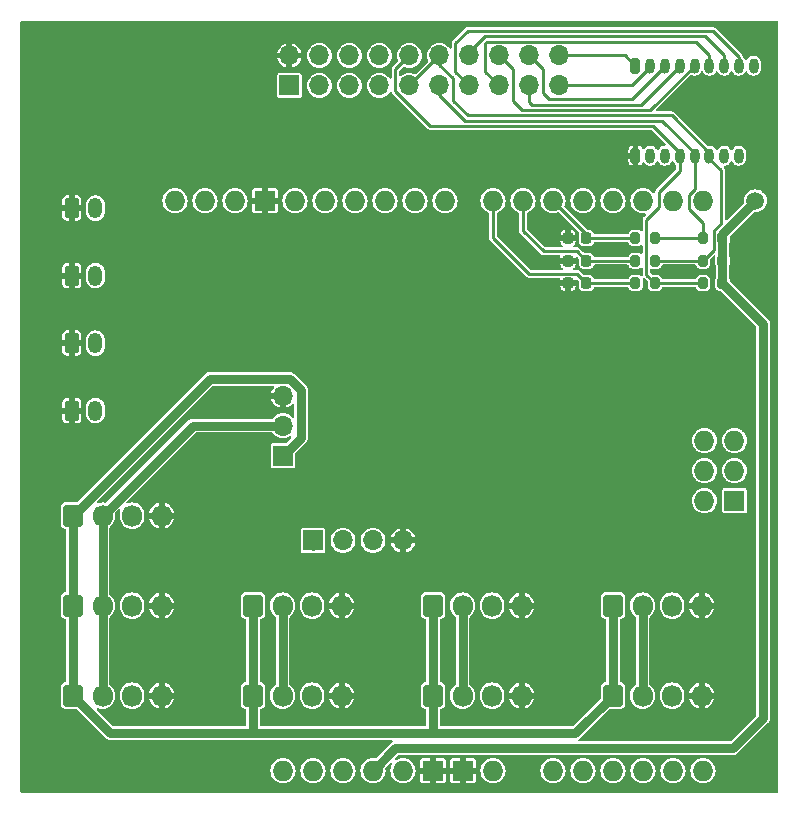
<source format=gtl>
G04 #@! TF.GenerationSoftware,KiCad,Pcbnew,7.0.5*
G04 #@! TF.CreationDate,2023-06-14T13:16:39+10:00*
G04 #@! TF.ProjectId,NUcr,4e556372-2e6b-4696-9361-645f70636258,rev?*
G04 #@! TF.SameCoordinates,Original*
G04 #@! TF.FileFunction,Copper,L1,Top*
G04 #@! TF.FilePolarity,Positive*
%FSLAX46Y46*%
G04 Gerber Fmt 4.6, Leading zero omitted, Abs format (unit mm)*
G04 Created by KiCad (PCBNEW 7.0.5) date 2023-06-14 13:16:39*
%MOMM*%
%LPD*%
G01*
G04 APERTURE LIST*
G04 Aperture macros list*
%AMRoundRect*
0 Rectangle with rounded corners*
0 $1 Rounding radius*
0 $2 $3 $4 $5 $6 $7 $8 $9 X,Y pos of 4 corners*
0 Add a 4 corners polygon primitive as box body*
4,1,4,$2,$3,$4,$5,$6,$7,$8,$9,$2,$3,0*
0 Add four circle primitives for the rounded corners*
1,1,$1+$1,$2,$3*
1,1,$1+$1,$4,$5*
1,1,$1+$1,$6,$7*
1,1,$1+$1,$8,$9*
0 Add four rect primitives between the rounded corners*
20,1,$1+$1,$2,$3,$4,$5,0*
20,1,$1+$1,$4,$5,$6,$7,0*
20,1,$1+$1,$6,$7,$8,$9,0*
20,1,$1+$1,$8,$9,$2,$3,0*%
G04 Aperture macros list end*
G04 #@! TA.AperFunction,ComponentPad*
%ADD10RoundRect,0.250000X-0.600000X-0.675000X0.600000X-0.675000X0.600000X0.675000X-0.600000X0.675000X0*%
G04 #@! TD*
G04 #@! TA.AperFunction,ComponentPad*
%ADD11O,1.700000X1.850000*%
G04 #@! TD*
G04 #@! TA.AperFunction,SMDPad,CuDef*
%ADD12RoundRect,0.200000X0.200000X0.275000X-0.200000X0.275000X-0.200000X-0.275000X0.200000X-0.275000X0*%
G04 #@! TD*
G04 #@! TA.AperFunction,SMDPad,CuDef*
%ADD13RoundRect,0.200000X-0.200000X-0.275000X0.200000X-0.275000X0.200000X0.275000X-0.200000X0.275000X0*%
G04 #@! TD*
G04 #@! TA.AperFunction,ComponentPad*
%ADD14O,1.727200X1.727200*%
G04 #@! TD*
G04 #@! TA.AperFunction,ComponentPad*
%ADD15R,1.727200X1.727200*%
G04 #@! TD*
G04 #@! TA.AperFunction,ComponentPad*
%ADD16RoundRect,0.200000X-0.200000X-0.450000X0.200000X-0.450000X0.200000X0.450000X-0.200000X0.450000X0*%
G04 #@! TD*
G04 #@! TA.AperFunction,ComponentPad*
%ADD17O,0.800000X1.300000*%
G04 #@! TD*
G04 #@! TA.AperFunction,ComponentPad*
%ADD18RoundRect,0.250000X-0.350000X-0.625000X0.350000X-0.625000X0.350000X0.625000X-0.350000X0.625000X0*%
G04 #@! TD*
G04 #@! TA.AperFunction,ComponentPad*
%ADD19O,1.200000X1.750000*%
G04 #@! TD*
G04 #@! TA.AperFunction,SMDPad,CuDef*
%ADD20RoundRect,0.225000X0.225000X0.250000X-0.225000X0.250000X-0.225000X-0.250000X0.225000X-0.250000X0*%
G04 #@! TD*
G04 #@! TA.AperFunction,ComponentPad*
%ADD21R,1.700000X1.700000*%
G04 #@! TD*
G04 #@! TA.AperFunction,ComponentPad*
%ADD22O,1.700000X1.700000*%
G04 #@! TD*
G04 #@! TA.AperFunction,ViaPad*
%ADD23C,1.500000*%
G04 #@! TD*
G04 #@! TA.AperFunction,Conductor*
%ADD24C,0.250000*%
G04 #@! TD*
G04 #@! TA.AperFunction,Conductor*
%ADD25C,0.750000*%
G04 #@! TD*
G04 APERTURE END LIST*
D10*
X104140000Y-107950000D03*
D11*
X106640000Y-107950000D03*
X109140000Y-107950000D03*
X111640000Y-107950000D03*
D12*
X128650000Y-71120000D03*
X127000000Y-71120000D03*
D10*
X119380000Y-100330000D03*
D11*
X121880000Y-100330000D03*
X124380000Y-100330000D03*
X126880000Y-100330000D03*
D13*
X121285000Y-73025000D03*
X122935000Y-73025000D03*
D10*
X88900000Y-100330000D03*
D11*
X91400000Y-100330000D03*
X93900000Y-100330000D03*
X96400000Y-100330000D03*
D14*
X91440000Y-114300000D03*
X99060000Y-114300000D03*
X101600000Y-114300000D03*
X129667000Y-86360000D03*
X114300000Y-114300000D03*
X116840000Y-114300000D03*
X119380000Y-114300000D03*
X121920000Y-114300000D03*
X124460000Y-114300000D03*
X127000000Y-114300000D03*
X87376000Y-66040000D03*
X127000000Y-66040000D03*
X124460000Y-66040000D03*
X121920000Y-66040000D03*
X119380000Y-66040000D03*
X116840000Y-66040000D03*
X114300000Y-66040000D03*
X111760000Y-66040000D03*
X109220000Y-66040000D03*
X105156000Y-66040000D03*
X102616000Y-66040000D03*
X100076000Y-66040000D03*
X97536000Y-66040000D03*
X94996000Y-66040000D03*
X92456000Y-66040000D03*
D15*
X89916000Y-66040000D03*
X104140000Y-114300000D03*
X106680000Y-114300000D03*
X129667000Y-91440000D03*
D14*
X93980000Y-114300000D03*
X127127000Y-86360000D03*
X129667000Y-88900000D03*
X96520000Y-114300000D03*
X127127000Y-91440000D03*
X127127000Y-88900000D03*
X82296000Y-66040000D03*
X84836000Y-66040000D03*
X109220000Y-114300000D03*
D13*
X121285000Y-69215000D03*
X122935000Y-69215000D03*
D16*
X121285000Y-54610000D03*
D17*
X122535000Y-54610000D03*
X123785000Y-54610000D03*
X125035000Y-54610000D03*
X126285000Y-54610000D03*
X127535000Y-54610000D03*
X128785000Y-54610000D03*
X130035000Y-54610000D03*
X131285000Y-54610000D03*
D18*
X73565000Y-78105000D03*
D19*
X75565000Y-78105000D03*
D18*
X73565000Y-66675000D03*
D19*
X75565000Y-66675000D03*
D10*
X104140000Y-100330000D03*
D11*
X106640000Y-100330000D03*
X109140000Y-100330000D03*
X111640000Y-100330000D03*
D12*
X128650000Y-73025000D03*
X127000000Y-73025000D03*
D10*
X73660000Y-92710000D03*
D11*
X76160000Y-92710000D03*
X78660000Y-92710000D03*
X81160000Y-92710000D03*
D10*
X119380000Y-107950000D03*
D11*
X121880000Y-107950000D03*
X124380000Y-107950000D03*
X126880000Y-107950000D03*
D12*
X128650000Y-69215000D03*
X127000000Y-69215000D03*
D10*
X88900000Y-107950000D03*
D11*
X91400000Y-107950000D03*
X93900000Y-107950000D03*
X96400000Y-107950000D03*
D20*
X117120000Y-69215000D03*
X115570000Y-69215000D03*
D10*
X73660000Y-100330000D03*
D11*
X76160000Y-100330000D03*
X78660000Y-100330000D03*
X81160000Y-100330000D03*
D20*
X117120000Y-71120000D03*
X115570000Y-71120000D03*
D18*
X73565000Y-72390000D03*
D19*
X75565000Y-72390000D03*
D20*
X117120000Y-73025000D03*
X115570000Y-73025000D03*
D10*
X73660000Y-107950000D03*
D11*
X76160000Y-107950000D03*
X78660000Y-107950000D03*
X81160000Y-107950000D03*
D16*
X121285000Y-62230000D03*
D17*
X122535000Y-62230000D03*
X123785000Y-62230000D03*
X125035000Y-62230000D03*
X126285000Y-62230000D03*
X127535000Y-62230000D03*
X128785000Y-62230000D03*
X130035000Y-62230000D03*
D13*
X121285000Y-71120000D03*
X122935000Y-71120000D03*
D18*
X73565000Y-83820000D03*
D19*
X75565000Y-83820000D03*
D21*
X91980000Y-56290000D03*
D22*
X91980000Y-53750000D03*
X94520000Y-56290000D03*
X94520000Y-53750000D03*
X97060000Y-56290000D03*
X97060000Y-53750000D03*
X99600000Y-56290000D03*
X99600000Y-53750000D03*
X102140000Y-56290000D03*
X102140000Y-53750000D03*
X104680000Y-56290000D03*
X104680000Y-53750000D03*
X107220000Y-56290000D03*
X107220000Y-53750000D03*
X109760000Y-56290000D03*
X109760000Y-53750000D03*
X112300000Y-56290000D03*
X112300000Y-53750000D03*
X114840000Y-56290000D03*
X114840000Y-53750000D03*
D21*
X91440000Y-87630000D03*
D22*
X91440000Y-85090000D03*
X91440000Y-82550000D03*
D21*
X93980000Y-94803000D03*
D22*
X96520000Y-94803000D03*
X99060000Y-94803000D03*
X101600000Y-94803000D03*
D23*
X131445000Y-66040000D03*
D24*
X117120000Y-69215000D02*
X117120000Y-68860000D01*
X117120000Y-68860000D02*
X114300000Y-66040000D01*
X117120000Y-69215000D02*
X121285000Y-69215000D01*
X111760000Y-68580000D02*
X111760000Y-66040000D01*
X116320000Y-70320000D02*
X113500000Y-70320000D01*
X113500000Y-70320000D02*
X111760000Y-68580000D01*
X117120000Y-71120000D02*
X116320000Y-70320000D01*
X117120000Y-71120000D02*
X121285000Y-71120000D01*
X117120000Y-73025000D02*
X116320000Y-72225000D01*
X109220000Y-69215000D02*
X109220000Y-66040000D01*
X117120000Y-73025000D02*
X121285000Y-73025000D01*
X112230000Y-72225000D02*
X109220000Y-69215000D01*
X116320000Y-72225000D02*
X112230000Y-72225000D01*
D25*
X88900000Y-111125000D02*
X104140000Y-111125000D01*
X92964000Y-86106000D02*
X91440000Y-87630000D01*
X116205000Y-111125000D02*
X119380000Y-107950000D01*
X73660000Y-92710000D02*
X85245000Y-81125000D01*
X92964000Y-82058745D02*
X92964000Y-86106000D01*
X93980000Y-95250000D02*
X93980000Y-94803000D01*
X92030255Y-81125000D02*
X92964000Y-82058745D01*
X76835000Y-111125000D02*
X88900000Y-111125000D01*
X104140000Y-111125000D02*
X116205000Y-111125000D01*
X88900000Y-111125000D02*
X88900000Y-107950000D01*
X119380000Y-107950000D02*
X119380000Y-100330000D01*
X85245000Y-81125000D02*
X92030255Y-81125000D01*
X104140000Y-107950000D02*
X104140000Y-111125000D01*
X104140000Y-107950000D02*
X104140000Y-100330000D01*
X73660000Y-92710000D02*
X73660000Y-100330000D01*
X88900000Y-100330000D02*
X88900000Y-107950000D01*
X73660000Y-93980000D02*
X73660000Y-92710000D01*
X73660000Y-107950000D02*
X76835000Y-111125000D01*
X73660000Y-100330000D02*
X73660000Y-107950000D01*
X91400000Y-100330000D02*
X91400000Y-107950000D01*
X76160000Y-93980000D02*
X76160000Y-92710000D01*
X91400000Y-100330000D02*
X91400000Y-99923000D01*
X106640000Y-100330000D02*
X106640000Y-107950000D01*
X76160000Y-100330000D02*
X76160000Y-107950000D01*
X76160000Y-92710000D02*
X76160000Y-100330000D01*
X83780000Y-85090000D02*
X91440000Y-85090000D01*
X121880000Y-100330000D02*
X121880000Y-107950000D01*
X76160000Y-92710000D02*
X83780000Y-85090000D01*
X99060000Y-114300000D02*
X100965000Y-112395000D01*
X128650000Y-71120000D02*
X128650000Y-69215000D01*
X132080000Y-109855000D02*
X132080000Y-76455000D01*
X128650000Y-68835000D02*
X131445000Y-66040000D01*
X128650000Y-69215000D02*
X128650000Y-68835000D01*
X128650000Y-73025000D02*
X128650000Y-71120000D01*
X132080000Y-76455000D02*
X128650000Y-73025000D01*
X129540000Y-112395000D02*
X132080000Y-109855000D01*
X100965000Y-112395000D02*
X129540000Y-112395000D01*
D24*
X108585000Y-55115000D02*
X109760000Y-56290000D01*
X127535000Y-54610000D02*
X127535000Y-53725000D01*
X108585000Y-52704999D02*
X108585000Y-55115000D01*
X126385000Y-52575000D02*
X108714999Y-52575000D01*
X127535000Y-53725000D02*
X126385000Y-52575000D01*
X108714999Y-52575000D02*
X108585000Y-52704999D01*
X107220000Y-53433603D02*
X107220000Y-53750000D01*
X128785000Y-54610000D02*
X128785000Y-53725000D01*
X127185000Y-52125000D02*
X108528603Y-52125000D01*
X128785000Y-53725000D02*
X127185000Y-52125000D01*
X108528603Y-52125000D02*
X107220000Y-53433603D01*
X127831016Y-51675000D02*
X107075000Y-51675000D01*
X107075000Y-51675000D02*
X106045000Y-52705000D01*
X106045000Y-55115000D02*
X107220000Y-56290000D01*
X130035000Y-54610000D02*
X130035000Y-53878984D01*
X130035000Y-53878984D02*
X127831016Y-51675000D01*
X106045000Y-52705000D02*
X106045000Y-55115000D01*
X105855000Y-57594999D02*
X105855000Y-55690000D01*
X122935000Y-71120000D02*
X127000000Y-71120000D01*
X127925000Y-68570050D02*
X127925000Y-70195000D01*
X128524000Y-67971050D02*
X127925000Y-68570050D01*
X127925000Y-70195000D02*
X127000000Y-71120000D01*
X105855000Y-55690000D02*
X104680000Y-54515000D01*
X107075001Y-58815000D02*
X105855000Y-57594999D01*
X127535000Y-62230000D02*
X127535000Y-61980000D01*
X104680000Y-54515000D02*
X104680000Y-53750000D01*
X104680000Y-53750000D02*
X102140000Y-56290000D01*
X128524000Y-63469000D02*
X128524000Y-67971050D01*
X124370000Y-58815000D02*
X107075001Y-58815000D01*
X127535000Y-61980000D02*
X124370000Y-58815000D01*
X127535000Y-62230000D02*
X127535000Y-62480000D01*
X127535000Y-62480000D02*
X128524000Y-63469000D01*
X123271400Y-66593600D02*
X123271400Y-65323600D01*
X122770000Y-59715000D02*
X103903299Y-59715000D01*
X122935000Y-73025000D02*
X122210000Y-72300000D01*
X122210000Y-67655000D02*
X123271400Y-66593600D01*
X122935000Y-73025000D02*
X127000000Y-73025000D01*
X125035000Y-62230000D02*
X125035000Y-61980000D01*
X100965000Y-54925000D02*
X102140000Y-53750000D01*
X100965000Y-56776701D02*
X100965000Y-54925000D01*
X122210000Y-72300000D02*
X122210000Y-67655000D01*
X103903299Y-59715000D02*
X100965000Y-56776701D01*
X125035000Y-61980000D02*
X122770000Y-59715000D01*
X123271400Y-65323600D02*
X125035000Y-63560000D01*
X125035000Y-63560000D02*
X125035000Y-62230000D01*
X127000000Y-69215000D02*
X127000000Y-67945000D01*
X125811400Y-65547665D02*
X126285000Y-65074065D01*
X122935000Y-69215000D02*
X127000000Y-69215000D01*
X106888605Y-59265000D02*
X104680000Y-57056395D01*
X126285000Y-62230000D02*
X126285000Y-61980000D01*
X127000000Y-67945000D02*
X125811400Y-66756400D01*
X126285000Y-61980000D02*
X123570000Y-59265000D01*
X125811400Y-66756400D02*
X125811400Y-65547665D01*
X123570000Y-59265000D02*
X106888605Y-59265000D01*
X126285000Y-65074065D02*
X126285000Y-62230000D01*
X104680000Y-57056395D02*
X104680000Y-56290000D01*
X120425000Y-53750000D02*
X114840000Y-53750000D01*
X121285000Y-54610000D02*
X120425000Y-53750000D01*
X122535000Y-54752462D02*
X120997462Y-56290000D01*
X122535000Y-54610000D02*
X122535000Y-54752462D01*
X120997462Y-56290000D02*
X114840000Y-56290000D01*
X123785000Y-54610000D02*
X123785000Y-54635305D01*
X113980000Y-57465000D02*
X113475000Y-56960000D01*
X123785000Y-54635305D02*
X120955305Y-57465000D01*
X113475000Y-56960000D02*
X113475000Y-54925000D01*
X113475000Y-54925000D02*
X112300000Y-53750000D01*
X120955305Y-57465000D02*
X113980000Y-57465000D01*
X125035000Y-54635305D02*
X121755305Y-57915000D01*
X125035000Y-54610000D02*
X125035000Y-54635305D01*
X112300000Y-57690000D02*
X112300000Y-56290000D01*
X112525000Y-57915000D02*
X112300000Y-57690000D01*
X121755305Y-57915000D02*
X112525000Y-57915000D01*
X126285000Y-54610000D02*
X126285000Y-54635305D01*
X122555305Y-58365000D02*
X111705001Y-58365000D01*
X110935000Y-57594999D02*
X110935000Y-54925000D01*
X126285000Y-54635305D02*
X122555305Y-58365000D01*
X111705001Y-58365000D02*
X110935000Y-57594999D01*
X110935000Y-54925000D02*
X109760000Y-53750000D01*
G04 #@! TA.AperFunction,Conductor*
G36*
X90627713Y-81719407D02*
G01*
X90663677Y-81768907D01*
X90663677Y-81830093D01*
X90646050Y-81862305D01*
X90562731Y-81963829D01*
X90562724Y-81963839D01*
X90465234Y-82146232D01*
X90465232Y-82146237D01*
X90418588Y-82299999D01*
X90418589Y-82300000D01*
X91006314Y-82300000D01*
X90980507Y-82340156D01*
X90940000Y-82478111D01*
X90940000Y-82621889D01*
X90980507Y-82759844D01*
X91006314Y-82800000D01*
X90418589Y-82800000D01*
X90465232Y-82953762D01*
X90465234Y-82953767D01*
X90562724Y-83136160D01*
X90562731Y-83136170D01*
X90693940Y-83296050D01*
X90693949Y-83296059D01*
X90853829Y-83427268D01*
X90853839Y-83427275D01*
X91036232Y-83524765D01*
X91036237Y-83524767D01*
X91189999Y-83571411D01*
X91190000Y-83571411D01*
X91190000Y-82985501D01*
X91297685Y-83034680D01*
X91404237Y-83050000D01*
X91475763Y-83050000D01*
X91582315Y-83034680D01*
X91690000Y-82985501D01*
X91690000Y-83571411D01*
X91843762Y-83524767D01*
X91843767Y-83524765D01*
X92026160Y-83427275D01*
X92026170Y-83427268D01*
X92186050Y-83296059D01*
X92186063Y-83296046D01*
X92212972Y-83263258D01*
X92264503Y-83230270D01*
X92325582Y-83233872D01*
X92372879Y-83272687D01*
X92388500Y-83326062D01*
X92388500Y-84313151D01*
X92369593Y-84371342D01*
X92320093Y-84407306D01*
X92258907Y-84407306D01*
X92212972Y-84375956D01*
X92186414Y-84343595D01*
X92186410Y-84343590D01*
X92101925Y-84274255D01*
X92026452Y-84212316D01*
X91843954Y-84114768D01*
X91645934Y-84054699D01*
X91645929Y-84054698D01*
X91440003Y-84034417D01*
X91439997Y-84034417D01*
X91234070Y-84054698D01*
X91234065Y-84054699D01*
X91036045Y-84114768D01*
X90853547Y-84212316D01*
X90693595Y-84343585D01*
X90693581Y-84343599D01*
X90583034Y-84478304D01*
X90531503Y-84511292D01*
X90506506Y-84514500D01*
X83820961Y-84514500D01*
X83814493Y-84514076D01*
X83780001Y-84509535D01*
X83779999Y-84509535D01*
X83744737Y-84514177D01*
X83744706Y-84514180D01*
X83610576Y-84531837D01*
X83607570Y-84535864D01*
X83588321Y-84546479D01*
X83489768Y-84587301D01*
X83401046Y-84655379D01*
X83369555Y-84679543D01*
X83369544Y-84679554D01*
X83348367Y-84707151D01*
X83344094Y-84712023D01*
X76477317Y-91578801D01*
X76422800Y-91606578D01*
X76378578Y-91603535D01*
X76365936Y-91599700D01*
X76365924Y-91599698D01*
X76160003Y-91579417D01*
X76159997Y-91579417D01*
X75954070Y-91599698D01*
X75954065Y-91599699D01*
X75801332Y-91646030D01*
X75740158Y-91644829D01*
X75691374Y-91607899D01*
X75673613Y-91549349D01*
X75693660Y-91491540D01*
X75702583Y-91481296D01*
X85454383Y-81729496D01*
X85508901Y-81701719D01*
X85524388Y-81700500D01*
X90569522Y-81700500D01*
X90627713Y-81719407D01*
G37*
G04 #@! TD.AperFunction*
G04 #@! TA.AperFunction,Conductor*
G36*
X133309191Y-50818907D02*
G01*
X133345155Y-50868407D01*
X133350000Y-50899000D01*
X133350000Y-116106000D01*
X133331093Y-116164191D01*
X133281593Y-116200155D01*
X133251000Y-116205000D01*
X69314000Y-116205000D01*
X69255809Y-116186093D01*
X69219845Y-116136593D01*
X69215000Y-116106000D01*
X69215000Y-114300003D01*
X90370751Y-114300003D01*
X90391294Y-114508594D01*
X90391295Y-114508597D01*
X90452144Y-114709187D01*
X90452145Y-114709189D01*
X90550944Y-114894031D01*
X90550950Y-114894040D01*
X90550952Y-114894043D01*
X90606402Y-114961609D01*
X90683922Y-115056068D01*
X90683931Y-115056077D01*
X90759497Y-115118092D01*
X90845957Y-115189048D01*
X90845961Y-115189050D01*
X90845968Y-115189055D01*
X91030810Y-115287854D01*
X91030816Y-115287857D01*
X91231400Y-115348704D01*
X91231402Y-115348704D01*
X91231405Y-115348705D01*
X91439997Y-115369249D01*
X91440000Y-115369249D01*
X91440003Y-115369249D01*
X91648594Y-115348705D01*
X91648595Y-115348704D01*
X91648600Y-115348704D01*
X91849184Y-115287857D01*
X91935658Y-115241636D01*
X92034031Y-115189055D01*
X92034034Y-115189052D01*
X92034043Y-115189048D01*
X92196073Y-115056073D01*
X92329048Y-114894043D01*
X92329052Y-114894034D01*
X92329055Y-114894031D01*
X92427854Y-114709189D01*
X92427855Y-114709187D01*
X92427857Y-114709184D01*
X92488704Y-114508600D01*
X92502056Y-114373039D01*
X92509249Y-114300003D01*
X92910751Y-114300003D01*
X92931294Y-114508594D01*
X92931295Y-114508597D01*
X92992144Y-114709187D01*
X92992145Y-114709189D01*
X93090944Y-114894031D01*
X93090950Y-114894040D01*
X93090952Y-114894043D01*
X93146402Y-114961609D01*
X93223922Y-115056068D01*
X93223931Y-115056077D01*
X93299497Y-115118092D01*
X93385957Y-115189048D01*
X93385961Y-115189050D01*
X93385968Y-115189055D01*
X93570810Y-115287854D01*
X93570816Y-115287857D01*
X93771400Y-115348704D01*
X93771402Y-115348704D01*
X93771405Y-115348705D01*
X93979997Y-115369249D01*
X93980000Y-115369249D01*
X93980003Y-115369249D01*
X94188594Y-115348705D01*
X94188595Y-115348704D01*
X94188600Y-115348704D01*
X94389184Y-115287857D01*
X94475658Y-115241636D01*
X94574031Y-115189055D01*
X94574034Y-115189052D01*
X94574043Y-115189048D01*
X94736073Y-115056073D01*
X94869048Y-114894043D01*
X94869052Y-114894034D01*
X94869055Y-114894031D01*
X94967854Y-114709189D01*
X94967855Y-114709187D01*
X94967857Y-114709184D01*
X95028704Y-114508600D01*
X95042056Y-114373039D01*
X95049249Y-114300003D01*
X95450751Y-114300003D01*
X95471294Y-114508594D01*
X95471295Y-114508597D01*
X95532144Y-114709187D01*
X95532145Y-114709189D01*
X95630944Y-114894031D01*
X95630950Y-114894040D01*
X95630952Y-114894043D01*
X95686402Y-114961609D01*
X95763922Y-115056068D01*
X95763931Y-115056077D01*
X95839497Y-115118092D01*
X95925957Y-115189048D01*
X95925961Y-115189050D01*
X95925968Y-115189055D01*
X96110810Y-115287854D01*
X96110816Y-115287857D01*
X96311400Y-115348704D01*
X96311402Y-115348704D01*
X96311405Y-115348705D01*
X96519997Y-115369249D01*
X96520000Y-115369249D01*
X96520003Y-115369249D01*
X96728594Y-115348705D01*
X96728595Y-115348704D01*
X96728600Y-115348704D01*
X96929184Y-115287857D01*
X97015658Y-115241636D01*
X97114031Y-115189055D01*
X97114034Y-115189052D01*
X97114043Y-115189048D01*
X97276073Y-115056073D01*
X97409048Y-114894043D01*
X97409052Y-114894034D01*
X97409055Y-114894031D01*
X97507854Y-114709189D01*
X97507855Y-114709187D01*
X97507857Y-114709184D01*
X97568704Y-114508600D01*
X97582056Y-114373039D01*
X97589249Y-114300003D01*
X97589249Y-114299996D01*
X97568705Y-114091405D01*
X97568704Y-114091402D01*
X97568704Y-114091400D01*
X97507857Y-113890816D01*
X97463359Y-113807565D01*
X97409055Y-113705968D01*
X97409050Y-113705961D01*
X97409048Y-113705957D01*
X97338092Y-113619497D01*
X97276077Y-113543931D01*
X97276068Y-113543922D01*
X97121049Y-113416702D01*
X97114043Y-113410952D01*
X97114040Y-113410950D01*
X97114031Y-113410944D01*
X96929189Y-113312145D01*
X96929187Y-113312144D01*
X96728597Y-113251295D01*
X96728594Y-113251294D01*
X96520003Y-113230751D01*
X96519997Y-113230751D01*
X96311405Y-113251294D01*
X96311402Y-113251295D01*
X96110812Y-113312144D01*
X96110810Y-113312145D01*
X95925968Y-113410944D01*
X95925958Y-113410951D01*
X95763931Y-113543922D01*
X95763922Y-113543931D01*
X95630951Y-113705958D01*
X95630944Y-113705968D01*
X95532145Y-113890810D01*
X95532144Y-113890812D01*
X95471295Y-114091402D01*
X95471294Y-114091405D01*
X95450751Y-114299996D01*
X95450751Y-114300003D01*
X95049249Y-114300003D01*
X95049249Y-114299996D01*
X95028705Y-114091405D01*
X95028704Y-114091402D01*
X95028704Y-114091400D01*
X94967857Y-113890816D01*
X94923359Y-113807565D01*
X94869055Y-113705968D01*
X94869050Y-113705961D01*
X94869048Y-113705957D01*
X94798092Y-113619497D01*
X94736077Y-113543931D01*
X94736068Y-113543922D01*
X94581049Y-113416702D01*
X94574043Y-113410952D01*
X94574040Y-113410950D01*
X94574031Y-113410944D01*
X94389189Y-113312145D01*
X94389187Y-113312144D01*
X94188597Y-113251295D01*
X94188594Y-113251294D01*
X93980003Y-113230751D01*
X93979997Y-113230751D01*
X93771405Y-113251294D01*
X93771402Y-113251295D01*
X93570812Y-113312144D01*
X93570810Y-113312145D01*
X93385968Y-113410944D01*
X93385958Y-113410951D01*
X93223931Y-113543922D01*
X93223922Y-113543931D01*
X93090951Y-113705958D01*
X93090944Y-113705968D01*
X92992145Y-113890810D01*
X92992144Y-113890812D01*
X92931295Y-114091402D01*
X92931294Y-114091405D01*
X92910751Y-114299996D01*
X92910751Y-114300003D01*
X92509249Y-114300003D01*
X92509249Y-114299996D01*
X92488705Y-114091405D01*
X92488704Y-114091402D01*
X92488704Y-114091400D01*
X92427857Y-113890816D01*
X92383359Y-113807565D01*
X92329055Y-113705968D01*
X92329050Y-113705961D01*
X92329048Y-113705957D01*
X92258092Y-113619497D01*
X92196077Y-113543931D01*
X92196068Y-113543922D01*
X92041049Y-113416702D01*
X92034043Y-113410952D01*
X92034040Y-113410950D01*
X92034031Y-113410944D01*
X91849189Y-113312145D01*
X91849187Y-113312144D01*
X91648597Y-113251295D01*
X91648594Y-113251294D01*
X91440003Y-113230751D01*
X91439997Y-113230751D01*
X91231405Y-113251294D01*
X91231402Y-113251295D01*
X91030812Y-113312144D01*
X91030810Y-113312145D01*
X90845968Y-113410944D01*
X90845958Y-113410951D01*
X90683931Y-113543922D01*
X90683922Y-113543931D01*
X90550951Y-113705958D01*
X90550944Y-113705968D01*
X90452145Y-113890810D01*
X90452144Y-113890812D01*
X90391295Y-114091402D01*
X90391294Y-114091405D01*
X90370751Y-114299996D01*
X90370751Y-114300003D01*
X69215000Y-114300003D01*
X69215000Y-108679274D01*
X72609500Y-108679274D01*
X72612353Y-108709694D01*
X72612355Y-108709703D01*
X72657207Y-108837883D01*
X72737845Y-108947144D01*
X72737847Y-108947146D01*
X72737850Y-108947150D01*
X72737853Y-108947152D01*
X72737855Y-108947154D01*
X72847116Y-109027792D01*
X72847117Y-109027792D01*
X72847118Y-109027793D01*
X72975301Y-109072646D01*
X73005725Y-109075499D01*
X73005727Y-109075500D01*
X73005734Y-109075500D01*
X73930612Y-109075500D01*
X73988803Y-109094407D01*
X74000616Y-109104496D01*
X76399093Y-111502974D01*
X76403367Y-111507847D01*
X76424546Y-111535448D01*
X76424549Y-111535451D01*
X76448272Y-111553654D01*
X76452554Y-111556940D01*
X76452588Y-111556967D01*
X76531799Y-111617747D01*
X76538806Y-111625228D01*
X76544767Y-111627697D01*
X76544767Y-111627698D01*
X76684764Y-111685687D01*
X76797280Y-111700500D01*
X76797286Y-111700500D01*
X76835000Y-111705465D01*
X76869493Y-111700923D01*
X76875961Y-111700500D01*
X88859032Y-111700500D01*
X88865500Y-111700924D01*
X88899999Y-111705466D01*
X88900000Y-111705466D01*
X88900001Y-111705466D01*
X88934500Y-111700924D01*
X88940968Y-111700500D01*
X100640108Y-111700500D01*
X100698299Y-111719407D01*
X100734263Y-111768907D01*
X100734263Y-111830093D01*
X100698299Y-111879593D01*
X100677995Y-111890964D01*
X100674764Y-111892301D01*
X100674764Y-111892302D01*
X100586036Y-111960384D01*
X100586035Y-111960387D01*
X100554556Y-111984542D01*
X100554544Y-111984554D01*
X100533367Y-112012151D01*
X100529094Y-112017023D01*
X99325580Y-113220538D01*
X99271063Y-113248315D01*
X99245873Y-113249057D01*
X99060003Y-113230751D01*
X99059997Y-113230751D01*
X98851405Y-113251294D01*
X98851402Y-113251295D01*
X98650812Y-113312144D01*
X98650810Y-113312145D01*
X98465968Y-113410944D01*
X98465958Y-113410951D01*
X98303931Y-113543922D01*
X98303922Y-113543931D01*
X98170951Y-113705958D01*
X98170944Y-113705968D01*
X98072145Y-113890810D01*
X98072144Y-113890812D01*
X98011295Y-114091402D01*
X98011294Y-114091405D01*
X97990751Y-114299996D01*
X97990751Y-114300003D01*
X98011294Y-114508594D01*
X98011295Y-114508597D01*
X98072144Y-114709187D01*
X98072145Y-114709189D01*
X98170944Y-114894031D01*
X98170950Y-114894040D01*
X98170952Y-114894043D01*
X98226402Y-114961609D01*
X98303922Y-115056068D01*
X98303931Y-115056077D01*
X98379497Y-115118092D01*
X98465957Y-115189048D01*
X98465961Y-115189050D01*
X98465968Y-115189055D01*
X98650810Y-115287854D01*
X98650816Y-115287857D01*
X98851400Y-115348704D01*
X98851402Y-115348704D01*
X98851405Y-115348705D01*
X99059997Y-115369249D01*
X99060000Y-115369249D01*
X99060003Y-115369249D01*
X99268594Y-115348705D01*
X99268595Y-115348704D01*
X99268600Y-115348704D01*
X99469184Y-115287857D01*
X99555658Y-115241636D01*
X99654031Y-115189055D01*
X99654034Y-115189052D01*
X99654043Y-115189048D01*
X99816073Y-115056073D01*
X99949048Y-114894043D01*
X99949052Y-114894034D01*
X99949055Y-114894031D01*
X100047854Y-114709189D01*
X100047855Y-114709187D01*
X100047857Y-114709184D01*
X100108704Y-114508600D01*
X100122056Y-114373039D01*
X100129249Y-114300003D01*
X100129249Y-114299997D01*
X100110942Y-114114125D01*
X100124054Y-114054361D01*
X100139457Y-114034421D01*
X100518091Y-113655787D01*
X100572606Y-113628012D01*
X100633038Y-113637583D01*
X100676303Y-113680848D01*
X100685874Y-113741280D01*
X100675404Y-113772460D01*
X100612144Y-113890813D01*
X100551295Y-114091402D01*
X100551294Y-114091405D01*
X100530751Y-114299996D01*
X100530751Y-114300003D01*
X100551294Y-114508594D01*
X100551295Y-114508597D01*
X100612144Y-114709187D01*
X100612145Y-114709189D01*
X100710944Y-114894031D01*
X100710950Y-114894040D01*
X100710952Y-114894043D01*
X100766402Y-114961609D01*
X100843922Y-115056068D01*
X100843931Y-115056077D01*
X100919497Y-115118092D01*
X101005957Y-115189048D01*
X101005961Y-115189050D01*
X101005968Y-115189055D01*
X101190810Y-115287854D01*
X101190816Y-115287857D01*
X101391400Y-115348704D01*
X101391402Y-115348704D01*
X101391405Y-115348705D01*
X101599997Y-115369249D01*
X101600000Y-115369249D01*
X101600003Y-115369249D01*
X101808594Y-115348705D01*
X101808595Y-115348704D01*
X101808600Y-115348704D01*
X102009184Y-115287857D01*
X102095658Y-115241636D01*
X102194031Y-115189055D01*
X102194034Y-115189052D01*
X102194043Y-115189048D01*
X102201047Y-115183300D01*
X103076400Y-115183300D01*
X103088003Y-115241636D01*
X103132206Y-115307789D01*
X103132210Y-115307793D01*
X103198363Y-115351996D01*
X103256699Y-115363599D01*
X103256703Y-115363600D01*
X103889999Y-115363600D01*
X103890000Y-115363598D01*
X103890000Y-114744297D01*
X103995408Y-114792435D01*
X104103666Y-114808000D01*
X104176334Y-114808000D01*
X104284592Y-114792435D01*
X104389999Y-114744297D01*
X104390000Y-115363599D01*
X104390001Y-115363600D01*
X105023297Y-115363600D01*
X105023300Y-115363599D01*
X105081636Y-115351996D01*
X105147789Y-115307793D01*
X105147793Y-115307789D01*
X105191996Y-115241636D01*
X105203599Y-115183300D01*
X105616400Y-115183300D01*
X105628003Y-115241636D01*
X105672206Y-115307789D01*
X105672210Y-115307793D01*
X105738363Y-115351996D01*
X105796699Y-115363599D01*
X105796703Y-115363600D01*
X106429999Y-115363600D01*
X106430000Y-115363599D01*
X106430000Y-114744297D01*
X106535408Y-114792435D01*
X106643666Y-114808000D01*
X106716334Y-114808000D01*
X106824592Y-114792435D01*
X106930000Y-114744297D01*
X106930000Y-115363599D01*
X106930001Y-115363600D01*
X107563297Y-115363600D01*
X107563300Y-115363599D01*
X107621636Y-115351996D01*
X107687789Y-115307793D01*
X107687793Y-115307789D01*
X107731996Y-115241636D01*
X107743599Y-115183300D01*
X107743600Y-115183297D01*
X107743600Y-114550001D01*
X107743599Y-114550000D01*
X107123196Y-114550000D01*
X107146845Y-114513201D01*
X107188000Y-114373039D01*
X107188000Y-114300003D01*
X108150751Y-114300003D01*
X108171294Y-114508594D01*
X108171295Y-114508597D01*
X108232144Y-114709187D01*
X108232145Y-114709189D01*
X108330944Y-114894031D01*
X108330950Y-114894040D01*
X108330952Y-114894043D01*
X108386402Y-114961609D01*
X108463922Y-115056068D01*
X108463931Y-115056077D01*
X108539497Y-115118092D01*
X108625957Y-115189048D01*
X108625961Y-115189050D01*
X108625968Y-115189055D01*
X108810810Y-115287854D01*
X108810816Y-115287857D01*
X109011400Y-115348704D01*
X109011402Y-115348704D01*
X109011405Y-115348705D01*
X109219997Y-115369249D01*
X109220000Y-115369249D01*
X109220003Y-115369249D01*
X109428594Y-115348705D01*
X109428595Y-115348704D01*
X109428600Y-115348704D01*
X109629184Y-115287857D01*
X109715658Y-115241636D01*
X109814031Y-115189055D01*
X109814034Y-115189052D01*
X109814043Y-115189048D01*
X109976073Y-115056073D01*
X110109048Y-114894043D01*
X110109052Y-114894034D01*
X110109055Y-114894031D01*
X110207854Y-114709189D01*
X110207855Y-114709187D01*
X110207857Y-114709184D01*
X110268704Y-114508600D01*
X110282056Y-114373039D01*
X110289249Y-114300003D01*
X113230751Y-114300003D01*
X113251294Y-114508594D01*
X113251295Y-114508597D01*
X113312144Y-114709187D01*
X113312145Y-114709189D01*
X113410944Y-114894031D01*
X113410950Y-114894040D01*
X113410952Y-114894043D01*
X113466402Y-114961609D01*
X113543922Y-115056068D01*
X113543931Y-115056077D01*
X113619497Y-115118092D01*
X113705957Y-115189048D01*
X113705961Y-115189050D01*
X113705968Y-115189055D01*
X113890810Y-115287854D01*
X113890816Y-115287857D01*
X114091400Y-115348704D01*
X114091402Y-115348704D01*
X114091405Y-115348705D01*
X114299997Y-115369249D01*
X114300000Y-115369249D01*
X114300003Y-115369249D01*
X114508594Y-115348705D01*
X114508595Y-115348704D01*
X114508600Y-115348704D01*
X114709184Y-115287857D01*
X114795658Y-115241636D01*
X114894031Y-115189055D01*
X114894034Y-115189052D01*
X114894043Y-115189048D01*
X115056073Y-115056073D01*
X115189048Y-114894043D01*
X115189052Y-114894034D01*
X115189055Y-114894031D01*
X115287854Y-114709189D01*
X115287855Y-114709187D01*
X115287857Y-114709184D01*
X115348704Y-114508600D01*
X115362056Y-114373039D01*
X115369249Y-114300003D01*
X115770751Y-114300003D01*
X115791294Y-114508594D01*
X115791295Y-114508597D01*
X115852144Y-114709187D01*
X115852145Y-114709189D01*
X115950944Y-114894031D01*
X115950950Y-114894040D01*
X115950952Y-114894043D01*
X116006402Y-114961609D01*
X116083922Y-115056068D01*
X116083931Y-115056077D01*
X116159497Y-115118092D01*
X116245957Y-115189048D01*
X116245961Y-115189050D01*
X116245968Y-115189055D01*
X116430810Y-115287854D01*
X116430816Y-115287857D01*
X116631400Y-115348704D01*
X116631402Y-115348704D01*
X116631405Y-115348705D01*
X116839997Y-115369249D01*
X116840000Y-115369249D01*
X116840003Y-115369249D01*
X117048594Y-115348705D01*
X117048595Y-115348704D01*
X117048600Y-115348704D01*
X117249184Y-115287857D01*
X117335658Y-115241636D01*
X117434031Y-115189055D01*
X117434034Y-115189052D01*
X117434043Y-115189048D01*
X117596073Y-115056073D01*
X117729048Y-114894043D01*
X117729052Y-114894034D01*
X117729055Y-114894031D01*
X117827854Y-114709189D01*
X117827855Y-114709187D01*
X117827857Y-114709184D01*
X117888704Y-114508600D01*
X117902056Y-114373039D01*
X117909249Y-114300003D01*
X118310751Y-114300003D01*
X118331294Y-114508594D01*
X118331295Y-114508597D01*
X118392144Y-114709187D01*
X118392145Y-114709189D01*
X118490944Y-114894031D01*
X118490950Y-114894040D01*
X118490952Y-114894043D01*
X118546402Y-114961609D01*
X118623922Y-115056068D01*
X118623931Y-115056077D01*
X118699497Y-115118092D01*
X118785957Y-115189048D01*
X118785961Y-115189050D01*
X118785968Y-115189055D01*
X118970810Y-115287854D01*
X118970816Y-115287857D01*
X119171400Y-115348704D01*
X119171402Y-115348704D01*
X119171405Y-115348705D01*
X119379997Y-115369249D01*
X119380000Y-115369249D01*
X119380003Y-115369249D01*
X119588594Y-115348705D01*
X119588595Y-115348704D01*
X119588600Y-115348704D01*
X119789184Y-115287857D01*
X119875658Y-115241636D01*
X119974031Y-115189055D01*
X119974034Y-115189052D01*
X119974043Y-115189048D01*
X120136073Y-115056073D01*
X120269048Y-114894043D01*
X120269052Y-114894034D01*
X120269055Y-114894031D01*
X120367854Y-114709189D01*
X120367855Y-114709187D01*
X120367857Y-114709184D01*
X120428704Y-114508600D01*
X120442056Y-114373039D01*
X120449249Y-114300003D01*
X120850751Y-114300003D01*
X120871294Y-114508594D01*
X120871295Y-114508597D01*
X120932144Y-114709187D01*
X120932145Y-114709189D01*
X121030944Y-114894031D01*
X121030950Y-114894040D01*
X121030952Y-114894043D01*
X121086402Y-114961609D01*
X121163922Y-115056068D01*
X121163931Y-115056077D01*
X121239497Y-115118092D01*
X121325957Y-115189048D01*
X121325961Y-115189050D01*
X121325968Y-115189055D01*
X121510810Y-115287854D01*
X121510816Y-115287857D01*
X121711400Y-115348704D01*
X121711402Y-115348704D01*
X121711405Y-115348705D01*
X121919997Y-115369249D01*
X121920000Y-115369249D01*
X121920003Y-115369249D01*
X122128594Y-115348705D01*
X122128595Y-115348704D01*
X122128600Y-115348704D01*
X122329184Y-115287857D01*
X122415658Y-115241636D01*
X122514031Y-115189055D01*
X122514034Y-115189052D01*
X122514043Y-115189048D01*
X122676073Y-115056073D01*
X122809048Y-114894043D01*
X122809052Y-114894034D01*
X122809055Y-114894031D01*
X122907854Y-114709189D01*
X122907855Y-114709187D01*
X122907857Y-114709184D01*
X122968704Y-114508600D01*
X122982056Y-114373039D01*
X122989249Y-114300003D01*
X123390751Y-114300003D01*
X123411294Y-114508594D01*
X123411295Y-114508597D01*
X123472144Y-114709187D01*
X123472145Y-114709189D01*
X123570944Y-114894031D01*
X123570950Y-114894040D01*
X123570952Y-114894043D01*
X123626402Y-114961609D01*
X123703922Y-115056068D01*
X123703931Y-115056077D01*
X123779497Y-115118092D01*
X123865957Y-115189048D01*
X123865961Y-115189050D01*
X123865968Y-115189055D01*
X124050810Y-115287854D01*
X124050816Y-115287857D01*
X124251400Y-115348704D01*
X124251402Y-115348704D01*
X124251405Y-115348705D01*
X124459997Y-115369249D01*
X124460000Y-115369249D01*
X124460003Y-115369249D01*
X124668594Y-115348705D01*
X124668595Y-115348704D01*
X124668600Y-115348704D01*
X124869184Y-115287857D01*
X124955658Y-115241636D01*
X125054031Y-115189055D01*
X125054034Y-115189052D01*
X125054043Y-115189048D01*
X125216073Y-115056073D01*
X125349048Y-114894043D01*
X125349052Y-114894034D01*
X125349055Y-114894031D01*
X125447854Y-114709189D01*
X125447855Y-114709187D01*
X125447857Y-114709184D01*
X125508704Y-114508600D01*
X125522056Y-114373039D01*
X125529249Y-114300003D01*
X125930751Y-114300003D01*
X125951294Y-114508594D01*
X125951295Y-114508597D01*
X126012144Y-114709187D01*
X126012145Y-114709189D01*
X126110944Y-114894031D01*
X126110950Y-114894040D01*
X126110952Y-114894043D01*
X126166402Y-114961609D01*
X126243922Y-115056068D01*
X126243931Y-115056077D01*
X126319497Y-115118092D01*
X126405957Y-115189048D01*
X126405961Y-115189050D01*
X126405968Y-115189055D01*
X126590810Y-115287854D01*
X126590816Y-115287857D01*
X126791400Y-115348704D01*
X126791402Y-115348704D01*
X126791405Y-115348705D01*
X126999997Y-115369249D01*
X127000000Y-115369249D01*
X127000003Y-115369249D01*
X127208594Y-115348705D01*
X127208595Y-115348704D01*
X127208600Y-115348704D01*
X127409184Y-115287857D01*
X127495658Y-115241636D01*
X127594031Y-115189055D01*
X127594034Y-115189052D01*
X127594043Y-115189048D01*
X127756073Y-115056073D01*
X127889048Y-114894043D01*
X127889052Y-114894034D01*
X127889055Y-114894031D01*
X127987854Y-114709189D01*
X127987855Y-114709187D01*
X127987857Y-114709184D01*
X128048704Y-114508600D01*
X128062056Y-114373039D01*
X128069249Y-114300003D01*
X128069249Y-114299996D01*
X128048705Y-114091405D01*
X128048704Y-114091402D01*
X128048704Y-114091400D01*
X127987857Y-113890816D01*
X127943359Y-113807565D01*
X127889055Y-113705968D01*
X127889050Y-113705961D01*
X127889048Y-113705957D01*
X127818092Y-113619497D01*
X127756077Y-113543931D01*
X127756068Y-113543922D01*
X127601049Y-113416702D01*
X127594043Y-113410952D01*
X127594040Y-113410950D01*
X127594031Y-113410944D01*
X127409189Y-113312145D01*
X127409187Y-113312144D01*
X127208597Y-113251295D01*
X127208594Y-113251294D01*
X127000003Y-113230751D01*
X126999997Y-113230751D01*
X126791405Y-113251294D01*
X126791402Y-113251295D01*
X126590812Y-113312144D01*
X126590810Y-113312145D01*
X126405968Y-113410944D01*
X126405958Y-113410951D01*
X126243931Y-113543922D01*
X126243922Y-113543931D01*
X126110951Y-113705958D01*
X126110944Y-113705968D01*
X126012145Y-113890810D01*
X126012144Y-113890812D01*
X125951295Y-114091402D01*
X125951294Y-114091405D01*
X125930751Y-114299996D01*
X125930751Y-114300003D01*
X125529249Y-114300003D01*
X125529249Y-114299996D01*
X125508705Y-114091405D01*
X125508704Y-114091402D01*
X125508704Y-114091400D01*
X125447857Y-113890816D01*
X125403359Y-113807565D01*
X125349055Y-113705968D01*
X125349050Y-113705961D01*
X125349048Y-113705957D01*
X125278092Y-113619497D01*
X125216077Y-113543931D01*
X125216068Y-113543922D01*
X125061049Y-113416702D01*
X125054043Y-113410952D01*
X125054040Y-113410950D01*
X125054031Y-113410944D01*
X124869189Y-113312145D01*
X124869187Y-113312144D01*
X124668597Y-113251295D01*
X124668594Y-113251294D01*
X124460003Y-113230751D01*
X124459997Y-113230751D01*
X124251405Y-113251294D01*
X124251402Y-113251295D01*
X124050812Y-113312144D01*
X124050810Y-113312145D01*
X123865968Y-113410944D01*
X123865958Y-113410951D01*
X123703931Y-113543922D01*
X123703922Y-113543931D01*
X123570951Y-113705958D01*
X123570944Y-113705968D01*
X123472145Y-113890810D01*
X123472144Y-113890812D01*
X123411295Y-114091402D01*
X123411294Y-114091405D01*
X123390751Y-114299996D01*
X123390751Y-114300003D01*
X122989249Y-114300003D01*
X122989249Y-114299996D01*
X122968705Y-114091405D01*
X122968704Y-114091402D01*
X122968704Y-114091400D01*
X122907857Y-113890816D01*
X122863359Y-113807565D01*
X122809055Y-113705968D01*
X122809050Y-113705961D01*
X122809048Y-113705957D01*
X122738092Y-113619497D01*
X122676077Y-113543931D01*
X122676068Y-113543922D01*
X122521049Y-113416702D01*
X122514043Y-113410952D01*
X122514040Y-113410950D01*
X122514031Y-113410944D01*
X122329189Y-113312145D01*
X122329187Y-113312144D01*
X122128597Y-113251295D01*
X122128594Y-113251294D01*
X121920003Y-113230751D01*
X121919997Y-113230751D01*
X121711405Y-113251294D01*
X121711402Y-113251295D01*
X121510812Y-113312144D01*
X121510810Y-113312145D01*
X121325968Y-113410944D01*
X121325958Y-113410951D01*
X121163931Y-113543922D01*
X121163922Y-113543931D01*
X121030951Y-113705958D01*
X121030944Y-113705968D01*
X120932145Y-113890810D01*
X120932144Y-113890812D01*
X120871295Y-114091402D01*
X120871294Y-114091405D01*
X120850751Y-114299996D01*
X120850751Y-114300003D01*
X120449249Y-114300003D01*
X120449249Y-114299996D01*
X120428705Y-114091405D01*
X120428704Y-114091402D01*
X120428704Y-114091400D01*
X120367857Y-113890816D01*
X120323359Y-113807565D01*
X120269055Y-113705968D01*
X120269050Y-113705961D01*
X120269048Y-113705957D01*
X120198092Y-113619497D01*
X120136077Y-113543931D01*
X120136068Y-113543922D01*
X119981049Y-113416702D01*
X119974043Y-113410952D01*
X119974040Y-113410950D01*
X119974031Y-113410944D01*
X119789189Y-113312145D01*
X119789187Y-113312144D01*
X119588597Y-113251295D01*
X119588594Y-113251294D01*
X119380003Y-113230751D01*
X119379997Y-113230751D01*
X119171405Y-113251294D01*
X119171402Y-113251295D01*
X118970812Y-113312144D01*
X118970810Y-113312145D01*
X118785968Y-113410944D01*
X118785958Y-113410951D01*
X118623931Y-113543922D01*
X118623922Y-113543931D01*
X118490951Y-113705958D01*
X118490944Y-113705968D01*
X118392145Y-113890810D01*
X118392144Y-113890812D01*
X118331295Y-114091402D01*
X118331294Y-114091405D01*
X118310751Y-114299996D01*
X118310751Y-114300003D01*
X117909249Y-114300003D01*
X117909249Y-114299996D01*
X117888705Y-114091405D01*
X117888704Y-114091402D01*
X117888704Y-114091400D01*
X117827857Y-113890816D01*
X117783359Y-113807565D01*
X117729055Y-113705968D01*
X117729050Y-113705961D01*
X117729048Y-113705957D01*
X117658092Y-113619497D01*
X117596077Y-113543931D01*
X117596068Y-113543922D01*
X117441049Y-113416702D01*
X117434043Y-113410952D01*
X117434040Y-113410950D01*
X117434031Y-113410944D01*
X117249189Y-113312145D01*
X117249187Y-113312144D01*
X117048597Y-113251295D01*
X117048594Y-113251294D01*
X116840003Y-113230751D01*
X116839997Y-113230751D01*
X116631405Y-113251294D01*
X116631402Y-113251295D01*
X116430812Y-113312144D01*
X116430810Y-113312145D01*
X116245968Y-113410944D01*
X116245958Y-113410951D01*
X116083931Y-113543922D01*
X116083922Y-113543931D01*
X115950951Y-113705958D01*
X115950944Y-113705968D01*
X115852145Y-113890810D01*
X115852144Y-113890812D01*
X115791295Y-114091402D01*
X115791294Y-114091405D01*
X115770751Y-114299996D01*
X115770751Y-114300003D01*
X115369249Y-114300003D01*
X115369249Y-114299996D01*
X115348705Y-114091405D01*
X115348704Y-114091402D01*
X115348704Y-114091400D01*
X115287857Y-113890816D01*
X115243359Y-113807565D01*
X115189055Y-113705968D01*
X115189050Y-113705961D01*
X115189048Y-113705957D01*
X115118092Y-113619497D01*
X115056077Y-113543931D01*
X115056068Y-113543922D01*
X114901049Y-113416702D01*
X114894043Y-113410952D01*
X114894040Y-113410950D01*
X114894031Y-113410944D01*
X114709189Y-113312145D01*
X114709187Y-113312144D01*
X114508597Y-113251295D01*
X114508594Y-113251294D01*
X114300003Y-113230751D01*
X114299997Y-113230751D01*
X114091405Y-113251294D01*
X114091402Y-113251295D01*
X113890812Y-113312144D01*
X113890810Y-113312145D01*
X113705968Y-113410944D01*
X113705958Y-113410951D01*
X113543931Y-113543922D01*
X113543922Y-113543931D01*
X113410951Y-113705958D01*
X113410944Y-113705968D01*
X113312145Y-113890810D01*
X113312144Y-113890812D01*
X113251295Y-114091402D01*
X113251294Y-114091405D01*
X113230751Y-114299996D01*
X113230751Y-114300003D01*
X110289249Y-114300003D01*
X110289249Y-114299996D01*
X110268705Y-114091405D01*
X110268704Y-114091402D01*
X110268704Y-114091400D01*
X110207857Y-113890816D01*
X110163359Y-113807565D01*
X110109055Y-113705968D01*
X110109050Y-113705961D01*
X110109048Y-113705957D01*
X110038092Y-113619497D01*
X109976077Y-113543931D01*
X109976068Y-113543922D01*
X109821049Y-113416702D01*
X109814043Y-113410952D01*
X109814040Y-113410950D01*
X109814031Y-113410944D01*
X109629189Y-113312145D01*
X109629187Y-113312144D01*
X109428597Y-113251295D01*
X109428594Y-113251294D01*
X109220003Y-113230751D01*
X109219997Y-113230751D01*
X109011405Y-113251294D01*
X109011402Y-113251295D01*
X108810812Y-113312144D01*
X108810810Y-113312145D01*
X108625968Y-113410944D01*
X108625958Y-113410951D01*
X108463931Y-113543922D01*
X108463922Y-113543931D01*
X108330951Y-113705958D01*
X108330944Y-113705968D01*
X108232145Y-113890810D01*
X108232144Y-113890812D01*
X108171295Y-114091402D01*
X108171294Y-114091405D01*
X108150751Y-114299996D01*
X108150751Y-114300003D01*
X107188000Y-114300003D01*
X107188000Y-114226961D01*
X107146845Y-114086799D01*
X107123196Y-114050000D01*
X107743599Y-114050000D01*
X107743600Y-114049999D01*
X107743600Y-113416702D01*
X107743599Y-113416699D01*
X107731996Y-113358363D01*
X107687793Y-113292210D01*
X107687789Y-113292206D01*
X107621636Y-113248003D01*
X107563300Y-113236400D01*
X106930001Y-113236400D01*
X106930000Y-113236401D01*
X106930000Y-113855702D01*
X106824592Y-113807565D01*
X106716334Y-113792000D01*
X106643666Y-113792000D01*
X106535408Y-113807565D01*
X106430000Y-113855702D01*
X106430000Y-113236401D01*
X106429999Y-113236400D01*
X105796699Y-113236400D01*
X105738363Y-113248003D01*
X105672210Y-113292206D01*
X105672206Y-113292210D01*
X105628003Y-113358363D01*
X105616400Y-113416699D01*
X105616400Y-114049999D01*
X105616401Y-114050000D01*
X106236804Y-114050000D01*
X106213155Y-114086799D01*
X106172000Y-114226961D01*
X106172000Y-114373039D01*
X106213155Y-114513201D01*
X106236804Y-114550000D01*
X105616401Y-114550000D01*
X105616400Y-114550001D01*
X105616400Y-115183300D01*
X105203599Y-115183300D01*
X105203600Y-115183297D01*
X105203600Y-114550001D01*
X105203599Y-114550000D01*
X104583196Y-114550000D01*
X104606845Y-114513201D01*
X104648000Y-114373039D01*
X104648000Y-114226961D01*
X104606845Y-114086799D01*
X104583196Y-114050000D01*
X105203599Y-114050000D01*
X105203600Y-114049999D01*
X105203600Y-113416702D01*
X105203599Y-113416699D01*
X105191996Y-113358363D01*
X105147793Y-113292210D01*
X105147789Y-113292206D01*
X105081636Y-113248003D01*
X105023300Y-113236400D01*
X104390000Y-113236400D01*
X104390000Y-113855702D01*
X104284592Y-113807565D01*
X104176334Y-113792000D01*
X104103666Y-113792000D01*
X103995408Y-113807565D01*
X103889999Y-113855702D01*
X103890000Y-113236401D01*
X103889999Y-113236400D01*
X103256699Y-113236400D01*
X103198363Y-113248003D01*
X103132210Y-113292206D01*
X103132206Y-113292210D01*
X103088003Y-113358363D01*
X103076400Y-113416699D01*
X103076400Y-114049999D01*
X103076401Y-114050000D01*
X103696804Y-114050000D01*
X103673155Y-114086799D01*
X103632000Y-114226961D01*
X103632000Y-114373039D01*
X103673155Y-114513201D01*
X103696804Y-114550000D01*
X103076401Y-114550000D01*
X103076400Y-114550001D01*
X103076400Y-115183300D01*
X102201047Y-115183300D01*
X102356073Y-115056073D01*
X102489048Y-114894043D01*
X102489052Y-114894034D01*
X102489055Y-114894031D01*
X102587854Y-114709189D01*
X102587855Y-114709187D01*
X102587857Y-114709184D01*
X102648704Y-114508600D01*
X102662056Y-114373039D01*
X102669249Y-114300003D01*
X102669249Y-114299996D01*
X102648705Y-114091405D01*
X102648704Y-114091402D01*
X102648704Y-114091400D01*
X102587857Y-113890816D01*
X102543359Y-113807565D01*
X102489055Y-113705968D01*
X102489050Y-113705961D01*
X102489048Y-113705957D01*
X102418092Y-113619497D01*
X102356077Y-113543931D01*
X102356068Y-113543922D01*
X102201049Y-113416702D01*
X102194043Y-113410952D01*
X102194040Y-113410950D01*
X102194031Y-113410944D01*
X102009189Y-113312145D01*
X102009187Y-113312144D01*
X101808597Y-113251295D01*
X101808594Y-113251294D01*
X101600003Y-113230751D01*
X101599997Y-113230751D01*
X101391405Y-113251294D01*
X101391402Y-113251295D01*
X101190815Y-113312143D01*
X101072462Y-113375404D01*
X101012229Y-113386159D01*
X100957178Y-113359457D01*
X100928336Y-113305496D01*
X100936719Y-113244888D01*
X100955791Y-113218089D01*
X101174385Y-112999496D01*
X101228901Y-112971719D01*
X101244388Y-112970500D01*
X129499039Y-112970500D01*
X129505506Y-112970923D01*
X129540000Y-112975465D01*
X129577714Y-112970500D01*
X129577720Y-112970500D01*
X129690236Y-112955687D01*
X129830233Y-112897698D01*
X129830232Y-112897697D01*
X129830231Y-112897697D01*
X129847412Y-112890581D01*
X129852857Y-112880860D01*
X129859779Y-112875025D01*
X129920268Y-112828612D01*
X129920268Y-112828610D01*
X129926725Y-112823657D01*
X129926729Y-112823652D01*
X129950451Y-112805451D01*
X129971632Y-112777845D01*
X129975902Y-112772977D01*
X132457977Y-110290902D01*
X132462845Y-110286632D01*
X132490451Y-110265451D01*
X132508647Y-110241737D01*
X132508656Y-110241726D01*
X132513610Y-110235268D01*
X132513612Y-110235268D01*
X132582698Y-110145233D01*
X132640687Y-110005236D01*
X132640686Y-110005235D01*
X132643155Y-109999276D01*
X132642820Y-109989026D01*
X132655500Y-109892720D01*
X132655500Y-109892714D01*
X132660465Y-109855000D01*
X132655924Y-109820505D01*
X132655500Y-109814038D01*
X132655500Y-76495967D01*
X132655924Y-76489499D01*
X132660466Y-76454999D01*
X132640687Y-76304768D01*
X132640687Y-76304765D01*
X132582699Y-76164768D01*
X132513612Y-76074732D01*
X132512971Y-76073896D01*
X132512957Y-76073879D01*
X132490451Y-76044549D01*
X132490450Y-76044548D01*
X132462847Y-76023367D01*
X132457974Y-76019093D01*
X129279495Y-72840615D01*
X129251718Y-72786098D01*
X129250499Y-72770611D01*
X129250499Y-72718478D01*
X129235647Y-72624700D01*
X129233239Y-72617289D01*
X129234138Y-72616996D01*
X129225500Y-72581016D01*
X129225500Y-72089981D01*
X129225500Y-71563980D01*
X129234138Y-71528011D01*
X129233237Y-71527719D01*
X129235643Y-71520309D01*
X129235646Y-71520304D01*
X129250500Y-71426519D01*
X129250499Y-70813482D01*
X129235646Y-70719696D01*
X129235645Y-70719694D01*
X129233239Y-70712289D01*
X129234138Y-70711996D01*
X129225500Y-70676016D01*
X129225500Y-70355191D01*
X129225500Y-69658980D01*
X129234138Y-69623011D01*
X129233237Y-69622719D01*
X129235643Y-69615309D01*
X129235646Y-69615304D01*
X129250500Y-69521519D01*
X129250499Y-69089386D01*
X129269406Y-69031196D01*
X129279489Y-69019389D01*
X131283335Y-67015543D01*
X131337850Y-66987768D01*
X131363036Y-66987026D01*
X131435495Y-66994162D01*
X131444999Y-66995099D01*
X131445000Y-66995099D01*
X131445004Y-66995099D01*
X131631325Y-66976748D01*
X131631326Y-66976747D01*
X131631331Y-66976747D01*
X131810501Y-66922396D01*
X131975625Y-66834136D01*
X132120357Y-66715357D01*
X132239136Y-66570625D01*
X132327396Y-66405501D01*
X132381747Y-66226331D01*
X132382298Y-66220745D01*
X132400099Y-66040004D01*
X132400099Y-66039995D01*
X132381748Y-65853674D01*
X132381747Y-65853671D01*
X132381747Y-65853669D01*
X132327396Y-65674499D01*
X132295397Y-65614632D01*
X132239140Y-65509382D01*
X132239138Y-65509380D01*
X132239136Y-65509375D01*
X132162366Y-65415831D01*
X132120361Y-65364647D01*
X132120352Y-65364638D01*
X132035238Y-65294787D01*
X131975625Y-65245864D01*
X131975622Y-65245862D01*
X131975617Y-65245859D01*
X131810506Y-65157606D01*
X131810504Y-65157605D01*
X131807527Y-65156702D01*
X131657344Y-65111144D01*
X131631328Y-65103252D01*
X131631325Y-65103251D01*
X131445004Y-65084901D01*
X131444996Y-65084901D01*
X131258674Y-65103251D01*
X131258671Y-65103252D01*
X131079495Y-65157605D01*
X131079493Y-65157606D01*
X130914382Y-65245859D01*
X130914376Y-65245863D01*
X130769647Y-65364638D01*
X130769638Y-65364647D01*
X130650863Y-65509376D01*
X130650859Y-65509382D01*
X130562606Y-65674493D01*
X130562605Y-65674495D01*
X130508252Y-65853671D01*
X130508251Y-65853674D01*
X130489901Y-66039995D01*
X130489901Y-66040003D01*
X130497972Y-66121958D01*
X130484859Y-66181722D01*
X130469453Y-66201665D01*
X129018504Y-67652615D01*
X128963987Y-67680392D01*
X128903555Y-67670821D01*
X128860290Y-67627556D01*
X128849500Y-67582611D01*
X128849500Y-63485364D01*
X128849687Y-63481067D01*
X128853263Y-63440193D01*
X128842638Y-63400544D01*
X128841713Y-63396365D01*
X128834588Y-63355955D01*
X128834588Y-63355954D01*
X128833840Y-63354659D01*
X128823942Y-63330767D01*
X128823554Y-63329316D01*
X128800022Y-63295709D01*
X128797707Y-63292074D01*
X128777193Y-63256544D01*
X128774595Y-63254364D01*
X128772351Y-63250773D01*
X128771627Y-63249910D01*
X128771748Y-63249808D01*
X128742173Y-63202475D01*
X128746443Y-63141438D01*
X128785773Y-63094569D01*
X128825308Y-63080375D01*
X128941762Y-63065044D01*
X129087841Y-63004536D01*
X129213282Y-62908282D01*
X129309536Y-62782841D01*
X129318535Y-62761114D01*
X129358272Y-62714588D01*
X129417767Y-62700304D01*
X129474295Y-62723718D01*
X129501464Y-62761114D01*
X129510462Y-62782838D01*
X129510462Y-62782839D01*
X129527575Y-62805141D01*
X129606718Y-62908282D01*
X129732159Y-63004536D01*
X129732160Y-63004536D01*
X129732161Y-63004537D01*
X129740167Y-63007853D01*
X129878238Y-63065044D01*
X129969555Y-63077066D01*
X130034999Y-63085682D01*
X130035000Y-63085682D01*
X130035001Y-63085682D01*
X130075318Y-63080374D01*
X130191762Y-63065044D01*
X130337841Y-63004536D01*
X130463282Y-62908282D01*
X130559536Y-62782841D01*
X130620044Y-62636762D01*
X130635500Y-62519361D01*
X130635500Y-61940639D01*
X130620044Y-61823238D01*
X130559537Y-61677161D01*
X130559537Y-61677160D01*
X130463286Y-61551723D01*
X130463285Y-61551722D01*
X130463282Y-61551718D01*
X130463277Y-61551714D01*
X130463276Y-61551713D01*
X130337838Y-61455462D01*
X130191766Y-61394957D01*
X130191758Y-61394955D01*
X130035001Y-61374318D01*
X130034999Y-61374318D01*
X129878241Y-61394955D01*
X129878233Y-61394957D01*
X129732161Y-61455462D01*
X129732160Y-61455462D01*
X129606723Y-61551713D01*
X129606713Y-61551723D01*
X129510463Y-61677160D01*
X129501464Y-61698886D01*
X129461727Y-61745412D01*
X129402232Y-61759695D01*
X129345704Y-61736280D01*
X129318536Y-61698886D01*
X129313491Y-61686708D01*
X129309536Y-61677159D01*
X129213282Y-61551718D01*
X129213277Y-61551714D01*
X129213276Y-61551713D01*
X129087838Y-61455462D01*
X128941766Y-61394957D01*
X128941758Y-61394955D01*
X128785001Y-61374318D01*
X128784999Y-61374318D01*
X128628241Y-61394955D01*
X128628233Y-61394957D01*
X128482161Y-61455462D01*
X128482160Y-61455462D01*
X128356723Y-61551713D01*
X128356713Y-61551723D01*
X128260463Y-61677160D01*
X128251464Y-61698886D01*
X128211727Y-61745412D01*
X128152232Y-61759695D01*
X128095704Y-61736280D01*
X128068536Y-61698886D01*
X128063491Y-61686708D01*
X128059536Y-61677159D01*
X127963282Y-61551718D01*
X127963277Y-61551714D01*
X127963276Y-61551713D01*
X127837838Y-61455462D01*
X127691766Y-61394957D01*
X127691758Y-61394955D01*
X127535001Y-61374318D01*
X127534998Y-61374318D01*
X127454957Y-61384855D01*
X127394797Y-61373705D01*
X127372032Y-61356706D01*
X124611741Y-58596414D01*
X124608822Y-58593229D01*
X124582456Y-58561806D01*
X124559818Y-58548736D01*
X124546918Y-58541288D01*
X124543288Y-58538975D01*
X124509684Y-58515446D01*
X124509679Y-58515443D01*
X124508224Y-58515054D01*
X124484348Y-58505164D01*
X124483045Y-58504411D01*
X124442652Y-58497289D01*
X124438436Y-58496354D01*
X124412153Y-58489312D01*
X124398807Y-58485736D01*
X124398806Y-58485736D01*
X124394381Y-58486123D01*
X124357926Y-58489312D01*
X124353626Y-58489500D01*
X123130139Y-58489500D01*
X123071948Y-58470593D01*
X123035984Y-58421093D01*
X123035984Y-58359907D01*
X123060135Y-58320496D01*
X124498386Y-56882245D01*
X125945240Y-55435390D01*
X125999755Y-55407615D01*
X126053126Y-55413931D01*
X126128238Y-55445044D01*
X126245631Y-55460499D01*
X126284999Y-55465682D01*
X126285000Y-55465682D01*
X126285001Y-55465682D01*
X126324369Y-55460499D01*
X126441762Y-55445044D01*
X126587841Y-55384536D01*
X126713282Y-55288282D01*
X126809536Y-55162841D01*
X126818535Y-55141114D01*
X126858272Y-55094588D01*
X126917767Y-55080304D01*
X126974295Y-55103718D01*
X127001464Y-55141114D01*
X127010462Y-55162838D01*
X127010462Y-55162839D01*
X127105486Y-55286677D01*
X127106718Y-55288282D01*
X127232159Y-55384536D01*
X127232160Y-55384536D01*
X127232161Y-55384537D01*
X127354936Y-55435392D01*
X127378238Y-55445044D01*
X127495631Y-55460499D01*
X127534999Y-55465682D01*
X127535000Y-55465682D01*
X127535001Y-55465682D01*
X127574369Y-55460499D01*
X127691762Y-55445044D01*
X127837841Y-55384536D01*
X127963282Y-55288282D01*
X128059536Y-55162841D01*
X128068535Y-55141114D01*
X128108272Y-55094588D01*
X128167767Y-55080304D01*
X128224295Y-55103718D01*
X128251464Y-55141114D01*
X128260462Y-55162838D01*
X128260462Y-55162839D01*
X128355486Y-55286677D01*
X128356718Y-55288282D01*
X128482159Y-55384536D01*
X128482160Y-55384536D01*
X128482161Y-55384537D01*
X128604936Y-55435392D01*
X128628238Y-55445044D01*
X128745631Y-55460499D01*
X128784999Y-55465682D01*
X128785000Y-55465682D01*
X128785001Y-55465682D01*
X128824369Y-55460499D01*
X128941762Y-55445044D01*
X129087841Y-55384536D01*
X129213282Y-55288282D01*
X129309536Y-55162841D01*
X129318535Y-55141114D01*
X129358272Y-55094588D01*
X129417767Y-55080304D01*
X129474295Y-55103718D01*
X129501464Y-55141114D01*
X129510462Y-55162838D01*
X129510462Y-55162839D01*
X129605486Y-55286677D01*
X129606718Y-55288282D01*
X129732159Y-55384536D01*
X129732160Y-55384536D01*
X129732161Y-55384537D01*
X129854936Y-55435392D01*
X129878238Y-55445044D01*
X129995631Y-55460499D01*
X130034999Y-55465682D01*
X130035000Y-55465682D01*
X130035001Y-55465682D01*
X130074369Y-55460499D01*
X130191762Y-55445044D01*
X130337841Y-55384536D01*
X130463282Y-55288282D01*
X130559536Y-55162841D01*
X130568535Y-55141114D01*
X130608272Y-55094588D01*
X130667767Y-55080304D01*
X130724295Y-55103718D01*
X130751464Y-55141114D01*
X130760462Y-55162838D01*
X130760462Y-55162839D01*
X130855486Y-55286677D01*
X130856718Y-55288282D01*
X130982159Y-55384536D01*
X130982160Y-55384536D01*
X130982161Y-55384537D01*
X131104936Y-55435392D01*
X131128238Y-55445044D01*
X131245631Y-55460499D01*
X131284999Y-55465682D01*
X131285000Y-55465682D01*
X131285001Y-55465682D01*
X131324369Y-55460499D01*
X131441762Y-55445044D01*
X131587841Y-55384536D01*
X131713282Y-55288282D01*
X131809536Y-55162841D01*
X131870044Y-55016762D01*
X131885500Y-54899361D01*
X131885500Y-54320639D01*
X131870044Y-54203238D01*
X131849630Y-54153954D01*
X131809537Y-54057161D01*
X131809537Y-54057160D01*
X131713286Y-53931723D01*
X131713285Y-53931722D01*
X131713282Y-53931718D01*
X131713277Y-53931714D01*
X131713276Y-53931713D01*
X131642104Y-53877101D01*
X131587841Y-53835464D01*
X131587840Y-53835463D01*
X131587838Y-53835462D01*
X131441766Y-53774957D01*
X131441758Y-53774955D01*
X131285001Y-53754318D01*
X131284999Y-53754318D01*
X131128241Y-53774955D01*
X131128233Y-53774957D01*
X130982161Y-53835462D01*
X130982160Y-53835462D01*
X130856723Y-53931713D01*
X130856713Y-53931723D01*
X130760463Y-54057160D01*
X130751464Y-54078886D01*
X130711727Y-54125412D01*
X130652232Y-54139695D01*
X130595704Y-54116280D01*
X130568536Y-54078886D01*
X130563309Y-54066269D01*
X130559536Y-54057159D01*
X130463282Y-53931718D01*
X130392799Y-53877635D01*
X130358145Y-53827213D01*
X130357441Y-53824715D01*
X130353645Y-53810547D01*
X130352710Y-53806331D01*
X130350048Y-53791236D01*
X130345588Y-53765939D01*
X130344840Y-53764643D01*
X130334942Y-53740751D01*
X130334554Y-53739300D01*
X130334552Y-53739297D01*
X130334551Y-53739295D01*
X130311025Y-53705696D01*
X130308703Y-53702052D01*
X130305320Y-53696193D01*
X130288194Y-53666529D01*
X130288193Y-53666527D01*
X130267069Y-53648803D01*
X130256765Y-53640157D01*
X130253588Y-53637245D01*
X128072757Y-51456414D01*
X128069838Y-51453229D01*
X128043472Y-51421806D01*
X128020834Y-51408736D01*
X128007934Y-51401288D01*
X128004299Y-51398972D01*
X127970700Y-51375446D01*
X127970695Y-51375443D01*
X127969240Y-51375054D01*
X127945364Y-51365164D01*
X127944061Y-51364411D01*
X127903668Y-51357289D01*
X127899452Y-51356354D01*
X127873169Y-51349312D01*
X127859823Y-51345736D01*
X127859822Y-51345736D01*
X127855397Y-51346123D01*
X127818942Y-51349312D01*
X127814642Y-51349500D01*
X107091374Y-51349500D01*
X107087073Y-51349312D01*
X107046193Y-51345736D01*
X107046187Y-51345736D01*
X107006564Y-51356353D01*
X107002349Y-51357287D01*
X106961960Y-51364410D01*
X106961948Y-51364414D01*
X106960640Y-51365170D01*
X106936786Y-51375051D01*
X106935324Y-51375442D01*
X106935316Y-51375446D01*
X106901716Y-51398972D01*
X106898080Y-51401288D01*
X106889875Y-51406025D01*
X106862545Y-51421805D01*
X106836181Y-51453224D01*
X106833263Y-51456408D01*
X105826413Y-52463259D01*
X105823229Y-52466176D01*
X105791807Y-52492542D01*
X105791806Y-52492544D01*
X105771292Y-52528075D01*
X105768972Y-52531716D01*
X105745446Y-52565316D01*
X105745442Y-52565324D01*
X105745051Y-52566786D01*
X105735170Y-52590640D01*
X105734414Y-52591948D01*
X105734410Y-52591960D01*
X105727287Y-52632349D01*
X105726353Y-52636564D01*
X105715736Y-52676187D01*
X105715736Y-52676193D01*
X105719312Y-52717072D01*
X105719500Y-52721373D01*
X105719500Y-53084035D01*
X105700593Y-53142226D01*
X105651093Y-53178190D01*
X105589907Y-53178190D01*
X105543972Y-53146840D01*
X105426414Y-53003595D01*
X105426410Y-53003590D01*
X105426404Y-53003585D01*
X105266452Y-52872316D01*
X105083954Y-52774768D01*
X104885934Y-52714699D01*
X104885929Y-52714698D01*
X104680003Y-52694417D01*
X104679997Y-52694417D01*
X104474070Y-52714698D01*
X104474065Y-52714699D01*
X104276045Y-52774768D01*
X104093547Y-52872316D01*
X103933595Y-53003585D01*
X103933585Y-53003595D01*
X103802316Y-53163547D01*
X103704768Y-53346045D01*
X103644699Y-53544065D01*
X103644698Y-53544070D01*
X103624417Y-53749996D01*
X103624417Y-53750003D01*
X103644698Y-53955929D01*
X103644699Y-53955934D01*
X103704768Y-54153954D01*
X103704769Y-54153957D01*
X103708804Y-54161506D01*
X103719558Y-54221739D01*
X103692854Y-54276789D01*
X103691496Y-54278175D01*
X102668175Y-55301497D01*
X102613658Y-55329274D01*
X102553226Y-55319703D01*
X102551510Y-55318807D01*
X102543954Y-55314768D01*
X102468647Y-55291924D01*
X102345934Y-55254699D01*
X102345929Y-55254698D01*
X102140003Y-55234417D01*
X102139997Y-55234417D01*
X101934070Y-55254698D01*
X101934065Y-55254699D01*
X101736045Y-55314768D01*
X101553547Y-55412316D01*
X101553547Y-55412317D01*
X101452305Y-55495404D01*
X101395328Y-55517704D01*
X101336125Y-55502255D01*
X101297310Y-55454958D01*
X101290500Y-55418876D01*
X101290500Y-55100832D01*
X101309407Y-55042641D01*
X101319490Y-55030835D01*
X101611824Y-54738500D01*
X101666339Y-54710724D01*
X101726771Y-54720295D01*
X101728417Y-54721154D01*
X101736046Y-54725232D01*
X101775302Y-54737140D01*
X101934065Y-54785300D01*
X101934070Y-54785301D01*
X102139997Y-54805583D01*
X102140000Y-54805583D01*
X102140003Y-54805583D01*
X102345929Y-54785301D01*
X102345934Y-54785300D01*
X102346831Y-54785028D01*
X102543954Y-54725232D01*
X102726450Y-54627685D01*
X102886410Y-54496410D01*
X103017685Y-54336450D01*
X103115232Y-54153954D01*
X103175300Y-53955934D01*
X103175301Y-53955929D01*
X103195583Y-53750003D01*
X103195583Y-53749996D01*
X103175301Y-53544070D01*
X103175300Y-53544065D01*
X103143554Y-53439412D01*
X103115232Y-53346046D01*
X103017685Y-53163550D01*
X102886410Y-53003590D01*
X102886404Y-53003585D01*
X102726452Y-52872316D01*
X102543954Y-52774768D01*
X102345934Y-52714699D01*
X102345929Y-52714698D01*
X102140003Y-52694417D01*
X102139997Y-52694417D01*
X101934070Y-52714698D01*
X101934065Y-52714699D01*
X101736045Y-52774768D01*
X101553547Y-52872316D01*
X101393595Y-53003585D01*
X101393585Y-53003595D01*
X101262316Y-53163547D01*
X101164768Y-53346045D01*
X101104699Y-53544065D01*
X101104698Y-53544070D01*
X101084417Y-53749996D01*
X101084417Y-53750003D01*
X101104698Y-53955929D01*
X101104699Y-53955934D01*
X101146705Y-54094407D01*
X101164768Y-54153954D01*
X101168802Y-54161501D01*
X101179560Y-54221732D01*
X101152860Y-54276785D01*
X101151497Y-54278175D01*
X100746413Y-54683259D01*
X100743229Y-54686176D01*
X100711807Y-54712542D01*
X100711806Y-54712544D01*
X100691292Y-54748075D01*
X100688972Y-54751716D01*
X100665446Y-54785316D01*
X100665442Y-54785324D01*
X100665051Y-54786786D01*
X100655170Y-54810640D01*
X100654414Y-54811948D01*
X100654410Y-54811960D01*
X100647287Y-54852349D01*
X100646353Y-54856564D01*
X100635736Y-54896187D01*
X100635736Y-54896192D01*
X100635736Y-54896193D01*
X100639312Y-54937072D01*
X100639500Y-54941373D01*
X100639500Y-55624035D01*
X100620593Y-55682226D01*
X100571093Y-55718190D01*
X100509907Y-55718190D01*
X100463972Y-55686840D01*
X100346414Y-55543595D01*
X100346410Y-55543590D01*
X100287695Y-55495404D01*
X100186452Y-55412316D01*
X100003954Y-55314768D01*
X99805934Y-55254699D01*
X99805929Y-55254698D01*
X99600003Y-55234417D01*
X99599997Y-55234417D01*
X99394070Y-55254698D01*
X99394065Y-55254699D01*
X99196045Y-55314768D01*
X99013547Y-55412316D01*
X98853595Y-55543585D01*
X98853585Y-55543595D01*
X98722316Y-55703547D01*
X98624768Y-55886045D01*
X98564699Y-56084065D01*
X98564698Y-56084070D01*
X98544417Y-56289996D01*
X98544417Y-56290003D01*
X98564698Y-56495929D01*
X98564699Y-56495934D01*
X98624768Y-56693954D01*
X98722316Y-56876452D01*
X98787570Y-56955964D01*
X98853590Y-57036410D01*
X98853595Y-57036414D01*
X99013547Y-57167683D01*
X99013548Y-57167683D01*
X99013550Y-57167685D01*
X99196046Y-57265232D01*
X99319553Y-57302697D01*
X99394065Y-57325300D01*
X99394070Y-57325301D01*
X99599997Y-57345583D01*
X99600000Y-57345583D01*
X99600003Y-57345583D01*
X99805929Y-57325301D01*
X99805934Y-57325300D01*
X99808835Y-57324420D01*
X100003954Y-57265232D01*
X100186450Y-57167685D01*
X100346410Y-57036410D01*
X100477685Y-56876450D01*
X100477687Y-56876445D01*
X100480384Y-56872410D01*
X100482619Y-56873903D01*
X100519068Y-56838489D01*
X100579632Y-56829788D01*
X100633743Y-56858347D01*
X100649088Y-56882818D01*
X100650081Y-56882245D01*
X100655164Y-56891049D01*
X100665054Y-56914925D01*
X100665443Y-56916380D01*
X100665446Y-56916385D01*
X100688971Y-56949982D01*
X100691288Y-56953619D01*
X100711805Y-56989156D01*
X100711806Y-56989156D01*
X100743224Y-57015519D01*
X100746410Y-57018438D01*
X103661567Y-59933596D01*
X103664486Y-59936782D01*
X103690844Y-59968194D01*
X103726373Y-59988707D01*
X103730008Y-59991022D01*
X103763615Y-60014554D01*
X103765066Y-60014942D01*
X103788958Y-60024840D01*
X103790253Y-60025588D01*
X103799153Y-60027157D01*
X103830664Y-60032713D01*
X103834843Y-60033638D01*
X103874492Y-60044263D01*
X103915364Y-60040687D01*
X103919664Y-60040500D01*
X122594166Y-60040500D01*
X122652357Y-60059407D01*
X122664170Y-60069496D01*
X123805633Y-61210959D01*
X123833410Y-61265476D01*
X123823839Y-61325908D01*
X123780574Y-61369173D01*
X123748552Y-61379116D01*
X123628240Y-61394955D01*
X123628233Y-61394957D01*
X123482161Y-61455462D01*
X123482160Y-61455462D01*
X123356723Y-61551713D01*
X123356713Y-61551723D01*
X123260463Y-61677160D01*
X123251464Y-61698886D01*
X123211727Y-61745412D01*
X123152232Y-61759695D01*
X123095704Y-61736280D01*
X123068536Y-61698886D01*
X123063491Y-61686708D01*
X123059536Y-61677159D01*
X122963282Y-61551718D01*
X122963277Y-61551714D01*
X122963276Y-61551713D01*
X122837838Y-61455462D01*
X122691766Y-61394957D01*
X122691758Y-61394955D01*
X122535001Y-61374318D01*
X122534999Y-61374318D01*
X122378241Y-61394955D01*
X122378233Y-61394957D01*
X122232161Y-61455462D01*
X122232160Y-61455462D01*
X122106723Y-61551713D01*
X122106717Y-61551719D01*
X122028499Y-61653655D01*
X121978074Y-61688310D01*
X121916910Y-61686708D01*
X121868368Y-61649461D01*
X121861747Y-61638332D01*
X121812640Y-61541955D01*
X121723043Y-61452358D01*
X121610151Y-61394836D01*
X121610147Y-61394835D01*
X121535000Y-61382932D01*
X121535000Y-62205376D01*
X121520495Y-62132455D01*
X121465240Y-62049760D01*
X121382545Y-61994505D01*
X121309624Y-61980000D01*
X121260376Y-61980000D01*
X121187455Y-61994505D01*
X121104760Y-62049760D01*
X121049505Y-62132455D01*
X121030102Y-62230000D01*
X121049505Y-62327545D01*
X121104760Y-62410240D01*
X121187455Y-62465495D01*
X121260376Y-62480000D01*
X121309624Y-62480000D01*
X121382545Y-62465495D01*
X121465240Y-62410240D01*
X121520495Y-62327545D01*
X121535000Y-62254623D01*
X121535000Y-63077066D01*
X121610142Y-63065166D01*
X121610145Y-63065165D01*
X121723044Y-63007640D01*
X121812640Y-62918044D01*
X121861747Y-62821667D01*
X121905012Y-62778402D01*
X121965444Y-62768831D01*
X122019960Y-62796608D01*
X122028499Y-62806345D01*
X122106718Y-62908282D01*
X122232159Y-63004536D01*
X122232160Y-63004536D01*
X122232161Y-63004537D01*
X122240167Y-63007853D01*
X122378238Y-63065044D01*
X122469555Y-63077066D01*
X122534999Y-63085682D01*
X122535000Y-63085682D01*
X122535001Y-63085682D01*
X122575318Y-63080374D01*
X122691762Y-63065044D01*
X122837841Y-63004536D01*
X122963282Y-62908282D01*
X123059536Y-62782841D01*
X123068535Y-62761114D01*
X123108272Y-62714588D01*
X123167767Y-62700304D01*
X123224295Y-62723718D01*
X123251464Y-62761114D01*
X123260462Y-62782838D01*
X123260462Y-62782839D01*
X123277575Y-62805141D01*
X123356718Y-62908282D01*
X123482159Y-63004536D01*
X123482160Y-63004536D01*
X123482161Y-63004537D01*
X123490167Y-63007853D01*
X123628238Y-63065044D01*
X123719555Y-63077066D01*
X123784999Y-63085682D01*
X123785000Y-63085682D01*
X123785001Y-63085682D01*
X123825318Y-63080374D01*
X123941762Y-63065044D01*
X124087841Y-63004536D01*
X124213282Y-62908282D01*
X124309536Y-62782841D01*
X124318535Y-62761114D01*
X124358272Y-62714588D01*
X124417767Y-62700304D01*
X124474295Y-62723718D01*
X124501464Y-62761114D01*
X124510462Y-62782838D01*
X124510462Y-62782839D01*
X124527575Y-62805141D01*
X124606718Y-62908282D01*
X124606722Y-62908285D01*
X124606723Y-62908286D01*
X124670766Y-62957428D01*
X124705422Y-63007853D01*
X124709499Y-63035970D01*
X124709499Y-63384166D01*
X124690592Y-63442357D01*
X124680503Y-63454170D01*
X123052813Y-65081859D01*
X123049628Y-65084776D01*
X123018207Y-65111142D01*
X123018206Y-65111144D01*
X122997692Y-65146675D01*
X122995372Y-65150316D01*
X122971846Y-65183916D01*
X122971842Y-65183924D01*
X122971451Y-65185386D01*
X122961570Y-65209240D01*
X122960814Y-65210548D01*
X122960810Y-65210560D01*
X122953687Y-65250949D01*
X122952753Y-65255164D01*
X122942136Y-65294787D01*
X122942136Y-65294794D01*
X122944924Y-65326669D01*
X122931160Y-65386286D01*
X122884982Y-65426426D01*
X122824030Y-65431758D01*
X122771584Y-65400245D01*
X122769773Y-65398101D01*
X122676077Y-65283931D01*
X122676068Y-65283922D01*
X122554219Y-65183924D01*
X122514043Y-65150952D01*
X122514040Y-65150950D01*
X122514031Y-65150944D01*
X122329189Y-65052145D01*
X122329187Y-65052144D01*
X122128597Y-64991295D01*
X122128594Y-64991294D01*
X121920003Y-64970751D01*
X121919997Y-64970751D01*
X121711405Y-64991294D01*
X121711402Y-64991295D01*
X121510812Y-65052144D01*
X121510810Y-65052145D01*
X121325968Y-65150944D01*
X121325958Y-65150951D01*
X121163931Y-65283922D01*
X121163922Y-65283931D01*
X121030951Y-65445958D01*
X121030944Y-65445968D01*
X120932145Y-65630810D01*
X120932144Y-65630812D01*
X120871295Y-65831402D01*
X120871294Y-65831405D01*
X120850751Y-66039996D01*
X120850751Y-66040003D01*
X120871294Y-66248594D01*
X120871295Y-66248597D01*
X120871296Y-66248600D01*
X120924806Y-66424999D01*
X120932144Y-66449187D01*
X120932145Y-66449189D01*
X121030944Y-66634031D01*
X121030950Y-66634040D01*
X121030952Y-66634043D01*
X121051000Y-66658471D01*
X121163922Y-66796068D01*
X121163931Y-66796077D01*
X121211770Y-66835337D01*
X121325957Y-66929048D01*
X121325961Y-66929050D01*
X121325968Y-66929055D01*
X121498451Y-67021248D01*
X121510816Y-67027857D01*
X121711400Y-67088704D01*
X121711402Y-67088704D01*
X121711405Y-67088705D01*
X121919997Y-67109249D01*
X121920000Y-67109249D01*
X121920003Y-67109249D01*
X122061085Y-67095354D01*
X122120848Y-67108466D01*
X122161491Y-67154203D01*
X122167488Y-67215094D01*
X122140792Y-67263881D01*
X121991419Y-67413254D01*
X121988234Y-67416171D01*
X121956807Y-67442542D01*
X121956806Y-67442544D01*
X121936292Y-67478075D01*
X121933972Y-67481716D01*
X121910446Y-67515316D01*
X121910442Y-67515324D01*
X121910051Y-67516786D01*
X121900170Y-67540640D01*
X121899414Y-67541948D01*
X121899410Y-67541960D01*
X121892287Y-67582349D01*
X121891353Y-67586564D01*
X121880736Y-67626187D01*
X121880736Y-67626193D01*
X121884312Y-67667072D01*
X121884500Y-67671373D01*
X121884500Y-68534739D01*
X121865593Y-68592930D01*
X121816093Y-68628894D01*
X121754907Y-68628894D01*
X121727316Y-68614837D01*
X121723342Y-68611950D01*
X121610304Y-68554354D01*
X121610305Y-68554354D01*
X121516522Y-68539500D01*
X121053479Y-68539500D01*
X121053476Y-68539501D01*
X120959700Y-68554352D01*
X120959695Y-68554354D01*
X120846659Y-68611949D01*
X120756949Y-68701659D01*
X120699354Y-68814693D01*
X120697276Y-68821092D01*
X120661313Y-68870592D01*
X120603122Y-68889500D01*
X117844748Y-68889500D01*
X117786557Y-68870593D01*
X117756538Y-68835445D01*
X117754719Y-68831875D01*
X117754719Y-68831874D01*
X117693528Y-68711780D01*
X117598220Y-68616472D01*
X117598217Y-68616470D01*
X117478132Y-68555283D01*
X117478127Y-68555281D01*
X117478126Y-68555281D01*
X117431985Y-68547973D01*
X117378490Y-68539500D01*
X117378488Y-68539500D01*
X117300835Y-68539500D01*
X117242644Y-68520593D01*
X117230831Y-68510504D01*
X116300143Y-67579816D01*
X115298550Y-66578224D01*
X115270774Y-66523708D01*
X115280345Y-66463276D01*
X115281196Y-66461643D01*
X115287857Y-66449184D01*
X115348704Y-66248600D01*
X115350898Y-66226331D01*
X115369249Y-66040003D01*
X115770751Y-66040003D01*
X115791294Y-66248594D01*
X115791295Y-66248597D01*
X115791296Y-66248600D01*
X115844806Y-66424999D01*
X115852144Y-66449187D01*
X115852145Y-66449189D01*
X115950944Y-66634031D01*
X115950950Y-66634040D01*
X115950952Y-66634043D01*
X115971000Y-66658471D01*
X116083922Y-66796068D01*
X116083931Y-66796077D01*
X116131770Y-66835337D01*
X116245957Y-66929048D01*
X116245961Y-66929050D01*
X116245968Y-66929055D01*
X116418451Y-67021248D01*
X116430816Y-67027857D01*
X116631400Y-67088704D01*
X116631402Y-67088704D01*
X116631405Y-67088705D01*
X116839997Y-67109249D01*
X116840000Y-67109249D01*
X116840003Y-67109249D01*
X117048594Y-67088705D01*
X117048595Y-67088704D01*
X117048600Y-67088704D01*
X117249184Y-67027857D01*
X117335658Y-66981636D01*
X117434031Y-66929055D01*
X117434034Y-66929052D01*
X117434043Y-66929048D01*
X117596073Y-66796073D01*
X117729048Y-66634043D01*
X117729052Y-66634034D01*
X117729055Y-66634031D01*
X117815794Y-66471752D01*
X117827857Y-66449184D01*
X117888704Y-66248600D01*
X117890898Y-66226331D01*
X117909249Y-66040003D01*
X118310751Y-66040003D01*
X118331294Y-66248594D01*
X118331295Y-66248597D01*
X118331296Y-66248600D01*
X118384806Y-66424999D01*
X118392144Y-66449187D01*
X118392145Y-66449189D01*
X118490944Y-66634031D01*
X118490950Y-66634040D01*
X118490952Y-66634043D01*
X118511000Y-66658471D01*
X118623922Y-66796068D01*
X118623931Y-66796077D01*
X118671770Y-66835337D01*
X118785957Y-66929048D01*
X118785961Y-66929050D01*
X118785968Y-66929055D01*
X118958451Y-67021248D01*
X118970816Y-67027857D01*
X119171400Y-67088704D01*
X119171402Y-67088704D01*
X119171405Y-67088705D01*
X119379997Y-67109249D01*
X119380000Y-67109249D01*
X119380003Y-67109249D01*
X119588594Y-67088705D01*
X119588595Y-67088704D01*
X119588600Y-67088704D01*
X119789184Y-67027857D01*
X119875658Y-66981636D01*
X119974031Y-66929055D01*
X119974034Y-66929052D01*
X119974043Y-66929048D01*
X120136073Y-66796073D01*
X120269048Y-66634043D01*
X120269052Y-66634034D01*
X120269055Y-66634031D01*
X120355794Y-66471752D01*
X120367857Y-66449184D01*
X120428704Y-66248600D01*
X120430898Y-66226331D01*
X120449249Y-66040003D01*
X120449249Y-66039996D01*
X120428705Y-65831405D01*
X120428704Y-65831402D01*
X120428704Y-65831400D01*
X120367857Y-65630816D01*
X120359207Y-65614633D01*
X120269055Y-65445968D01*
X120269050Y-65445961D01*
X120269048Y-65445957D01*
X120171151Y-65326669D01*
X120136077Y-65283931D01*
X120136068Y-65283922D01*
X120014219Y-65183924D01*
X119974043Y-65150952D01*
X119974040Y-65150950D01*
X119974031Y-65150944D01*
X119789189Y-65052145D01*
X119789187Y-65052144D01*
X119588597Y-64991295D01*
X119588594Y-64991294D01*
X119380003Y-64970751D01*
X119379997Y-64970751D01*
X119171405Y-64991294D01*
X119171402Y-64991295D01*
X118970812Y-65052144D01*
X118970810Y-65052145D01*
X118785968Y-65150944D01*
X118785958Y-65150951D01*
X118623931Y-65283922D01*
X118623922Y-65283931D01*
X118490951Y-65445958D01*
X118490944Y-65445968D01*
X118392145Y-65630810D01*
X118392144Y-65630812D01*
X118331295Y-65831402D01*
X118331294Y-65831405D01*
X118310751Y-66039996D01*
X118310751Y-66040003D01*
X117909249Y-66040003D01*
X117909249Y-66039996D01*
X117888705Y-65831405D01*
X117888704Y-65831402D01*
X117888704Y-65831400D01*
X117827857Y-65630816D01*
X117819207Y-65614633D01*
X117729055Y-65445968D01*
X117729050Y-65445961D01*
X117729048Y-65445957D01*
X117631151Y-65326669D01*
X117596077Y-65283931D01*
X117596068Y-65283922D01*
X117474219Y-65183924D01*
X117434043Y-65150952D01*
X117434040Y-65150950D01*
X117434031Y-65150944D01*
X117249189Y-65052145D01*
X117249187Y-65052144D01*
X117048597Y-64991295D01*
X117048594Y-64991294D01*
X116840003Y-64970751D01*
X116839997Y-64970751D01*
X116631405Y-64991294D01*
X116631402Y-64991295D01*
X116430812Y-65052144D01*
X116430810Y-65052145D01*
X116245968Y-65150944D01*
X116245958Y-65150951D01*
X116083931Y-65283922D01*
X116083922Y-65283931D01*
X115950951Y-65445958D01*
X115950944Y-65445968D01*
X115852145Y-65630810D01*
X115852144Y-65630812D01*
X115791295Y-65831402D01*
X115791294Y-65831405D01*
X115770751Y-66039996D01*
X115770751Y-66040003D01*
X115369249Y-66040003D01*
X115369249Y-66039996D01*
X115348705Y-65831405D01*
X115348704Y-65831402D01*
X115348704Y-65831400D01*
X115287857Y-65630816D01*
X115279207Y-65614633D01*
X115189055Y-65445968D01*
X115189050Y-65445961D01*
X115189048Y-65445957D01*
X115091151Y-65326669D01*
X115056077Y-65283931D01*
X115056068Y-65283922D01*
X114934219Y-65183924D01*
X114894043Y-65150952D01*
X114894040Y-65150950D01*
X114894031Y-65150944D01*
X114709189Y-65052145D01*
X114709187Y-65052144D01*
X114508597Y-64991295D01*
X114508594Y-64991294D01*
X114300003Y-64970751D01*
X114299997Y-64970751D01*
X114091405Y-64991294D01*
X114091402Y-64991295D01*
X113890812Y-65052144D01*
X113890810Y-65052145D01*
X113705968Y-65150944D01*
X113705958Y-65150951D01*
X113543931Y-65283922D01*
X113543922Y-65283931D01*
X113410951Y-65445958D01*
X113410944Y-65445968D01*
X113312145Y-65630810D01*
X113312144Y-65630812D01*
X113251295Y-65831402D01*
X113251294Y-65831405D01*
X113230751Y-66039996D01*
X113230751Y-66040003D01*
X113251294Y-66248594D01*
X113251295Y-66248597D01*
X113251296Y-66248600D01*
X113304806Y-66424999D01*
X113312144Y-66449187D01*
X113312145Y-66449189D01*
X113410944Y-66634031D01*
X113410950Y-66634040D01*
X113410952Y-66634043D01*
X113431000Y-66658471D01*
X113543922Y-66796068D01*
X113543931Y-66796077D01*
X113591770Y-66835337D01*
X113705957Y-66929048D01*
X113705961Y-66929050D01*
X113705968Y-66929055D01*
X113878451Y-67021248D01*
X113890816Y-67027857D01*
X114091400Y-67088704D01*
X114091402Y-67088704D01*
X114091405Y-67088705D01*
X114299997Y-67109249D01*
X114300000Y-67109249D01*
X114300003Y-67109249D01*
X114508594Y-67088705D01*
X114508600Y-67088704D01*
X114508599Y-67088703D01*
X114709184Y-67027857D01*
X114721549Y-67021247D01*
X114781778Y-67010488D01*
X114836831Y-67037185D01*
X114838225Y-67038551D01*
X116483791Y-68684118D01*
X116511568Y-68738635D01*
X116501997Y-68799066D01*
X116485281Y-68831873D01*
X116474147Y-68902174D01*
X116469500Y-68931512D01*
X116469500Y-69498488D01*
X116484715Y-69594555D01*
X116485281Y-69598125D01*
X116485283Y-69598132D01*
X116546470Y-69718217D01*
X116546472Y-69718220D01*
X116641780Y-69813528D01*
X116641782Y-69813529D01*
X116761867Y-69874716D01*
X116761869Y-69874716D01*
X116761874Y-69874719D01*
X116837541Y-69886703D01*
X116861510Y-69890500D01*
X116861512Y-69890500D01*
X117378490Y-69890500D01*
X117399885Y-69887111D01*
X117478126Y-69874719D01*
X117598220Y-69813528D01*
X117693528Y-69718220D01*
X117754719Y-69598126D01*
X117754719Y-69598124D01*
X117756538Y-69594555D01*
X117799803Y-69551290D01*
X117844748Y-69540500D01*
X120603121Y-69540500D01*
X120661312Y-69559407D01*
X120697276Y-69608907D01*
X120697276Y-69608908D01*
X120699354Y-69615306D01*
X120755891Y-69726265D01*
X120756950Y-69728342D01*
X120846658Y-69818050D01*
X120959696Y-69875646D01*
X121053481Y-69890500D01*
X121516518Y-69890499D01*
X121516520Y-69890499D01*
X121516521Y-69890498D01*
X121570013Y-69882027D01*
X121610299Y-69875647D01*
X121610299Y-69875646D01*
X121610304Y-69875646D01*
X121723342Y-69818050D01*
X121723344Y-69818047D01*
X121727311Y-69815166D01*
X121785502Y-69796260D01*
X121843692Y-69815168D01*
X121879655Y-69864669D01*
X121884500Y-69895260D01*
X121884500Y-70439739D01*
X121865593Y-70497930D01*
X121816093Y-70533894D01*
X121754907Y-70533894D01*
X121727316Y-70519837D01*
X121723342Y-70516950D01*
X121610304Y-70459354D01*
X121610305Y-70459354D01*
X121516522Y-70444500D01*
X121053479Y-70444500D01*
X121053476Y-70444501D01*
X120959700Y-70459352D01*
X120959695Y-70459354D01*
X120846659Y-70516949D01*
X120756949Y-70606659D01*
X120699354Y-70719693D01*
X120697276Y-70726092D01*
X120661313Y-70775592D01*
X120603122Y-70794500D01*
X117844748Y-70794500D01*
X117786557Y-70775593D01*
X117756538Y-70740445D01*
X117754719Y-70736875D01*
X117754719Y-70736874D01*
X117693528Y-70616780D01*
X117598220Y-70521472D01*
X117598217Y-70521470D01*
X117478132Y-70460283D01*
X117478127Y-70460281D01*
X117478126Y-70460281D01*
X117431985Y-70452973D01*
X117378490Y-70444500D01*
X117378488Y-70444500D01*
X116945834Y-70444500D01*
X116887643Y-70425593D01*
X116875830Y-70415504D01*
X116561741Y-70101414D01*
X116558822Y-70098229D01*
X116532456Y-70066806D01*
X116509818Y-70053736D01*
X116496918Y-70046288D01*
X116493288Y-70043975D01*
X116459684Y-70020446D01*
X116459679Y-70020443D01*
X116458224Y-70020054D01*
X116434348Y-70010164D01*
X116433045Y-70009411D01*
X116392652Y-70002289D01*
X116388436Y-70001354D01*
X116362153Y-69994312D01*
X116348807Y-69990736D01*
X116348806Y-69990736D01*
X116344381Y-69991123D01*
X116307926Y-69994312D01*
X116303626Y-69994500D01*
X116102962Y-69994500D01*
X116044771Y-69975593D01*
X116008807Y-69926093D01*
X116008807Y-69864907D01*
X116042423Y-69818637D01*
X116042413Y-69818627D01*
X116042480Y-69818559D01*
X116044771Y-69815407D01*
X116044774Y-69815405D01*
X116047922Y-69813117D01*
X116143118Y-69717921D01*
X116204237Y-69597969D01*
X116220000Y-69498453D01*
X116220000Y-69465001D01*
X116219999Y-69465000D01*
X114920002Y-69465000D01*
X114920001Y-69465001D01*
X114920001Y-69498453D01*
X114920000Y-69498453D01*
X114935760Y-69597965D01*
X114935762Y-69597969D01*
X114996881Y-69717921D01*
X115092077Y-69813117D01*
X115095226Y-69815405D01*
X115097514Y-69818554D01*
X115097587Y-69818627D01*
X115097575Y-69818638D01*
X115131192Y-69864904D01*
X115131194Y-69926090D01*
X115095231Y-69975591D01*
X115037041Y-69994500D01*
X113675834Y-69994500D01*
X113617643Y-69975593D01*
X113605830Y-69965504D01*
X112605325Y-68964999D01*
X114920000Y-68964999D01*
X114920001Y-68965000D01*
X115319999Y-68965000D01*
X115320000Y-68964998D01*
X115320000Y-68540000D01*
X115820000Y-68540000D01*
X115820000Y-68964999D01*
X115820001Y-68965000D01*
X116219998Y-68965000D01*
X116219999Y-68964999D01*
X116219999Y-68931546D01*
X116204239Y-68832034D01*
X116204237Y-68832030D01*
X116143118Y-68712078D01*
X116047921Y-68616881D01*
X115927969Y-68555762D01*
X115927970Y-68555762D01*
X115828454Y-68540000D01*
X115820000Y-68540000D01*
X115320000Y-68540000D01*
X115320000Y-68539999D01*
X115311558Y-68540000D01*
X115311544Y-68540001D01*
X115212035Y-68555760D01*
X115212030Y-68555762D01*
X115092078Y-68616881D01*
X114996881Y-68712078D01*
X114935762Y-68832030D01*
X114920000Y-68931546D01*
X114920000Y-68964999D01*
X112605325Y-68964999D01*
X112114496Y-68474170D01*
X112086719Y-68419653D01*
X112085500Y-68404166D01*
X112085500Y-67126665D01*
X112104407Y-67068474D01*
X112153907Y-67032510D01*
X112155654Y-67031961D01*
X112169184Y-67027857D01*
X112181549Y-67021248D01*
X112354031Y-66929055D01*
X112354034Y-66929052D01*
X112354043Y-66929048D01*
X112516073Y-66796073D01*
X112649048Y-66634043D01*
X112649052Y-66634034D01*
X112649055Y-66634031D01*
X112735794Y-66471752D01*
X112747857Y-66449184D01*
X112808704Y-66248600D01*
X112810898Y-66226331D01*
X112829249Y-66040003D01*
X112829249Y-66039996D01*
X112808705Y-65831405D01*
X112808704Y-65831402D01*
X112808704Y-65831400D01*
X112747857Y-65630816D01*
X112739207Y-65614633D01*
X112649055Y-65445968D01*
X112649050Y-65445961D01*
X112649048Y-65445957D01*
X112551151Y-65326669D01*
X112516077Y-65283931D01*
X112516068Y-65283922D01*
X112394219Y-65183924D01*
X112354043Y-65150952D01*
X112354040Y-65150950D01*
X112354031Y-65150944D01*
X112169189Y-65052145D01*
X112169187Y-65052144D01*
X111968597Y-64991295D01*
X111968594Y-64991294D01*
X111760003Y-64970751D01*
X111759997Y-64970751D01*
X111551405Y-64991294D01*
X111551402Y-64991295D01*
X111350812Y-65052144D01*
X111350810Y-65052145D01*
X111165968Y-65150944D01*
X111165958Y-65150951D01*
X111003931Y-65283922D01*
X111003922Y-65283931D01*
X110870951Y-65445958D01*
X110870944Y-65445968D01*
X110772145Y-65630810D01*
X110772144Y-65630812D01*
X110711295Y-65831402D01*
X110711294Y-65831405D01*
X110690751Y-66039996D01*
X110690751Y-66040003D01*
X110711294Y-66248594D01*
X110711295Y-66248597D01*
X110711296Y-66248600D01*
X110764806Y-66424999D01*
X110772144Y-66449187D01*
X110772145Y-66449189D01*
X110870944Y-66634031D01*
X110870950Y-66634040D01*
X110870952Y-66634043D01*
X110891000Y-66658471D01*
X111003922Y-66796068D01*
X111003931Y-66796077D01*
X111051770Y-66835337D01*
X111165957Y-66929048D01*
X111165961Y-66929050D01*
X111165968Y-66929055D01*
X111350809Y-67027854D01*
X111350812Y-67027854D01*
X111350816Y-67027857D01*
X111364239Y-67031929D01*
X111414434Y-67066912D01*
X111434481Y-67124720D01*
X111434500Y-67126665D01*
X111434500Y-68563625D01*
X111434312Y-68567927D01*
X111430736Y-68608807D01*
X111434654Y-68623429D01*
X111441354Y-68648436D01*
X111442289Y-68652652D01*
X111449411Y-68693045D01*
X111450164Y-68694348D01*
X111460054Y-68718224D01*
X111460443Y-68719679D01*
X111460446Y-68719684D01*
X111473715Y-68738635D01*
X111483971Y-68753281D01*
X111486292Y-68756924D01*
X111506806Y-68792455D01*
X111538224Y-68818818D01*
X111541410Y-68821737D01*
X113258257Y-70538584D01*
X113261175Y-70541769D01*
X113287544Y-70573193D01*
X113287545Y-70573194D01*
X113323073Y-70593706D01*
X113326712Y-70596025D01*
X113360311Y-70619551D01*
X113360313Y-70619552D01*
X113360316Y-70619554D01*
X113361767Y-70619942D01*
X113385659Y-70629840D01*
X113386186Y-70630143D01*
X113386955Y-70630588D01*
X113427351Y-70637710D01*
X113431548Y-70638640D01*
X113471193Y-70649264D01*
X113512077Y-70645687D01*
X113516377Y-70645500D01*
X114834345Y-70645500D01*
X114892536Y-70664407D01*
X114928500Y-70713907D01*
X114932126Y-70759987D01*
X114920000Y-70836546D01*
X114920000Y-70869999D01*
X114920001Y-70870000D01*
X116219998Y-70870000D01*
X116244832Y-70845166D01*
X116299349Y-70817389D01*
X116359781Y-70826960D01*
X116384840Y-70845166D01*
X116440504Y-70900830D01*
X116468281Y-70955347D01*
X116469500Y-70970834D01*
X116469500Y-71403489D01*
X116473148Y-71426519D01*
X116484715Y-71499555D01*
X116485281Y-71503125D01*
X116485283Y-71503132D01*
X116546470Y-71623217D01*
X116546472Y-71623220D01*
X116641780Y-71718528D01*
X116641782Y-71718529D01*
X116761867Y-71779716D01*
X116761869Y-71779716D01*
X116761874Y-71779719D01*
X116837541Y-71791703D01*
X116861510Y-71795500D01*
X116861512Y-71795500D01*
X117378490Y-71795500D01*
X117399885Y-71792111D01*
X117478126Y-71779719D01*
X117598220Y-71718528D01*
X117693528Y-71623220D01*
X117754719Y-71503126D01*
X117754719Y-71503124D01*
X117756538Y-71499555D01*
X117799803Y-71456290D01*
X117844748Y-71445500D01*
X120603121Y-71445500D01*
X120661312Y-71464407D01*
X120697276Y-71513907D01*
X120697276Y-71513908D01*
X120699354Y-71520306D01*
X120755891Y-71631265D01*
X120756950Y-71633342D01*
X120846658Y-71723050D01*
X120959696Y-71780646D01*
X121053481Y-71795500D01*
X121516518Y-71795499D01*
X121516520Y-71795499D01*
X121516521Y-71795498D01*
X121570013Y-71787027D01*
X121610299Y-71780647D01*
X121610299Y-71780646D01*
X121610304Y-71780646D01*
X121723342Y-71723050D01*
X121723344Y-71723047D01*
X121727311Y-71720166D01*
X121785502Y-71701260D01*
X121843692Y-71720168D01*
X121879655Y-71769669D01*
X121884500Y-71800260D01*
X121884500Y-72283625D01*
X121884312Y-72287927D01*
X121883548Y-72296670D01*
X121880736Y-72328805D01*
X121881189Y-72333983D01*
X121867423Y-72393599D01*
X121821245Y-72433739D01*
X121760292Y-72439070D01*
X121730321Y-72425410D01*
X121730283Y-72425487D01*
X121728536Y-72424597D01*
X121724374Y-72422700D01*
X121723342Y-72421950D01*
X121610304Y-72364354D01*
X121610305Y-72364354D01*
X121516522Y-72349500D01*
X121053479Y-72349500D01*
X121053476Y-72349501D01*
X120959700Y-72364352D01*
X120959695Y-72364354D01*
X120846659Y-72421949D01*
X120756949Y-72511659D01*
X120699354Y-72624693D01*
X120697276Y-72631092D01*
X120661313Y-72680592D01*
X120603122Y-72699500D01*
X117844748Y-72699500D01*
X117786557Y-72680593D01*
X117756538Y-72645445D01*
X117754719Y-72641875D01*
X117754719Y-72641874D01*
X117693528Y-72521780D01*
X117598220Y-72426472D01*
X117598217Y-72426470D01*
X117478132Y-72365283D01*
X117478127Y-72365281D01*
X117478126Y-72365281D01*
X117435975Y-72358605D01*
X117378490Y-72349500D01*
X117378488Y-72349500D01*
X116945834Y-72349500D01*
X116887643Y-72330593D01*
X116875830Y-72320504D01*
X116561741Y-72006414D01*
X116558822Y-72003229D01*
X116532456Y-71971806D01*
X116509818Y-71958736D01*
X116496918Y-71951288D01*
X116493288Y-71948975D01*
X116459684Y-71925446D01*
X116459679Y-71925443D01*
X116458224Y-71925054D01*
X116434348Y-71915164D01*
X116433045Y-71914411D01*
X116392652Y-71907289D01*
X116388436Y-71906354D01*
X116362153Y-71899312D01*
X116348807Y-71895736D01*
X116348806Y-71895736D01*
X116344381Y-71896123D01*
X116307926Y-71899312D01*
X116303626Y-71899500D01*
X116102962Y-71899500D01*
X116044771Y-71880593D01*
X116008807Y-71831093D01*
X116008807Y-71769907D01*
X116042423Y-71723637D01*
X116042413Y-71723627D01*
X116042480Y-71723559D01*
X116044771Y-71720407D01*
X116044774Y-71720405D01*
X116047922Y-71718117D01*
X116143118Y-71622921D01*
X116204237Y-71502969D01*
X116220000Y-71403453D01*
X116220000Y-71370000D01*
X114920002Y-71370000D01*
X114920001Y-71370001D01*
X114920001Y-71403453D01*
X114920000Y-71403453D01*
X114935760Y-71502965D01*
X114935762Y-71502969D01*
X114996881Y-71622921D01*
X115092077Y-71718117D01*
X115095226Y-71720405D01*
X115097514Y-71723554D01*
X115097587Y-71723627D01*
X115097575Y-71723638D01*
X115131192Y-71769904D01*
X115131194Y-71831090D01*
X115095231Y-71880591D01*
X115037041Y-71899500D01*
X112405834Y-71899500D01*
X112347643Y-71880593D01*
X112335830Y-71870504D01*
X109574496Y-69109170D01*
X109546719Y-69054653D01*
X109545500Y-69039166D01*
X109545500Y-67126665D01*
X109564407Y-67068474D01*
X109613907Y-67032510D01*
X109615654Y-67031961D01*
X109629184Y-67027857D01*
X109641549Y-67021248D01*
X109814031Y-66929055D01*
X109814034Y-66929052D01*
X109814043Y-66929048D01*
X109976073Y-66796073D01*
X110109048Y-66634043D01*
X110109052Y-66634034D01*
X110109055Y-66634031D01*
X110195794Y-66471752D01*
X110207857Y-66449184D01*
X110268704Y-66248600D01*
X110270898Y-66226331D01*
X110289249Y-66040003D01*
X110289249Y-66039996D01*
X110268705Y-65831405D01*
X110268704Y-65831402D01*
X110268704Y-65831400D01*
X110207857Y-65630816D01*
X110199207Y-65614633D01*
X110109055Y-65445968D01*
X110109050Y-65445961D01*
X110109048Y-65445957D01*
X110011151Y-65326669D01*
X109976077Y-65283931D01*
X109976068Y-65283922D01*
X109854219Y-65183924D01*
X109814043Y-65150952D01*
X109814040Y-65150950D01*
X109814031Y-65150944D01*
X109629189Y-65052145D01*
X109629187Y-65052144D01*
X109428597Y-64991295D01*
X109428594Y-64991294D01*
X109220003Y-64970751D01*
X109219997Y-64970751D01*
X109011405Y-64991294D01*
X109011402Y-64991295D01*
X108810812Y-65052144D01*
X108810810Y-65052145D01*
X108625968Y-65150944D01*
X108625958Y-65150951D01*
X108463931Y-65283922D01*
X108463922Y-65283931D01*
X108330951Y-65445958D01*
X108330944Y-65445968D01*
X108232145Y-65630810D01*
X108232144Y-65630812D01*
X108171295Y-65831402D01*
X108171294Y-65831405D01*
X108150751Y-66039996D01*
X108150751Y-66040003D01*
X108171294Y-66248594D01*
X108171295Y-66248597D01*
X108171296Y-66248600D01*
X108224806Y-66424999D01*
X108232144Y-66449187D01*
X108232145Y-66449189D01*
X108330944Y-66634031D01*
X108330950Y-66634040D01*
X108330952Y-66634043D01*
X108351000Y-66658471D01*
X108463922Y-66796068D01*
X108463931Y-66796077D01*
X108511770Y-66835337D01*
X108625957Y-66929048D01*
X108625961Y-66929050D01*
X108625968Y-66929055D01*
X108810809Y-67027854D01*
X108810812Y-67027854D01*
X108810816Y-67027857D01*
X108824239Y-67031929D01*
X108874434Y-67066912D01*
X108894481Y-67124720D01*
X108894500Y-67126665D01*
X108894500Y-69198625D01*
X108894312Y-69202927D01*
X108891170Y-69238844D01*
X108890736Y-69243806D01*
X108901354Y-69283436D01*
X108902289Y-69287652D01*
X108909411Y-69328045D01*
X108910164Y-69329348D01*
X108920054Y-69353224D01*
X108920443Y-69354679D01*
X108920446Y-69354684D01*
X108943971Y-69388281D01*
X108946292Y-69391924D01*
X108966806Y-69427455D01*
X108998224Y-69453818D01*
X109001410Y-69456737D01*
X111988257Y-72443584D01*
X111991175Y-72446769D01*
X112014910Y-72475054D01*
X112017545Y-72478194D01*
X112053073Y-72498706D01*
X112056712Y-72501025D01*
X112090311Y-72524551D01*
X112090313Y-72524552D01*
X112090316Y-72524554D01*
X112091767Y-72524942D01*
X112115659Y-72534840D01*
X112116186Y-72535143D01*
X112116955Y-72535588D01*
X112157351Y-72542710D01*
X112161548Y-72543640D01*
X112201193Y-72554264D01*
X112242077Y-72550687D01*
X112246377Y-72550500D01*
X114834345Y-72550500D01*
X114892536Y-72569407D01*
X114928500Y-72618907D01*
X114932126Y-72664987D01*
X114920000Y-72741546D01*
X114920000Y-72774999D01*
X114920001Y-72775000D01*
X116219998Y-72775000D01*
X116244832Y-72750166D01*
X116299349Y-72722389D01*
X116359781Y-72731960D01*
X116384840Y-72750166D01*
X116440504Y-72805830D01*
X116468281Y-72860347D01*
X116469500Y-72875834D01*
X116469500Y-73308489D01*
X116473983Y-73336792D01*
X116484715Y-73404555D01*
X116485281Y-73408125D01*
X116485283Y-73408132D01*
X116546470Y-73528217D01*
X116546472Y-73528220D01*
X116641780Y-73623528D01*
X116641782Y-73623529D01*
X116761867Y-73684716D01*
X116761869Y-73684716D01*
X116761874Y-73684719D01*
X116837541Y-73696703D01*
X116861510Y-73700500D01*
X116861512Y-73700500D01*
X117378490Y-73700500D01*
X117399885Y-73697111D01*
X117478126Y-73684719D01*
X117598220Y-73623528D01*
X117693528Y-73528220D01*
X117754719Y-73408126D01*
X117754719Y-73408124D01*
X117756538Y-73404555D01*
X117799803Y-73361290D01*
X117844748Y-73350500D01*
X120603121Y-73350500D01*
X120661312Y-73369407D01*
X120697276Y-73418907D01*
X120697276Y-73418908D01*
X120699354Y-73425306D01*
X120755891Y-73536265D01*
X120756950Y-73538342D01*
X120846658Y-73628050D01*
X120959696Y-73685646D01*
X121053481Y-73700500D01*
X121516518Y-73700499D01*
X121516520Y-73700499D01*
X121516521Y-73700498D01*
X121563411Y-73693072D01*
X121610299Y-73685647D01*
X121610299Y-73685646D01*
X121610304Y-73685646D01*
X121723342Y-73628050D01*
X121813050Y-73538342D01*
X121870646Y-73425304D01*
X121885500Y-73331519D01*
X121885499Y-72718482D01*
X121885498Y-72718478D01*
X121879970Y-72683572D01*
X121889541Y-72623140D01*
X121932806Y-72579875D01*
X121993238Y-72570304D01*
X122047754Y-72598081D01*
X122047755Y-72598081D01*
X122305504Y-72855830D01*
X122333281Y-72910347D01*
X122334500Y-72925834D01*
X122334500Y-73331520D01*
X122334501Y-73331523D01*
X122349352Y-73425299D01*
X122349354Y-73425304D01*
X122406950Y-73538342D01*
X122496658Y-73628050D01*
X122609696Y-73685646D01*
X122703481Y-73700500D01*
X123166518Y-73700499D01*
X123166520Y-73700499D01*
X123166521Y-73700498D01*
X123213411Y-73693072D01*
X123260299Y-73685647D01*
X123260299Y-73685646D01*
X123260304Y-73685646D01*
X123373342Y-73628050D01*
X123463050Y-73538342D01*
X123520646Y-73425304D01*
X123520647Y-73425299D01*
X123522724Y-73418908D01*
X123558687Y-73369408D01*
X123616878Y-73350500D01*
X126318121Y-73350500D01*
X126376312Y-73369407D01*
X126412276Y-73418907D01*
X126412276Y-73418908D01*
X126414354Y-73425306D01*
X126470891Y-73536265D01*
X126471950Y-73538342D01*
X126561658Y-73628050D01*
X126674696Y-73685646D01*
X126768481Y-73700500D01*
X127231518Y-73700499D01*
X127231520Y-73700499D01*
X127231521Y-73700498D01*
X127278410Y-73693072D01*
X127325299Y-73685647D01*
X127325299Y-73685646D01*
X127325304Y-73685646D01*
X127438342Y-73628050D01*
X127528050Y-73538342D01*
X127585646Y-73425304D01*
X127600500Y-73331519D01*
X127600499Y-72718482D01*
X127600498Y-72718478D01*
X127600498Y-72718476D01*
X127585647Y-72624700D01*
X127585646Y-72624698D01*
X127585646Y-72624696D01*
X127528050Y-72511658D01*
X127438342Y-72421950D01*
X127325304Y-72364354D01*
X127325305Y-72364354D01*
X127231522Y-72349500D01*
X126768479Y-72349500D01*
X126768476Y-72349501D01*
X126674700Y-72364352D01*
X126674695Y-72364354D01*
X126561659Y-72421949D01*
X126471949Y-72511659D01*
X126414354Y-72624693D01*
X126412276Y-72631092D01*
X126376313Y-72680592D01*
X126318122Y-72699500D01*
X123616879Y-72699500D01*
X123558688Y-72680593D01*
X123522724Y-72631093D01*
X123522724Y-72631092D01*
X123520645Y-72624693D01*
X123478872Y-72542710D01*
X123463050Y-72511658D01*
X123373342Y-72421950D01*
X123260304Y-72364354D01*
X123260305Y-72364354D01*
X123166522Y-72349500D01*
X123166519Y-72349500D01*
X122760834Y-72349500D01*
X122702643Y-72330593D01*
X122690830Y-72320504D01*
X122564496Y-72194170D01*
X122536719Y-72139653D01*
X122535500Y-72124166D01*
X122535500Y-71884808D01*
X122554407Y-71826617D01*
X122603907Y-71790653D01*
X122649985Y-71787027D01*
X122703481Y-71795500D01*
X123166518Y-71795499D01*
X123166520Y-71795499D01*
X123166521Y-71795498D01*
X123220013Y-71787027D01*
X123260299Y-71780647D01*
X123260299Y-71780646D01*
X123260304Y-71780646D01*
X123373342Y-71723050D01*
X123463050Y-71633342D01*
X123520646Y-71520304D01*
X123520646Y-71520301D01*
X123522724Y-71513908D01*
X123558687Y-71464408D01*
X123616878Y-71445500D01*
X126318121Y-71445500D01*
X126376312Y-71464407D01*
X126412276Y-71513907D01*
X126412276Y-71513908D01*
X126414354Y-71520306D01*
X126470891Y-71631265D01*
X126471950Y-71633342D01*
X126561658Y-71723050D01*
X126674696Y-71780646D01*
X126768481Y-71795500D01*
X127231518Y-71795499D01*
X127231520Y-71795499D01*
X127231521Y-71795498D01*
X127285013Y-71787027D01*
X127325299Y-71780647D01*
X127325299Y-71780646D01*
X127325304Y-71780646D01*
X127438342Y-71723050D01*
X127528050Y-71633342D01*
X127585646Y-71520304D01*
X127600500Y-71426519D01*
X127600499Y-71020831D01*
X127619406Y-70962641D01*
X127629482Y-70950842D01*
X127887248Y-70693077D01*
X127941760Y-70665303D01*
X128002192Y-70674874D01*
X128045457Y-70718139D01*
X128055028Y-70778569D01*
X128049500Y-70813474D01*
X128049500Y-71426520D01*
X128049501Y-71426521D01*
X128064353Y-71520302D01*
X128066763Y-71527718D01*
X128065862Y-71528010D01*
X128074500Y-71563984D01*
X128074500Y-72581016D01*
X128065862Y-72616992D01*
X128066762Y-72617285D01*
X128064354Y-72624694D01*
X128049500Y-72718479D01*
X128049500Y-73331520D01*
X128049501Y-73331523D01*
X128064352Y-73425299D01*
X128064354Y-73425304D01*
X128121950Y-73538342D01*
X128211658Y-73628050D01*
X128324696Y-73685646D01*
X128418481Y-73700500D01*
X128470610Y-73700499D01*
X128528800Y-73719405D01*
X128540615Y-73729495D01*
X131475504Y-76664384D01*
X131503281Y-76718901D01*
X131504500Y-76734388D01*
X131504499Y-109575612D01*
X131485592Y-109633803D01*
X131475503Y-109645616D01*
X129330616Y-111790504D01*
X129276099Y-111818281D01*
X129260612Y-111819500D01*
X116529888Y-111819500D01*
X116471697Y-111800593D01*
X116435733Y-111751093D01*
X116435733Y-111689907D01*
X116471697Y-111640407D01*
X116491999Y-111629037D01*
X116495233Y-111627698D01*
X116495232Y-111627698D01*
X116523477Y-111615998D01*
X116544072Y-111590222D01*
X116585268Y-111558612D01*
X116585267Y-111558612D01*
X116591730Y-111553654D01*
X116591737Y-111553647D01*
X116615444Y-111535456D01*
X116615451Y-111535451D01*
X116636632Y-111507845D01*
X116640902Y-111502977D01*
X119039384Y-109104496D01*
X119093901Y-109076719D01*
X119109388Y-109075500D01*
X120034273Y-109075500D01*
X120034273Y-109075499D01*
X120064699Y-109072646D01*
X120192882Y-109027793D01*
X120302150Y-108947150D01*
X120382793Y-108837882D01*
X120427646Y-108709699D01*
X120430499Y-108679273D01*
X120430500Y-108679273D01*
X120430500Y-108076606D01*
X120829499Y-108076606D01*
X120844698Y-108230928D01*
X120844699Y-108230934D01*
X120904768Y-108428954D01*
X121002316Y-108611452D01*
X121133302Y-108771059D01*
X121133590Y-108771410D01*
X121133595Y-108771414D01*
X121293547Y-108902683D01*
X121293548Y-108902683D01*
X121293550Y-108902685D01*
X121476046Y-109000232D01*
X121566904Y-109027793D01*
X121674065Y-109060300D01*
X121674070Y-109060301D01*
X121879997Y-109080583D01*
X121880000Y-109080583D01*
X121880003Y-109080583D01*
X122085929Y-109060301D01*
X122085934Y-109060300D01*
X122131720Y-109046411D01*
X122283954Y-109000232D01*
X122466450Y-108902685D01*
X122626410Y-108771410D01*
X122757685Y-108611450D01*
X122855232Y-108428954D01*
X122915300Y-108230934D01*
X122915311Y-108230830D01*
X122930500Y-108076606D01*
X123329499Y-108076606D01*
X123344698Y-108230928D01*
X123344699Y-108230934D01*
X123404768Y-108428954D01*
X123502316Y-108611452D01*
X123633302Y-108771059D01*
X123633590Y-108771410D01*
X123633595Y-108771414D01*
X123793547Y-108902683D01*
X123793548Y-108902683D01*
X123793550Y-108902685D01*
X123976046Y-109000232D01*
X124066904Y-109027793D01*
X124174065Y-109060300D01*
X124174070Y-109060301D01*
X124379997Y-109080583D01*
X124380000Y-109080583D01*
X124380003Y-109080583D01*
X124585929Y-109060301D01*
X124585934Y-109060300D01*
X124631720Y-109046411D01*
X124783954Y-109000232D01*
X124966450Y-108902685D01*
X125126410Y-108771410D01*
X125257685Y-108611450D01*
X125355232Y-108428954D01*
X125415300Y-108230934D01*
X125415311Y-108230830D01*
X125418347Y-108200000D01*
X125842154Y-108200000D01*
X125845190Y-108230830D01*
X125845191Y-108230836D01*
X125905232Y-108428762D01*
X125905234Y-108428767D01*
X126002724Y-108611160D01*
X126002731Y-108611170D01*
X126133940Y-108771050D01*
X126133949Y-108771059D01*
X126293829Y-108902268D01*
X126293839Y-108902275D01*
X126476232Y-108999765D01*
X126476237Y-108999767D01*
X126629999Y-109046411D01*
X126630000Y-109046411D01*
X126629999Y-108299606D01*
X126747031Y-108359238D01*
X126846549Y-108375000D01*
X126913451Y-108375000D01*
X127012969Y-108359238D01*
X127130000Y-108299607D01*
X127130000Y-109046411D01*
X127283762Y-108999767D01*
X127283767Y-108999765D01*
X127466160Y-108902275D01*
X127466170Y-108902268D01*
X127626050Y-108771059D01*
X127626059Y-108771050D01*
X127757268Y-108611170D01*
X127757275Y-108611160D01*
X127854765Y-108428767D01*
X127854767Y-108428762D01*
X127914808Y-108230836D01*
X127914809Y-108230830D01*
X127917845Y-108200000D01*
X127229607Y-108200000D01*
X127289238Y-108082969D01*
X127310298Y-107950000D01*
X127289238Y-107817031D01*
X127229607Y-107700000D01*
X127917845Y-107700000D01*
X127917845Y-107699999D01*
X127914809Y-107669169D01*
X127914808Y-107669163D01*
X127854767Y-107471237D01*
X127854765Y-107471232D01*
X127757275Y-107288839D01*
X127757268Y-107288829D01*
X127626059Y-107128949D01*
X127626050Y-107128940D01*
X127466170Y-106997731D01*
X127466160Y-106997724D01*
X127283771Y-106900236D01*
X127283758Y-106900231D01*
X127130000Y-106853588D01*
X127130000Y-107600392D01*
X127012969Y-107540762D01*
X126913451Y-107525000D01*
X126846549Y-107525000D01*
X126747031Y-107540762D01*
X126629999Y-107600393D01*
X126630000Y-106853588D01*
X126476241Y-106900231D01*
X126476228Y-106900236D01*
X126293839Y-106997724D01*
X126293829Y-106997731D01*
X126133949Y-107128940D01*
X126133940Y-107128949D01*
X126002731Y-107288829D01*
X126002724Y-107288839D01*
X125905234Y-107471232D01*
X125905232Y-107471237D01*
X125845191Y-107669163D01*
X125845190Y-107669169D01*
X125842154Y-107699999D01*
X125842155Y-107700000D01*
X126530393Y-107700000D01*
X126470762Y-107817031D01*
X126449702Y-107950000D01*
X126470762Y-108082969D01*
X126530393Y-108200000D01*
X125842154Y-108200000D01*
X125418347Y-108200000D01*
X125430500Y-108076606D01*
X125430500Y-107823393D01*
X125415301Y-107669071D01*
X125415300Y-107669065D01*
X125376380Y-107540762D01*
X125355232Y-107471046D01*
X125257685Y-107288550D01*
X125202024Y-107220727D01*
X125126414Y-107128595D01*
X125126410Y-107128590D01*
X125126404Y-107128585D01*
X124966452Y-106997316D01*
X124783954Y-106899768D01*
X124585934Y-106839699D01*
X124585929Y-106839698D01*
X124380003Y-106819417D01*
X124379997Y-106819417D01*
X124174070Y-106839698D01*
X124174065Y-106839699D01*
X123976045Y-106899768D01*
X123793547Y-106997316D01*
X123633595Y-107128585D01*
X123633585Y-107128595D01*
X123502316Y-107288547D01*
X123404768Y-107471045D01*
X123344699Y-107669065D01*
X123344698Y-107669071D01*
X123329499Y-107823393D01*
X123329499Y-108076606D01*
X122930500Y-108076606D01*
X122930500Y-107823393D01*
X122915301Y-107669071D01*
X122915300Y-107669065D01*
X122876380Y-107540762D01*
X122855232Y-107471046D01*
X122757685Y-107288550D01*
X122702024Y-107220727D01*
X122626414Y-107128595D01*
X122626410Y-107128590D01*
X122491694Y-107018032D01*
X122458708Y-106966502D01*
X122455500Y-106941505D01*
X122455500Y-101338495D01*
X122474407Y-101280304D01*
X122491695Y-101261967D01*
X122491696Y-101261966D01*
X122626410Y-101151410D01*
X122757685Y-100991450D01*
X122855232Y-100808954D01*
X122915300Y-100610934D01*
X122915311Y-100610830D01*
X122930500Y-100456606D01*
X123329499Y-100456606D01*
X123344698Y-100610928D01*
X123344699Y-100610934D01*
X123404768Y-100808954D01*
X123502316Y-100991452D01*
X123633302Y-101151059D01*
X123633590Y-101151410D01*
X123633595Y-101151414D01*
X123793547Y-101282683D01*
X123793548Y-101282683D01*
X123793550Y-101282685D01*
X123976046Y-101380232D01*
X124066904Y-101407793D01*
X124174065Y-101440300D01*
X124174070Y-101440301D01*
X124379997Y-101460583D01*
X124380000Y-101460583D01*
X124380003Y-101460583D01*
X124585929Y-101440301D01*
X124585934Y-101440300D01*
X124631720Y-101426411D01*
X124783954Y-101380232D01*
X124966450Y-101282685D01*
X125126410Y-101151410D01*
X125257685Y-100991450D01*
X125355232Y-100808954D01*
X125415300Y-100610934D01*
X125415311Y-100610830D01*
X125418347Y-100580000D01*
X125842154Y-100580000D01*
X125845190Y-100610830D01*
X125845191Y-100610836D01*
X125905232Y-100808762D01*
X125905234Y-100808767D01*
X126002724Y-100991160D01*
X126002731Y-100991170D01*
X126133940Y-101151050D01*
X126133949Y-101151059D01*
X126293829Y-101282268D01*
X126293839Y-101282275D01*
X126476232Y-101379765D01*
X126476237Y-101379767D01*
X126629999Y-101426411D01*
X126630000Y-101426411D01*
X126629999Y-100679606D01*
X126747031Y-100739238D01*
X126846549Y-100755000D01*
X126913451Y-100755000D01*
X127012969Y-100739238D01*
X127130000Y-100679607D01*
X127130000Y-101426411D01*
X127283762Y-101379767D01*
X127283767Y-101379765D01*
X127466160Y-101282275D01*
X127466170Y-101282268D01*
X127626050Y-101151059D01*
X127626059Y-101151050D01*
X127757268Y-100991170D01*
X127757275Y-100991160D01*
X127854765Y-100808767D01*
X127854767Y-100808762D01*
X127914808Y-100610836D01*
X127914809Y-100610830D01*
X127917845Y-100580000D01*
X127229607Y-100580000D01*
X127289238Y-100462969D01*
X127310298Y-100330000D01*
X127289238Y-100197031D01*
X127229607Y-100080000D01*
X127917845Y-100080000D01*
X127917845Y-100079999D01*
X127914809Y-100049169D01*
X127914808Y-100049163D01*
X127854767Y-99851237D01*
X127854765Y-99851232D01*
X127757275Y-99668839D01*
X127757268Y-99668829D01*
X127626059Y-99508949D01*
X127626050Y-99508940D01*
X127466170Y-99377731D01*
X127466160Y-99377724D01*
X127283771Y-99280236D01*
X127283758Y-99280231D01*
X127130000Y-99233588D01*
X127130000Y-99980392D01*
X127012969Y-99920762D01*
X126913451Y-99905000D01*
X126846549Y-99905000D01*
X126747031Y-99920762D01*
X126629999Y-99980393D01*
X126629999Y-99233588D01*
X126476241Y-99280231D01*
X126476228Y-99280236D01*
X126293839Y-99377724D01*
X126293829Y-99377731D01*
X126133949Y-99508940D01*
X126133940Y-99508949D01*
X126002731Y-99668829D01*
X126002724Y-99668839D01*
X125905234Y-99851232D01*
X125905232Y-99851237D01*
X125845191Y-100049163D01*
X125845190Y-100049169D01*
X125842154Y-100079999D01*
X125842155Y-100080000D01*
X126530393Y-100080000D01*
X126470762Y-100197031D01*
X126449702Y-100330000D01*
X126470762Y-100462969D01*
X126530393Y-100580000D01*
X125842154Y-100580000D01*
X125418347Y-100580000D01*
X125430500Y-100456606D01*
X125430500Y-100203393D01*
X125415301Y-100049071D01*
X125415300Y-100049065D01*
X125376380Y-99920762D01*
X125355232Y-99851046D01*
X125257685Y-99668550D01*
X125126410Y-99508590D01*
X125126404Y-99508585D01*
X124966452Y-99377316D01*
X124783954Y-99279768D01*
X124585934Y-99219699D01*
X124585929Y-99219698D01*
X124380003Y-99199417D01*
X124379997Y-99199417D01*
X124174070Y-99219698D01*
X124174065Y-99219699D01*
X123976045Y-99279768D01*
X123793547Y-99377316D01*
X123633595Y-99508585D01*
X123633585Y-99508595D01*
X123502316Y-99668547D01*
X123404768Y-99851045D01*
X123344699Y-100049065D01*
X123344698Y-100049071D01*
X123329499Y-100203393D01*
X123329499Y-100456606D01*
X122930500Y-100456606D01*
X122930500Y-100203393D01*
X122915301Y-100049071D01*
X122915300Y-100049065D01*
X122876380Y-99920762D01*
X122855232Y-99851046D01*
X122757685Y-99668550D01*
X122626410Y-99508590D01*
X122626404Y-99508585D01*
X122466452Y-99377316D01*
X122283954Y-99279768D01*
X122085934Y-99219699D01*
X122085929Y-99219698D01*
X121880003Y-99199417D01*
X121879997Y-99199417D01*
X121674070Y-99219698D01*
X121674065Y-99219699D01*
X121476045Y-99279768D01*
X121293547Y-99377316D01*
X121133595Y-99508585D01*
X121133585Y-99508595D01*
X121002316Y-99668547D01*
X120904768Y-99851045D01*
X120844699Y-100049065D01*
X120844698Y-100049071D01*
X120829499Y-100203393D01*
X120829499Y-100456606D01*
X120844698Y-100610928D01*
X120844699Y-100610934D01*
X120904768Y-100808954D01*
X121002316Y-100991452D01*
X121133302Y-101151059D01*
X121133590Y-101151410D01*
X121133595Y-101151414D01*
X121268304Y-101261966D01*
X121301291Y-101313497D01*
X121304499Y-101338494D01*
X121304499Y-106941505D01*
X121285592Y-106999696D01*
X121268304Y-107018033D01*
X121133595Y-107128585D01*
X121133585Y-107128595D01*
X121002316Y-107288547D01*
X120904768Y-107471045D01*
X120844699Y-107669065D01*
X120844698Y-107669071D01*
X120829499Y-107823393D01*
X120829499Y-108076606D01*
X120430500Y-108076606D01*
X120430500Y-107220726D01*
X120430499Y-107220725D01*
X120427646Y-107190305D01*
X120427646Y-107190301D01*
X120382793Y-107062118D01*
X120335273Y-106997731D01*
X120302154Y-106952855D01*
X120302152Y-106952853D01*
X120302150Y-106952850D01*
X120302146Y-106952847D01*
X120302144Y-106952845D01*
X120192883Y-106872207D01*
X120064703Y-106827355D01*
X120064695Y-106827353D01*
X120045252Y-106825529D01*
X119989082Y-106801268D01*
X119957899Y-106748625D01*
X119955500Y-106726962D01*
X119955500Y-101553037D01*
X119974407Y-101494846D01*
X120023907Y-101458882D01*
X120045255Y-101454470D01*
X120055712Y-101453488D01*
X120064699Y-101452646D01*
X120192882Y-101407793D01*
X120302150Y-101327150D01*
X120382793Y-101217882D01*
X120427646Y-101089699D01*
X120430499Y-101059273D01*
X120430500Y-101059273D01*
X120430500Y-99600726D01*
X120430499Y-99600725D01*
X120427646Y-99570305D01*
X120427646Y-99570301D01*
X120382793Y-99442118D01*
X120335273Y-99377731D01*
X120302154Y-99332855D01*
X120302152Y-99332853D01*
X120302150Y-99332850D01*
X120302146Y-99332847D01*
X120302144Y-99332845D01*
X120192883Y-99252207D01*
X120064703Y-99207355D01*
X120064694Y-99207353D01*
X120034274Y-99204500D01*
X120034266Y-99204500D01*
X118725734Y-99204500D01*
X118725725Y-99204500D01*
X118695305Y-99207353D01*
X118695296Y-99207355D01*
X118567116Y-99252207D01*
X118457855Y-99332845D01*
X118457845Y-99332855D01*
X118377207Y-99442116D01*
X118332355Y-99570296D01*
X118332353Y-99570305D01*
X118329500Y-99600725D01*
X118329500Y-101059274D01*
X118332353Y-101089694D01*
X118332355Y-101089703D01*
X118377207Y-101217883D01*
X118457845Y-101327144D01*
X118457847Y-101327146D01*
X118457850Y-101327150D01*
X118457853Y-101327152D01*
X118457855Y-101327154D01*
X118567116Y-101407792D01*
X118567117Y-101407792D01*
X118567118Y-101407793D01*
X118695301Y-101452646D01*
X118703221Y-101453388D01*
X118714745Y-101454470D01*
X118770915Y-101478728D01*
X118802100Y-101531370D01*
X118804500Y-101553037D01*
X118804500Y-106726962D01*
X118785593Y-106785153D01*
X118736093Y-106821117D01*
X118714748Y-106825529D01*
X118695304Y-106827353D01*
X118695296Y-106827355D01*
X118567116Y-106872207D01*
X118457855Y-106952845D01*
X118457845Y-106952855D01*
X118377207Y-107062116D01*
X118332355Y-107190296D01*
X118332353Y-107190305D01*
X118329500Y-107220725D01*
X118329500Y-108145612D01*
X118310593Y-108203803D01*
X118300504Y-108215616D01*
X115995616Y-110520504D01*
X115941099Y-110548281D01*
X115925612Y-110549500D01*
X104814500Y-110549500D01*
X104756309Y-110530593D01*
X104720345Y-110481093D01*
X104715500Y-110450500D01*
X104715500Y-109173037D01*
X104734407Y-109114846D01*
X104783907Y-109078882D01*
X104805255Y-109074470D01*
X104815712Y-109073488D01*
X104824699Y-109072646D01*
X104952882Y-109027793D01*
X105062150Y-108947150D01*
X105142793Y-108837882D01*
X105187646Y-108709699D01*
X105190499Y-108679273D01*
X105190500Y-108679273D01*
X105190500Y-108076606D01*
X105589499Y-108076606D01*
X105604698Y-108230928D01*
X105604699Y-108230934D01*
X105664768Y-108428954D01*
X105762316Y-108611452D01*
X105893302Y-108771059D01*
X105893590Y-108771410D01*
X105893595Y-108771414D01*
X106053547Y-108902683D01*
X106053548Y-108902683D01*
X106053550Y-108902685D01*
X106236046Y-109000232D01*
X106326904Y-109027793D01*
X106434065Y-109060300D01*
X106434070Y-109060301D01*
X106639997Y-109080583D01*
X106640000Y-109080583D01*
X106640003Y-109080583D01*
X106845929Y-109060301D01*
X106845934Y-109060300D01*
X106891720Y-109046411D01*
X107043954Y-109000232D01*
X107226450Y-108902685D01*
X107386410Y-108771410D01*
X107517685Y-108611450D01*
X107615232Y-108428954D01*
X107675300Y-108230934D01*
X107675311Y-108230830D01*
X107690500Y-108076606D01*
X108089499Y-108076606D01*
X108104698Y-108230928D01*
X108104699Y-108230934D01*
X108164768Y-108428954D01*
X108262316Y-108611452D01*
X108393302Y-108771059D01*
X108393590Y-108771410D01*
X108393595Y-108771414D01*
X108553547Y-108902683D01*
X108553548Y-108902683D01*
X108553550Y-108902685D01*
X108736046Y-109000232D01*
X108826904Y-109027793D01*
X108934065Y-109060300D01*
X108934070Y-109060301D01*
X109139997Y-109080583D01*
X109140000Y-109080583D01*
X109140003Y-109080583D01*
X109345929Y-109060301D01*
X109345934Y-109060300D01*
X109391720Y-109046411D01*
X109543954Y-109000232D01*
X109726450Y-108902685D01*
X109886410Y-108771410D01*
X110017685Y-108611450D01*
X110115232Y-108428954D01*
X110175300Y-108230934D01*
X110175311Y-108230830D01*
X110178347Y-108200000D01*
X110602154Y-108200000D01*
X110605190Y-108230830D01*
X110605191Y-108230836D01*
X110665232Y-108428762D01*
X110665234Y-108428767D01*
X110762724Y-108611160D01*
X110762731Y-108611170D01*
X110893940Y-108771050D01*
X110893949Y-108771059D01*
X111053829Y-108902268D01*
X111053839Y-108902275D01*
X111236232Y-108999765D01*
X111236237Y-108999767D01*
X111390000Y-109046411D01*
X111390000Y-108299607D01*
X111507031Y-108359238D01*
X111606549Y-108375000D01*
X111673451Y-108375000D01*
X111772969Y-108359238D01*
X111890000Y-108299607D01*
X111890000Y-109046411D01*
X112043762Y-108999767D01*
X112043767Y-108999765D01*
X112226160Y-108902275D01*
X112226170Y-108902268D01*
X112386050Y-108771059D01*
X112386059Y-108771050D01*
X112517268Y-108611170D01*
X112517275Y-108611160D01*
X112614765Y-108428767D01*
X112614767Y-108428762D01*
X112674808Y-108230836D01*
X112674809Y-108230830D01*
X112677845Y-108200000D01*
X111989607Y-108200000D01*
X112049238Y-108082969D01*
X112070298Y-107950000D01*
X112049238Y-107817031D01*
X111989607Y-107700000D01*
X112677845Y-107700000D01*
X112677845Y-107699999D01*
X112674809Y-107669169D01*
X112674808Y-107669163D01*
X112614767Y-107471237D01*
X112614765Y-107471232D01*
X112517275Y-107288839D01*
X112517268Y-107288829D01*
X112386059Y-107128949D01*
X112386050Y-107128940D01*
X112226170Y-106997731D01*
X112226160Y-106997724D01*
X112043771Y-106900236D01*
X112043758Y-106900231D01*
X111890000Y-106853588D01*
X111890000Y-107600392D01*
X111772969Y-107540762D01*
X111673451Y-107525000D01*
X111606549Y-107525000D01*
X111507031Y-107540762D01*
X111389999Y-107600392D01*
X111389999Y-106853588D01*
X111236241Y-106900231D01*
X111236228Y-106900236D01*
X111053839Y-106997724D01*
X111053829Y-106997731D01*
X110893949Y-107128940D01*
X110893940Y-107128949D01*
X110762731Y-107288829D01*
X110762724Y-107288839D01*
X110665234Y-107471232D01*
X110665232Y-107471237D01*
X110605191Y-107669163D01*
X110605190Y-107669169D01*
X110602154Y-107699999D01*
X110602155Y-107700000D01*
X111290393Y-107700000D01*
X111230762Y-107817031D01*
X111209702Y-107950000D01*
X111230762Y-108082969D01*
X111290393Y-108200000D01*
X110602154Y-108200000D01*
X110178347Y-108200000D01*
X110190500Y-108076606D01*
X110190500Y-107823393D01*
X110175301Y-107669071D01*
X110175300Y-107669065D01*
X110136380Y-107540762D01*
X110115232Y-107471046D01*
X110017685Y-107288550D01*
X109962024Y-107220727D01*
X109886414Y-107128595D01*
X109886410Y-107128590D01*
X109886404Y-107128585D01*
X109726452Y-106997316D01*
X109543954Y-106899768D01*
X109345934Y-106839699D01*
X109345929Y-106839698D01*
X109140003Y-106819417D01*
X109139997Y-106819417D01*
X108934070Y-106839698D01*
X108934065Y-106839699D01*
X108736045Y-106899768D01*
X108553547Y-106997316D01*
X108393595Y-107128585D01*
X108393585Y-107128595D01*
X108262316Y-107288547D01*
X108164768Y-107471045D01*
X108104699Y-107669065D01*
X108104698Y-107669071D01*
X108089499Y-107823393D01*
X108089499Y-108076606D01*
X107690500Y-108076606D01*
X107690500Y-107823393D01*
X107675301Y-107669071D01*
X107675300Y-107669065D01*
X107636380Y-107540762D01*
X107615232Y-107471046D01*
X107517685Y-107288550D01*
X107462024Y-107220727D01*
X107386414Y-107128595D01*
X107386410Y-107128590D01*
X107251694Y-107018032D01*
X107218708Y-106966502D01*
X107215500Y-106941505D01*
X107215500Y-101338495D01*
X107234407Y-101280304D01*
X107251695Y-101261967D01*
X107251696Y-101261966D01*
X107386410Y-101151410D01*
X107517685Y-100991450D01*
X107615232Y-100808954D01*
X107675300Y-100610934D01*
X107675311Y-100610830D01*
X107690500Y-100456606D01*
X108089499Y-100456606D01*
X108104698Y-100610928D01*
X108104699Y-100610934D01*
X108164768Y-100808954D01*
X108262316Y-100991452D01*
X108393302Y-101151059D01*
X108393590Y-101151410D01*
X108393595Y-101151414D01*
X108553547Y-101282683D01*
X108553548Y-101282683D01*
X108553550Y-101282685D01*
X108736046Y-101380232D01*
X108826904Y-101407793D01*
X108934065Y-101440300D01*
X108934070Y-101440301D01*
X109139997Y-101460583D01*
X109140000Y-101460583D01*
X109140003Y-101460583D01*
X109345929Y-101440301D01*
X109345934Y-101440300D01*
X109391720Y-101426411D01*
X109543954Y-101380232D01*
X109726450Y-101282685D01*
X109886410Y-101151410D01*
X110017685Y-100991450D01*
X110115232Y-100808954D01*
X110175300Y-100610934D01*
X110175311Y-100610830D01*
X110178347Y-100580000D01*
X110602154Y-100580000D01*
X110605190Y-100610830D01*
X110605191Y-100610836D01*
X110665232Y-100808762D01*
X110665234Y-100808767D01*
X110762724Y-100991160D01*
X110762731Y-100991170D01*
X110893940Y-101151050D01*
X110893949Y-101151059D01*
X111053829Y-101282268D01*
X111053839Y-101282275D01*
X111236232Y-101379765D01*
X111236237Y-101379767D01*
X111390000Y-101426411D01*
X111390000Y-100679607D01*
X111507031Y-100739238D01*
X111606549Y-100755000D01*
X111673451Y-100755000D01*
X111772969Y-100739238D01*
X111890000Y-100679607D01*
X111890000Y-101426411D01*
X112043762Y-101379767D01*
X112043767Y-101379765D01*
X112226160Y-101282275D01*
X112226170Y-101282268D01*
X112386050Y-101151059D01*
X112386059Y-101151050D01*
X112517268Y-100991170D01*
X112517275Y-100991160D01*
X112614765Y-100808767D01*
X112614767Y-100808762D01*
X112674808Y-100610836D01*
X112674809Y-100610830D01*
X112677845Y-100580000D01*
X111989607Y-100580000D01*
X112049238Y-100462969D01*
X112070298Y-100330000D01*
X112049238Y-100197031D01*
X111989607Y-100080000D01*
X112677845Y-100080000D01*
X112677845Y-100079999D01*
X112674809Y-100049169D01*
X112674808Y-100049163D01*
X112614767Y-99851237D01*
X112614765Y-99851232D01*
X112517275Y-99668839D01*
X112517268Y-99668829D01*
X112386059Y-99508949D01*
X112386050Y-99508940D01*
X112226170Y-99377731D01*
X112226160Y-99377724D01*
X112043771Y-99280236D01*
X112043758Y-99280231D01*
X111890000Y-99233588D01*
X111890000Y-99980392D01*
X111772969Y-99920762D01*
X111673451Y-99905000D01*
X111606549Y-99905000D01*
X111507031Y-99920762D01*
X111389999Y-99980392D01*
X111389999Y-99233588D01*
X111236241Y-99280231D01*
X111236228Y-99280236D01*
X111053839Y-99377724D01*
X111053829Y-99377731D01*
X110893949Y-99508940D01*
X110893940Y-99508949D01*
X110762731Y-99668829D01*
X110762724Y-99668839D01*
X110665234Y-99851232D01*
X110665232Y-99851237D01*
X110605191Y-100049163D01*
X110605190Y-100049169D01*
X110602154Y-100079999D01*
X110602155Y-100080000D01*
X111290393Y-100080000D01*
X111230762Y-100197031D01*
X111209702Y-100330000D01*
X111230762Y-100462969D01*
X111290393Y-100580000D01*
X110602154Y-100580000D01*
X110178347Y-100580000D01*
X110190500Y-100456606D01*
X110190500Y-100203393D01*
X110175301Y-100049071D01*
X110175300Y-100049065D01*
X110136380Y-99920762D01*
X110115232Y-99851046D01*
X110017685Y-99668550D01*
X109886410Y-99508590D01*
X109886404Y-99508585D01*
X109726452Y-99377316D01*
X109543954Y-99279768D01*
X109345934Y-99219699D01*
X109345929Y-99219698D01*
X109140003Y-99199417D01*
X109139997Y-99199417D01*
X108934070Y-99219698D01*
X108934065Y-99219699D01*
X108736045Y-99279768D01*
X108553547Y-99377316D01*
X108393595Y-99508585D01*
X108393585Y-99508595D01*
X108262316Y-99668547D01*
X108164768Y-99851045D01*
X108104699Y-100049065D01*
X108104698Y-100049071D01*
X108089499Y-100203393D01*
X108089499Y-100456606D01*
X107690500Y-100456606D01*
X107690500Y-100203393D01*
X107675301Y-100049071D01*
X107675300Y-100049065D01*
X107636380Y-99920762D01*
X107615232Y-99851046D01*
X107517685Y-99668550D01*
X107386410Y-99508590D01*
X107386404Y-99508585D01*
X107226452Y-99377316D01*
X107043954Y-99279768D01*
X106845934Y-99219699D01*
X106845929Y-99219698D01*
X106640003Y-99199417D01*
X106639997Y-99199417D01*
X106434070Y-99219698D01*
X106434065Y-99219699D01*
X106236045Y-99279768D01*
X106053547Y-99377316D01*
X105893595Y-99508585D01*
X105893585Y-99508595D01*
X105762316Y-99668547D01*
X105664768Y-99851045D01*
X105604699Y-100049065D01*
X105604698Y-100049071D01*
X105589499Y-100203393D01*
X105589499Y-100456606D01*
X105604698Y-100610928D01*
X105604699Y-100610934D01*
X105664768Y-100808954D01*
X105762316Y-100991452D01*
X105893302Y-101151059D01*
X105893590Y-101151410D01*
X105893595Y-101151414D01*
X106028304Y-101261966D01*
X106061291Y-101313497D01*
X106064499Y-101338494D01*
X106064498Y-106941505D01*
X106045591Y-106999696D01*
X106028303Y-107018033D01*
X105893595Y-107128585D01*
X105893585Y-107128595D01*
X105762316Y-107288547D01*
X105664768Y-107471045D01*
X105604699Y-107669065D01*
X105604698Y-107669071D01*
X105589499Y-107823393D01*
X105589499Y-108076606D01*
X105190500Y-108076606D01*
X105190500Y-107220726D01*
X105190499Y-107220725D01*
X105187646Y-107190305D01*
X105187646Y-107190301D01*
X105142793Y-107062118D01*
X105095273Y-106997731D01*
X105062154Y-106952855D01*
X105062152Y-106952853D01*
X105062150Y-106952850D01*
X105062146Y-106952847D01*
X105062144Y-106952845D01*
X104952883Y-106872207D01*
X104824703Y-106827355D01*
X104824695Y-106827353D01*
X104805252Y-106825529D01*
X104749082Y-106801268D01*
X104717899Y-106748625D01*
X104715500Y-106726962D01*
X104715500Y-101553037D01*
X104734407Y-101494846D01*
X104783907Y-101458882D01*
X104805255Y-101454470D01*
X104815712Y-101453488D01*
X104824699Y-101452646D01*
X104952882Y-101407793D01*
X105062150Y-101327150D01*
X105142793Y-101217882D01*
X105187646Y-101089699D01*
X105190499Y-101059273D01*
X105190500Y-101059273D01*
X105190500Y-99600726D01*
X105190499Y-99600725D01*
X105187646Y-99570305D01*
X105187646Y-99570301D01*
X105142793Y-99442118D01*
X105095273Y-99377731D01*
X105062154Y-99332855D01*
X105062152Y-99332853D01*
X105062150Y-99332850D01*
X105062146Y-99332847D01*
X105062144Y-99332845D01*
X104952883Y-99252207D01*
X104824703Y-99207355D01*
X104824694Y-99207353D01*
X104794274Y-99204500D01*
X104794266Y-99204500D01*
X103485734Y-99204500D01*
X103485725Y-99204500D01*
X103455305Y-99207353D01*
X103455296Y-99207355D01*
X103327116Y-99252207D01*
X103217855Y-99332845D01*
X103217845Y-99332855D01*
X103137207Y-99442116D01*
X103092355Y-99570296D01*
X103092353Y-99570305D01*
X103089500Y-99600725D01*
X103089500Y-101059274D01*
X103092353Y-101089694D01*
X103092355Y-101089703D01*
X103137207Y-101217883D01*
X103217845Y-101327144D01*
X103217847Y-101327146D01*
X103217850Y-101327150D01*
X103217853Y-101327152D01*
X103217855Y-101327154D01*
X103327116Y-101407792D01*
X103327117Y-101407792D01*
X103327118Y-101407793D01*
X103455301Y-101452646D01*
X103463221Y-101453388D01*
X103474745Y-101454470D01*
X103530915Y-101478728D01*
X103562100Y-101531370D01*
X103564500Y-101553037D01*
X103564500Y-106726962D01*
X103545593Y-106785153D01*
X103496093Y-106821117D01*
X103474748Y-106825529D01*
X103455304Y-106827353D01*
X103455296Y-106827355D01*
X103327116Y-106872207D01*
X103217855Y-106952845D01*
X103217845Y-106952855D01*
X103137207Y-107062116D01*
X103092355Y-107190296D01*
X103092353Y-107190305D01*
X103089500Y-107220725D01*
X103089500Y-108679274D01*
X103092353Y-108709694D01*
X103092355Y-108709703D01*
X103137207Y-108837883D01*
X103217845Y-108947144D01*
X103217847Y-108947146D01*
X103217850Y-108947150D01*
X103217853Y-108947152D01*
X103217855Y-108947154D01*
X103327116Y-109027792D01*
X103327117Y-109027792D01*
X103327118Y-109027793D01*
X103455301Y-109072646D01*
X103463221Y-109073388D01*
X103474745Y-109074470D01*
X103530915Y-109098728D01*
X103562100Y-109151370D01*
X103564500Y-109173037D01*
X103564500Y-110450500D01*
X103545593Y-110508691D01*
X103496093Y-110544655D01*
X103465500Y-110549500D01*
X89574500Y-110549500D01*
X89516309Y-110530593D01*
X89480345Y-110481093D01*
X89475500Y-110450500D01*
X89475500Y-109173037D01*
X89494407Y-109114846D01*
X89543907Y-109078882D01*
X89565255Y-109074470D01*
X89575712Y-109073488D01*
X89584699Y-109072646D01*
X89712882Y-109027793D01*
X89822150Y-108947150D01*
X89902793Y-108837882D01*
X89947646Y-108709699D01*
X89950499Y-108679273D01*
X89950500Y-108679273D01*
X89950500Y-108076606D01*
X90349499Y-108076606D01*
X90364698Y-108230928D01*
X90364699Y-108230934D01*
X90424768Y-108428954D01*
X90522316Y-108611452D01*
X90653302Y-108771059D01*
X90653590Y-108771410D01*
X90653595Y-108771414D01*
X90813547Y-108902683D01*
X90813548Y-108902683D01*
X90813550Y-108902685D01*
X90996046Y-109000232D01*
X91086904Y-109027793D01*
X91194065Y-109060300D01*
X91194070Y-109060301D01*
X91399997Y-109080583D01*
X91400000Y-109080583D01*
X91400003Y-109080583D01*
X91605929Y-109060301D01*
X91605934Y-109060300D01*
X91651720Y-109046411D01*
X91803954Y-109000232D01*
X91986450Y-108902685D01*
X92146410Y-108771410D01*
X92277685Y-108611450D01*
X92375232Y-108428954D01*
X92435300Y-108230934D01*
X92435311Y-108230830D01*
X92450500Y-108076606D01*
X92849499Y-108076606D01*
X92864698Y-108230928D01*
X92864699Y-108230934D01*
X92924768Y-108428954D01*
X93022316Y-108611452D01*
X93153302Y-108771059D01*
X93153590Y-108771410D01*
X93153595Y-108771414D01*
X93313547Y-108902683D01*
X93313548Y-108902683D01*
X93313550Y-108902685D01*
X93496046Y-109000232D01*
X93586904Y-109027793D01*
X93694065Y-109060300D01*
X93694070Y-109060301D01*
X93899997Y-109080583D01*
X93900000Y-109080583D01*
X93900003Y-109080583D01*
X94105929Y-109060301D01*
X94105934Y-109060300D01*
X94151720Y-109046411D01*
X94303954Y-109000232D01*
X94486450Y-108902685D01*
X94646410Y-108771410D01*
X94777685Y-108611450D01*
X94875232Y-108428954D01*
X94935300Y-108230934D01*
X94935311Y-108230830D01*
X94938347Y-108200000D01*
X95362154Y-108200000D01*
X95365190Y-108230830D01*
X95365191Y-108230836D01*
X95425232Y-108428762D01*
X95425234Y-108428767D01*
X95522724Y-108611160D01*
X95522731Y-108611170D01*
X95653940Y-108771050D01*
X95653949Y-108771059D01*
X95813829Y-108902268D01*
X95813839Y-108902275D01*
X95996232Y-108999765D01*
X95996237Y-108999767D01*
X96149999Y-109046411D01*
X96150000Y-109046411D01*
X96150000Y-108299607D01*
X96267031Y-108359238D01*
X96366549Y-108375000D01*
X96433451Y-108375000D01*
X96532969Y-108359238D01*
X96650000Y-108299607D01*
X96650000Y-109046411D01*
X96803762Y-108999767D01*
X96803767Y-108999765D01*
X96986160Y-108902275D01*
X96986170Y-108902268D01*
X97146050Y-108771059D01*
X97146059Y-108771050D01*
X97277268Y-108611170D01*
X97277275Y-108611160D01*
X97374765Y-108428767D01*
X97374767Y-108428762D01*
X97434808Y-108230836D01*
X97434809Y-108230830D01*
X97437845Y-108200000D01*
X96749607Y-108200000D01*
X96809238Y-108082969D01*
X96830298Y-107950000D01*
X96809238Y-107817031D01*
X96749607Y-107700000D01*
X97437845Y-107700000D01*
X97437845Y-107699999D01*
X97434809Y-107669169D01*
X97434808Y-107669163D01*
X97374767Y-107471237D01*
X97374765Y-107471232D01*
X97277275Y-107288839D01*
X97277268Y-107288829D01*
X97146059Y-107128949D01*
X97146050Y-107128940D01*
X96986170Y-106997731D01*
X96986160Y-106997724D01*
X96803771Y-106900236D01*
X96803758Y-106900231D01*
X96649999Y-106853588D01*
X96649999Y-107600392D01*
X96532969Y-107540762D01*
X96433451Y-107525000D01*
X96366549Y-107525000D01*
X96267031Y-107540762D01*
X96150000Y-107600392D01*
X96150000Y-106853588D01*
X95996241Y-106900231D01*
X95996228Y-106900236D01*
X95813839Y-106997724D01*
X95813829Y-106997731D01*
X95653949Y-107128940D01*
X95653940Y-107128949D01*
X95522731Y-107288829D01*
X95522724Y-107288839D01*
X95425234Y-107471232D01*
X95425232Y-107471237D01*
X95365191Y-107669163D01*
X95365190Y-107669169D01*
X95362154Y-107699999D01*
X95362155Y-107700000D01*
X96050393Y-107700000D01*
X95990762Y-107817031D01*
X95969702Y-107950000D01*
X95990762Y-108082969D01*
X96050393Y-108200000D01*
X95362154Y-108200000D01*
X94938347Y-108200000D01*
X94950500Y-108076606D01*
X94950500Y-107823393D01*
X94935301Y-107669071D01*
X94935300Y-107669065D01*
X94896380Y-107540762D01*
X94875232Y-107471046D01*
X94777685Y-107288550D01*
X94722024Y-107220727D01*
X94646414Y-107128595D01*
X94646410Y-107128590D01*
X94646404Y-107128585D01*
X94486452Y-106997316D01*
X94303954Y-106899768D01*
X94105934Y-106839699D01*
X94105929Y-106839698D01*
X93900003Y-106819417D01*
X93899997Y-106819417D01*
X93694070Y-106839698D01*
X93694065Y-106839699D01*
X93496045Y-106899768D01*
X93313547Y-106997316D01*
X93153595Y-107128585D01*
X93153585Y-107128595D01*
X93022316Y-107288547D01*
X92924768Y-107471045D01*
X92864699Y-107669065D01*
X92864698Y-107669071D01*
X92849499Y-107823393D01*
X92849499Y-108076606D01*
X92450500Y-108076606D01*
X92450500Y-107823393D01*
X92435301Y-107669071D01*
X92435300Y-107669065D01*
X92396380Y-107540762D01*
X92375232Y-107471046D01*
X92277685Y-107288550D01*
X92222024Y-107220727D01*
X92146414Y-107128595D01*
X92146410Y-107128590D01*
X92011694Y-107018032D01*
X91978708Y-106966502D01*
X91975500Y-106941505D01*
X91975500Y-101338495D01*
X91994407Y-101280304D01*
X92011695Y-101261967D01*
X92011696Y-101261966D01*
X92146410Y-101151410D01*
X92277685Y-100991450D01*
X92375232Y-100808954D01*
X92435300Y-100610934D01*
X92435311Y-100610830D01*
X92450500Y-100456606D01*
X92849499Y-100456606D01*
X92864698Y-100610928D01*
X92864699Y-100610934D01*
X92924768Y-100808954D01*
X93022316Y-100991452D01*
X93153302Y-101151059D01*
X93153590Y-101151410D01*
X93153595Y-101151414D01*
X93313547Y-101282683D01*
X93313548Y-101282683D01*
X93313550Y-101282685D01*
X93496046Y-101380232D01*
X93586904Y-101407793D01*
X93694065Y-101440300D01*
X93694070Y-101440301D01*
X93899997Y-101460583D01*
X93900000Y-101460583D01*
X93900003Y-101460583D01*
X94105929Y-101440301D01*
X94105934Y-101440300D01*
X94151720Y-101426411D01*
X94303954Y-101380232D01*
X94486450Y-101282685D01*
X94646410Y-101151410D01*
X94777685Y-100991450D01*
X94875232Y-100808954D01*
X94935300Y-100610934D01*
X94935311Y-100610830D01*
X94938347Y-100580000D01*
X95362154Y-100580000D01*
X95365190Y-100610830D01*
X95365191Y-100610836D01*
X95425232Y-100808762D01*
X95425234Y-100808767D01*
X95522724Y-100991160D01*
X95522731Y-100991170D01*
X95653940Y-101151050D01*
X95653949Y-101151059D01*
X95813829Y-101282268D01*
X95813839Y-101282275D01*
X95996232Y-101379765D01*
X95996237Y-101379767D01*
X96149999Y-101426411D01*
X96150000Y-101426411D01*
X96150000Y-100679607D01*
X96267031Y-100739238D01*
X96366549Y-100755000D01*
X96433451Y-100755000D01*
X96532969Y-100739238D01*
X96650000Y-100679607D01*
X96650000Y-101426411D01*
X96803762Y-101379767D01*
X96803767Y-101379765D01*
X96986160Y-101282275D01*
X96986170Y-101282268D01*
X97146050Y-101151059D01*
X97146059Y-101151050D01*
X97277268Y-100991170D01*
X97277275Y-100991160D01*
X97374765Y-100808767D01*
X97374767Y-100808762D01*
X97434808Y-100610836D01*
X97434809Y-100610830D01*
X97437845Y-100580000D01*
X96749607Y-100580000D01*
X96809238Y-100462969D01*
X96830298Y-100330000D01*
X96809238Y-100197031D01*
X96749607Y-100080000D01*
X97437845Y-100080000D01*
X97437845Y-100079999D01*
X97434809Y-100049169D01*
X97434808Y-100049163D01*
X97374767Y-99851237D01*
X97374765Y-99851232D01*
X97277275Y-99668839D01*
X97277268Y-99668829D01*
X97146059Y-99508949D01*
X97146050Y-99508940D01*
X96986170Y-99377731D01*
X96986160Y-99377724D01*
X96803771Y-99280236D01*
X96803758Y-99280231D01*
X96649999Y-99233588D01*
X96649999Y-99980392D01*
X96532969Y-99920762D01*
X96433451Y-99905000D01*
X96366549Y-99905000D01*
X96267031Y-99920762D01*
X96150000Y-99980392D01*
X96150000Y-99233588D01*
X95996241Y-99280231D01*
X95996228Y-99280236D01*
X95813839Y-99377724D01*
X95813829Y-99377731D01*
X95653949Y-99508940D01*
X95653940Y-99508949D01*
X95522731Y-99668829D01*
X95522724Y-99668839D01*
X95425234Y-99851232D01*
X95425232Y-99851237D01*
X95365191Y-100049163D01*
X95365190Y-100049169D01*
X95362154Y-100079999D01*
X95362155Y-100080000D01*
X96050393Y-100080000D01*
X95990762Y-100197031D01*
X95969702Y-100330000D01*
X95990762Y-100462969D01*
X96050393Y-100580000D01*
X95362154Y-100580000D01*
X94938347Y-100580000D01*
X94950500Y-100456606D01*
X94950500Y-100203393D01*
X94935301Y-100049071D01*
X94935300Y-100049065D01*
X94896380Y-99920762D01*
X94875232Y-99851046D01*
X94777685Y-99668550D01*
X94646410Y-99508590D01*
X94646404Y-99508585D01*
X94486452Y-99377316D01*
X94303954Y-99279768D01*
X94105934Y-99219699D01*
X94105929Y-99219698D01*
X93900003Y-99199417D01*
X93899997Y-99199417D01*
X93694070Y-99219698D01*
X93694065Y-99219699D01*
X93496045Y-99279768D01*
X93313547Y-99377316D01*
X93153595Y-99508585D01*
X93153585Y-99508595D01*
X93022316Y-99668547D01*
X92924768Y-99851045D01*
X92864699Y-100049065D01*
X92864698Y-100049071D01*
X92849499Y-100203393D01*
X92849499Y-100456606D01*
X92450500Y-100456606D01*
X92450500Y-100203393D01*
X92435301Y-100049071D01*
X92435300Y-100049065D01*
X92396380Y-99920762D01*
X92375232Y-99851046D01*
X92277685Y-99668550D01*
X92146410Y-99508590D01*
X92146404Y-99508585D01*
X91986452Y-99377316D01*
X91803954Y-99279768D01*
X91605934Y-99219699D01*
X91605929Y-99219698D01*
X91400003Y-99199417D01*
X91399997Y-99199417D01*
X91194070Y-99219698D01*
X91194065Y-99219699D01*
X90996045Y-99279768D01*
X90813547Y-99377316D01*
X90653595Y-99508585D01*
X90653585Y-99508595D01*
X90522316Y-99668547D01*
X90424768Y-99851045D01*
X90364699Y-100049065D01*
X90364698Y-100049071D01*
X90349499Y-100203393D01*
X90349499Y-100456606D01*
X90364698Y-100610928D01*
X90364699Y-100610934D01*
X90424768Y-100808954D01*
X90522316Y-100991452D01*
X90653302Y-101151059D01*
X90653590Y-101151410D01*
X90653595Y-101151414D01*
X90788305Y-101261967D01*
X90821292Y-101313498D01*
X90824500Y-101338495D01*
X90824500Y-106941505D01*
X90805593Y-106999696D01*
X90788305Y-107018033D01*
X90653595Y-107128585D01*
X90653585Y-107128595D01*
X90522316Y-107288547D01*
X90424768Y-107471045D01*
X90364699Y-107669065D01*
X90364698Y-107669071D01*
X90349499Y-107823393D01*
X90349499Y-108076606D01*
X89950500Y-108076606D01*
X89950500Y-107220726D01*
X89950499Y-107220725D01*
X89947646Y-107190305D01*
X89947646Y-107190301D01*
X89902793Y-107062118D01*
X89855273Y-106997731D01*
X89822154Y-106952855D01*
X89822152Y-106952853D01*
X89822150Y-106952850D01*
X89822146Y-106952847D01*
X89822144Y-106952845D01*
X89712883Y-106872207D01*
X89584703Y-106827355D01*
X89584695Y-106827353D01*
X89565252Y-106825529D01*
X89509082Y-106801268D01*
X89477899Y-106748625D01*
X89475500Y-106726962D01*
X89475500Y-101553037D01*
X89494407Y-101494846D01*
X89543907Y-101458882D01*
X89565255Y-101454470D01*
X89575712Y-101453488D01*
X89584699Y-101452646D01*
X89712882Y-101407793D01*
X89822150Y-101327150D01*
X89902793Y-101217882D01*
X89947646Y-101089699D01*
X89950499Y-101059273D01*
X89950500Y-101059273D01*
X89950500Y-99600726D01*
X89950499Y-99600725D01*
X89947646Y-99570305D01*
X89947646Y-99570301D01*
X89902793Y-99442118D01*
X89855273Y-99377731D01*
X89822154Y-99332855D01*
X89822152Y-99332853D01*
X89822150Y-99332850D01*
X89822146Y-99332847D01*
X89822144Y-99332845D01*
X89712883Y-99252207D01*
X89584703Y-99207355D01*
X89584694Y-99207353D01*
X89554274Y-99204500D01*
X89554266Y-99204500D01*
X88245734Y-99204500D01*
X88245725Y-99204500D01*
X88215305Y-99207353D01*
X88215296Y-99207355D01*
X88087116Y-99252207D01*
X87977855Y-99332845D01*
X87977845Y-99332855D01*
X87897207Y-99442116D01*
X87852355Y-99570296D01*
X87852353Y-99570305D01*
X87849500Y-99600725D01*
X87849500Y-101059274D01*
X87852353Y-101089694D01*
X87852355Y-101089703D01*
X87897207Y-101217883D01*
X87977845Y-101327144D01*
X87977847Y-101327146D01*
X87977850Y-101327150D01*
X87977853Y-101327152D01*
X87977855Y-101327154D01*
X88087116Y-101407792D01*
X88087117Y-101407792D01*
X88087118Y-101407793D01*
X88215301Y-101452646D01*
X88223221Y-101453388D01*
X88234745Y-101454470D01*
X88290915Y-101478728D01*
X88322100Y-101531370D01*
X88324500Y-101553037D01*
X88324500Y-106726962D01*
X88305593Y-106785153D01*
X88256093Y-106821117D01*
X88234748Y-106825529D01*
X88215304Y-106827353D01*
X88215296Y-106827355D01*
X88087116Y-106872207D01*
X87977855Y-106952845D01*
X87977845Y-106952855D01*
X87897207Y-107062116D01*
X87852355Y-107190296D01*
X87852353Y-107190305D01*
X87849500Y-107220725D01*
X87849500Y-108679274D01*
X87852353Y-108709694D01*
X87852355Y-108709703D01*
X87897207Y-108837883D01*
X87977845Y-108947144D01*
X87977847Y-108947146D01*
X87977850Y-108947150D01*
X87977853Y-108947152D01*
X87977855Y-108947154D01*
X88087116Y-109027792D01*
X88087117Y-109027792D01*
X88087118Y-109027793D01*
X88215301Y-109072646D01*
X88223221Y-109073388D01*
X88234745Y-109074470D01*
X88290915Y-109098728D01*
X88322100Y-109151370D01*
X88324500Y-109173037D01*
X88324500Y-110450500D01*
X88305593Y-110508691D01*
X88256093Y-110544655D01*
X88225500Y-110549500D01*
X77114388Y-110549500D01*
X77056197Y-110530593D01*
X77044384Y-110520504D01*
X75702590Y-109178710D01*
X75674813Y-109124193D01*
X75684384Y-109063761D01*
X75727649Y-109020496D01*
X75788081Y-109010925D01*
X75801329Y-109013968D01*
X75846900Y-109027792D01*
X75954065Y-109060300D01*
X75954070Y-109060301D01*
X76159997Y-109080583D01*
X76160000Y-109080583D01*
X76160003Y-109080583D01*
X76365929Y-109060301D01*
X76365934Y-109060300D01*
X76411720Y-109046411D01*
X76563954Y-109000232D01*
X76746450Y-108902685D01*
X76906410Y-108771410D01*
X77037685Y-108611450D01*
X77135232Y-108428954D01*
X77195300Y-108230934D01*
X77195311Y-108230830D01*
X77210500Y-108076606D01*
X77609499Y-108076606D01*
X77624698Y-108230928D01*
X77624699Y-108230934D01*
X77684768Y-108428954D01*
X77782316Y-108611452D01*
X77913302Y-108771059D01*
X77913590Y-108771410D01*
X77913595Y-108771414D01*
X78073547Y-108902683D01*
X78073548Y-108902683D01*
X78073550Y-108902685D01*
X78256046Y-109000232D01*
X78346904Y-109027793D01*
X78454065Y-109060300D01*
X78454070Y-109060301D01*
X78659997Y-109080583D01*
X78660000Y-109080583D01*
X78660003Y-109080583D01*
X78865929Y-109060301D01*
X78865934Y-109060300D01*
X78911720Y-109046411D01*
X79063954Y-109000232D01*
X79246450Y-108902685D01*
X79406410Y-108771410D01*
X79537685Y-108611450D01*
X79635232Y-108428954D01*
X79695300Y-108230934D01*
X79695311Y-108230830D01*
X79698347Y-108200000D01*
X80122154Y-108200000D01*
X80125190Y-108230830D01*
X80125191Y-108230836D01*
X80185232Y-108428762D01*
X80185234Y-108428767D01*
X80282724Y-108611160D01*
X80282731Y-108611170D01*
X80413940Y-108771050D01*
X80413949Y-108771059D01*
X80573829Y-108902268D01*
X80573839Y-108902275D01*
X80756232Y-108999765D01*
X80756237Y-108999767D01*
X80909999Y-109046411D01*
X80910000Y-109046411D01*
X80910000Y-108299607D01*
X81027031Y-108359238D01*
X81126549Y-108375000D01*
X81193451Y-108375000D01*
X81292969Y-108359238D01*
X81410000Y-108299607D01*
X81410000Y-109046411D01*
X81563762Y-108999767D01*
X81563767Y-108999765D01*
X81746160Y-108902275D01*
X81746170Y-108902268D01*
X81906050Y-108771059D01*
X81906059Y-108771050D01*
X82037268Y-108611170D01*
X82037275Y-108611160D01*
X82134765Y-108428767D01*
X82134767Y-108428762D01*
X82194808Y-108230836D01*
X82194809Y-108230830D01*
X82197845Y-108200000D01*
X81509607Y-108200000D01*
X81569238Y-108082969D01*
X81590298Y-107950000D01*
X81569238Y-107817031D01*
X81509607Y-107700000D01*
X82197845Y-107700000D01*
X82197845Y-107699999D01*
X82194809Y-107669169D01*
X82194808Y-107669163D01*
X82134767Y-107471237D01*
X82134765Y-107471232D01*
X82037275Y-107288839D01*
X82037268Y-107288829D01*
X81906059Y-107128949D01*
X81906050Y-107128940D01*
X81746170Y-106997731D01*
X81746160Y-106997724D01*
X81563771Y-106900236D01*
X81563758Y-106900231D01*
X81410000Y-106853588D01*
X81410000Y-107600392D01*
X81292969Y-107540762D01*
X81193451Y-107525000D01*
X81126549Y-107525000D01*
X81027031Y-107540762D01*
X80910000Y-107600392D01*
X80910000Y-106853588D01*
X80756241Y-106900231D01*
X80756228Y-106900236D01*
X80573839Y-106997724D01*
X80573829Y-106997731D01*
X80413949Y-107128940D01*
X80413940Y-107128949D01*
X80282731Y-107288829D01*
X80282724Y-107288839D01*
X80185234Y-107471232D01*
X80185232Y-107471237D01*
X80125191Y-107669163D01*
X80125190Y-107669169D01*
X80122154Y-107699999D01*
X80122155Y-107700000D01*
X80810393Y-107700000D01*
X80750762Y-107817031D01*
X80729702Y-107950000D01*
X80750762Y-108082969D01*
X80810393Y-108200000D01*
X80122154Y-108200000D01*
X79698347Y-108200000D01*
X79710500Y-108076606D01*
X79710500Y-107823393D01*
X79695301Y-107669071D01*
X79695300Y-107669065D01*
X79656380Y-107540762D01*
X79635232Y-107471046D01*
X79537685Y-107288550D01*
X79482024Y-107220727D01*
X79406414Y-107128595D01*
X79406410Y-107128590D01*
X79406404Y-107128585D01*
X79246452Y-106997316D01*
X79063954Y-106899768D01*
X78865934Y-106839699D01*
X78865929Y-106839698D01*
X78660003Y-106819417D01*
X78659997Y-106819417D01*
X78454070Y-106839698D01*
X78454065Y-106839699D01*
X78256045Y-106899768D01*
X78073547Y-106997316D01*
X77913595Y-107128585D01*
X77913585Y-107128595D01*
X77782316Y-107288547D01*
X77684768Y-107471045D01*
X77624699Y-107669065D01*
X77624698Y-107669071D01*
X77609499Y-107823393D01*
X77609499Y-108076606D01*
X77210500Y-108076606D01*
X77210500Y-107823393D01*
X77195301Y-107669071D01*
X77195300Y-107669065D01*
X77156380Y-107540762D01*
X77135232Y-107471046D01*
X77037685Y-107288550D01*
X76982024Y-107220727D01*
X76906414Y-107128595D01*
X76906410Y-107128590D01*
X76771694Y-107018032D01*
X76738708Y-106966502D01*
X76735500Y-106941505D01*
X76735500Y-101338495D01*
X76754407Y-101280304D01*
X76771695Y-101261967D01*
X76771696Y-101261966D01*
X76906410Y-101151410D01*
X77037685Y-100991450D01*
X77135232Y-100808954D01*
X77195300Y-100610934D01*
X77195311Y-100610830D01*
X77210500Y-100456606D01*
X77609499Y-100456606D01*
X77624698Y-100610928D01*
X77624699Y-100610934D01*
X77684768Y-100808954D01*
X77782316Y-100991452D01*
X77913302Y-101151059D01*
X77913590Y-101151410D01*
X77913595Y-101151414D01*
X78073547Y-101282683D01*
X78073548Y-101282683D01*
X78073550Y-101282685D01*
X78256046Y-101380232D01*
X78346904Y-101407793D01*
X78454065Y-101440300D01*
X78454070Y-101440301D01*
X78659997Y-101460583D01*
X78660000Y-101460583D01*
X78660003Y-101460583D01*
X78865929Y-101440301D01*
X78865934Y-101440300D01*
X78911720Y-101426411D01*
X79063954Y-101380232D01*
X79246450Y-101282685D01*
X79406410Y-101151410D01*
X79537685Y-100991450D01*
X79635232Y-100808954D01*
X79695300Y-100610934D01*
X79695311Y-100610830D01*
X79698347Y-100580000D01*
X80122154Y-100580000D01*
X80125190Y-100610830D01*
X80125191Y-100610836D01*
X80185232Y-100808762D01*
X80185234Y-100808767D01*
X80282724Y-100991160D01*
X80282731Y-100991170D01*
X80413940Y-101151050D01*
X80413949Y-101151059D01*
X80573829Y-101282268D01*
X80573839Y-101282275D01*
X80756232Y-101379765D01*
X80756237Y-101379767D01*
X80910000Y-101426411D01*
X80910000Y-100679607D01*
X81027031Y-100739238D01*
X81126549Y-100755000D01*
X81193451Y-100755000D01*
X81292969Y-100739238D01*
X81410000Y-100679607D01*
X81410000Y-101426411D01*
X81563762Y-101379767D01*
X81563767Y-101379765D01*
X81746160Y-101282275D01*
X81746170Y-101282268D01*
X81906050Y-101151059D01*
X81906059Y-101151050D01*
X82037268Y-100991170D01*
X82037275Y-100991160D01*
X82134765Y-100808767D01*
X82134767Y-100808762D01*
X82194808Y-100610836D01*
X82194809Y-100610830D01*
X82197845Y-100580000D01*
X81509607Y-100580000D01*
X81569238Y-100462969D01*
X81590298Y-100330000D01*
X81569238Y-100197031D01*
X81509607Y-100080000D01*
X82197845Y-100080000D01*
X82197845Y-100079999D01*
X82194809Y-100049169D01*
X82194808Y-100049163D01*
X82134767Y-99851237D01*
X82134765Y-99851232D01*
X82037275Y-99668839D01*
X82037268Y-99668829D01*
X81906059Y-99508949D01*
X81906050Y-99508940D01*
X81746170Y-99377731D01*
X81746160Y-99377724D01*
X81563771Y-99280236D01*
X81563758Y-99280231D01*
X81410000Y-99233588D01*
X81410000Y-99980392D01*
X81292969Y-99920762D01*
X81193451Y-99905000D01*
X81126549Y-99905000D01*
X81027031Y-99920762D01*
X80910000Y-99980392D01*
X80910000Y-99233588D01*
X80756241Y-99280231D01*
X80756228Y-99280236D01*
X80573839Y-99377724D01*
X80573829Y-99377731D01*
X80413949Y-99508940D01*
X80413940Y-99508949D01*
X80282731Y-99668829D01*
X80282724Y-99668839D01*
X80185234Y-99851232D01*
X80185232Y-99851237D01*
X80125191Y-100049163D01*
X80125190Y-100049169D01*
X80122154Y-100079999D01*
X80122155Y-100080000D01*
X80810393Y-100080000D01*
X80750762Y-100197031D01*
X80729702Y-100330000D01*
X80750762Y-100462969D01*
X80810393Y-100580000D01*
X80122154Y-100580000D01*
X79698347Y-100580000D01*
X79710500Y-100456606D01*
X79710500Y-100203393D01*
X79695301Y-100049071D01*
X79695300Y-100049065D01*
X79656380Y-99920762D01*
X79635232Y-99851046D01*
X79537685Y-99668550D01*
X79406410Y-99508590D01*
X79406404Y-99508585D01*
X79246452Y-99377316D01*
X79063954Y-99279768D01*
X78865934Y-99219699D01*
X78865929Y-99219698D01*
X78660003Y-99199417D01*
X78659997Y-99199417D01*
X78454070Y-99219698D01*
X78454065Y-99219699D01*
X78256045Y-99279768D01*
X78073547Y-99377316D01*
X77913595Y-99508585D01*
X77913585Y-99508595D01*
X77782316Y-99668547D01*
X77684768Y-99851045D01*
X77624699Y-100049065D01*
X77624698Y-100049071D01*
X77609499Y-100203393D01*
X77609499Y-100456606D01*
X77210500Y-100456606D01*
X77210500Y-100203393D01*
X77195301Y-100049071D01*
X77195300Y-100049065D01*
X77156380Y-99920762D01*
X77135232Y-99851046D01*
X77037685Y-99668550D01*
X76906410Y-99508590D01*
X76771694Y-99398032D01*
X76738708Y-99346502D01*
X76735500Y-99321505D01*
X76735500Y-95672746D01*
X92929500Y-95672746D01*
X92929501Y-95672758D01*
X92941132Y-95731227D01*
X92941134Y-95731233D01*
X92985445Y-95797548D01*
X92985448Y-95797552D01*
X93051769Y-95841867D01*
X93096231Y-95850711D01*
X93110241Y-95853498D01*
X93110246Y-95853498D01*
X93110252Y-95853500D01*
X93110253Y-95853500D01*
X94849747Y-95853500D01*
X94849748Y-95853500D01*
X94908231Y-95841867D01*
X94974552Y-95797552D01*
X95018867Y-95731231D01*
X95030500Y-95672748D01*
X95030500Y-94803003D01*
X95464417Y-94803003D01*
X95484698Y-95008929D01*
X95484699Y-95008934D01*
X95544768Y-95206954D01*
X95642316Y-95389452D01*
X95773302Y-95549059D01*
X95773590Y-95549410D01*
X95773595Y-95549414D01*
X95933547Y-95680683D01*
X95933548Y-95680683D01*
X95933550Y-95680685D01*
X96116046Y-95778232D01*
X96253996Y-95820078D01*
X96314065Y-95838300D01*
X96314070Y-95838301D01*
X96519997Y-95858583D01*
X96520000Y-95858583D01*
X96520003Y-95858583D01*
X96725929Y-95838301D01*
X96725934Y-95838300D01*
X96771720Y-95824411D01*
X96923954Y-95778232D01*
X97106450Y-95680685D01*
X97266410Y-95549410D01*
X97397685Y-95389450D01*
X97495232Y-95206954D01*
X97555300Y-95008934D01*
X97555301Y-95008929D01*
X97575583Y-94803003D01*
X98004417Y-94803003D01*
X98024698Y-95008929D01*
X98024699Y-95008934D01*
X98084768Y-95206954D01*
X98182316Y-95389452D01*
X98313302Y-95549059D01*
X98313590Y-95549410D01*
X98313595Y-95549414D01*
X98473547Y-95680683D01*
X98473548Y-95680683D01*
X98473550Y-95680685D01*
X98656046Y-95778232D01*
X98793997Y-95820078D01*
X98854065Y-95838300D01*
X98854070Y-95838301D01*
X99059997Y-95858583D01*
X99060000Y-95858583D01*
X99060003Y-95858583D01*
X99265929Y-95838301D01*
X99265934Y-95838300D01*
X99311720Y-95824411D01*
X99463954Y-95778232D01*
X99646450Y-95680685D01*
X99806410Y-95549410D01*
X99937685Y-95389450D01*
X100035232Y-95206954D01*
X100095300Y-95008934D01*
X100095301Y-95008929D01*
X100115583Y-94803003D01*
X100115583Y-94802996D01*
X100095301Y-94597070D01*
X100095300Y-94597065D01*
X100081933Y-94552999D01*
X100578588Y-94552999D01*
X100578589Y-94553000D01*
X101166314Y-94553000D01*
X101140507Y-94593156D01*
X101100000Y-94731111D01*
X101100000Y-94874889D01*
X101140507Y-95012844D01*
X101166314Y-95053000D01*
X100578589Y-95053000D01*
X100625232Y-95206762D01*
X100625234Y-95206767D01*
X100722724Y-95389160D01*
X100722731Y-95389170D01*
X100853940Y-95549050D01*
X100853949Y-95549059D01*
X101013829Y-95680268D01*
X101013839Y-95680275D01*
X101196232Y-95777765D01*
X101196237Y-95777767D01*
X101349999Y-95824411D01*
X101350000Y-95824411D01*
X101350000Y-95238501D01*
X101457685Y-95287680D01*
X101564237Y-95303000D01*
X101635763Y-95303000D01*
X101742315Y-95287680D01*
X101850000Y-95238501D01*
X101850000Y-95824411D01*
X102003762Y-95777767D01*
X102003767Y-95777765D01*
X102186160Y-95680275D01*
X102186170Y-95680268D01*
X102346050Y-95549059D01*
X102346059Y-95549050D01*
X102477268Y-95389170D01*
X102477275Y-95389160D01*
X102574765Y-95206767D01*
X102574767Y-95206762D01*
X102621411Y-95053000D01*
X102033686Y-95053000D01*
X102059493Y-95012844D01*
X102100000Y-94874889D01*
X102100000Y-94731111D01*
X102059493Y-94593156D01*
X102033686Y-94553000D01*
X102621411Y-94553000D01*
X102621411Y-94552999D01*
X102574767Y-94399237D01*
X102574765Y-94399232D01*
X102477275Y-94216839D01*
X102477268Y-94216829D01*
X102346059Y-94056949D01*
X102346050Y-94056940D01*
X102186170Y-93925731D01*
X102186160Y-93925724D01*
X102003771Y-93828236D01*
X102003758Y-93828231D01*
X101850000Y-93781588D01*
X101850000Y-94367498D01*
X101742315Y-94318320D01*
X101635763Y-94303000D01*
X101564237Y-94303000D01*
X101457685Y-94318320D01*
X101350000Y-94367498D01*
X101350000Y-93781588D01*
X101196241Y-93828231D01*
X101196228Y-93828236D01*
X101013839Y-93925724D01*
X101013829Y-93925731D01*
X100853949Y-94056940D01*
X100853940Y-94056949D01*
X100722731Y-94216829D01*
X100722724Y-94216839D01*
X100625234Y-94399232D01*
X100625232Y-94399237D01*
X100578588Y-94552999D01*
X100081933Y-94552999D01*
X100057423Y-94472202D01*
X100035232Y-94399046D01*
X99937685Y-94216550D01*
X99806410Y-94056590D01*
X99656123Y-93933253D01*
X99646452Y-93925316D01*
X99463954Y-93827768D01*
X99265934Y-93767699D01*
X99265929Y-93767698D01*
X99060003Y-93747417D01*
X99059997Y-93747417D01*
X98854070Y-93767698D01*
X98854065Y-93767699D01*
X98656045Y-93827768D01*
X98473547Y-93925316D01*
X98313595Y-94056585D01*
X98313585Y-94056595D01*
X98182316Y-94216547D01*
X98084768Y-94399045D01*
X98024699Y-94597065D01*
X98024698Y-94597070D01*
X98004417Y-94802996D01*
X98004417Y-94803003D01*
X97575583Y-94803003D01*
X97575583Y-94802996D01*
X97555301Y-94597070D01*
X97555300Y-94597065D01*
X97517423Y-94472202D01*
X97495232Y-94399046D01*
X97397685Y-94216550D01*
X97266410Y-94056590D01*
X97116123Y-93933253D01*
X97106452Y-93925316D01*
X96923954Y-93827768D01*
X96725934Y-93767699D01*
X96725929Y-93767698D01*
X96520003Y-93747417D01*
X96519997Y-93747417D01*
X96314070Y-93767698D01*
X96314065Y-93767699D01*
X96116045Y-93827768D01*
X95933547Y-93925316D01*
X95773595Y-94056585D01*
X95773585Y-94056595D01*
X95642316Y-94216547D01*
X95544768Y-94399045D01*
X95484699Y-94597065D01*
X95484698Y-94597070D01*
X95464417Y-94802996D01*
X95464417Y-94803003D01*
X95030500Y-94803003D01*
X95030500Y-93933252D01*
X95028921Y-93925316D01*
X95018882Y-93874846D01*
X95018867Y-93874769D01*
X94974552Y-93808448D01*
X94974548Y-93808445D01*
X94908233Y-93764134D01*
X94908231Y-93764133D01*
X94908228Y-93764132D01*
X94908227Y-93764132D01*
X94849758Y-93752501D01*
X94849748Y-93752500D01*
X93110252Y-93752500D01*
X93110251Y-93752500D01*
X93110241Y-93752501D01*
X93051772Y-93764132D01*
X93051766Y-93764134D01*
X92985451Y-93808445D01*
X92985445Y-93808451D01*
X92941134Y-93874766D01*
X92941132Y-93874772D01*
X92929501Y-93933241D01*
X92929500Y-93933253D01*
X92929500Y-95672746D01*
X76735500Y-95672746D01*
X76735500Y-93718495D01*
X76754407Y-93660304D01*
X76771695Y-93641967D01*
X76906410Y-93531410D01*
X77037685Y-93371450D01*
X77135232Y-93188954D01*
X77195300Y-92990934D01*
X77195311Y-92990830D01*
X77210500Y-92836606D01*
X77210500Y-92583395D01*
X77209873Y-92577031D01*
X77205225Y-92529840D01*
X77218337Y-92470079D01*
X77233740Y-92450138D01*
X77506292Y-92177586D01*
X77560807Y-92149811D01*
X77621239Y-92159382D01*
X77664504Y-92202647D01*
X77674075Y-92263079D01*
X77671031Y-92276330D01*
X77624699Y-92429065D01*
X77624698Y-92429071D01*
X77609499Y-92583393D01*
X77609499Y-92836606D01*
X77624698Y-92990928D01*
X77624699Y-92990934D01*
X77684768Y-93188954D01*
X77782316Y-93371452D01*
X77913302Y-93531059D01*
X77913590Y-93531410D01*
X77913595Y-93531414D01*
X78073547Y-93662683D01*
X78073548Y-93662683D01*
X78073550Y-93662685D01*
X78256046Y-93760232D01*
X78346904Y-93787793D01*
X78454065Y-93820300D01*
X78454070Y-93820301D01*
X78659997Y-93840583D01*
X78660000Y-93840583D01*
X78660003Y-93840583D01*
X78865929Y-93820301D01*
X78865934Y-93820300D01*
X78911720Y-93806411D01*
X79063954Y-93760232D01*
X79246450Y-93662685D01*
X79406410Y-93531410D01*
X79537685Y-93371450D01*
X79635232Y-93188954D01*
X79695300Y-92990934D01*
X79695311Y-92990830D01*
X79698347Y-92960000D01*
X80122154Y-92960000D01*
X80125190Y-92990830D01*
X80125191Y-92990836D01*
X80185232Y-93188762D01*
X80185234Y-93188767D01*
X80282724Y-93371160D01*
X80282731Y-93371170D01*
X80413940Y-93531050D01*
X80413949Y-93531059D01*
X80573829Y-93662268D01*
X80573839Y-93662275D01*
X80756232Y-93759765D01*
X80756237Y-93759767D01*
X80909999Y-93806411D01*
X80910000Y-93806411D01*
X80910000Y-93059607D01*
X81027031Y-93119238D01*
X81126549Y-93135000D01*
X81193451Y-93135000D01*
X81292969Y-93119238D01*
X81410000Y-93059607D01*
X81410000Y-93806411D01*
X81563762Y-93759767D01*
X81563767Y-93759765D01*
X81746160Y-93662275D01*
X81746170Y-93662268D01*
X81906050Y-93531059D01*
X81906059Y-93531050D01*
X82037268Y-93371170D01*
X82037275Y-93371160D01*
X82134765Y-93188767D01*
X82134767Y-93188762D01*
X82194808Y-92990836D01*
X82194809Y-92990830D01*
X82197845Y-92960000D01*
X81509607Y-92960000D01*
X81569238Y-92842969D01*
X81590298Y-92710000D01*
X81569238Y-92577031D01*
X81509607Y-92460000D01*
X82197845Y-92460000D01*
X82197845Y-92459999D01*
X82194809Y-92429169D01*
X82194808Y-92429163D01*
X82134767Y-92231237D01*
X82134765Y-92231232D01*
X82037275Y-92048839D01*
X82037268Y-92048829D01*
X81906059Y-91888949D01*
X81906050Y-91888940D01*
X81746170Y-91757731D01*
X81746160Y-91757724D01*
X81563771Y-91660236D01*
X81563758Y-91660231D01*
X81410000Y-91613588D01*
X81410000Y-92360392D01*
X81292969Y-92300762D01*
X81193451Y-92285000D01*
X81126549Y-92285000D01*
X81027031Y-92300762D01*
X80910000Y-92360392D01*
X80910000Y-91613588D01*
X80756241Y-91660231D01*
X80756228Y-91660236D01*
X80573839Y-91757724D01*
X80573829Y-91757731D01*
X80413949Y-91888940D01*
X80413940Y-91888949D01*
X80282731Y-92048829D01*
X80282724Y-92048839D01*
X80185234Y-92231232D01*
X80185232Y-92231237D01*
X80125191Y-92429163D01*
X80125190Y-92429169D01*
X80122154Y-92459999D01*
X80122155Y-92460000D01*
X80810393Y-92460000D01*
X80750762Y-92577031D01*
X80729702Y-92710000D01*
X80750762Y-92842969D01*
X80810393Y-92960000D01*
X80122154Y-92960000D01*
X79698347Y-92960000D01*
X79710500Y-92836606D01*
X79710500Y-92583393D01*
X79695301Y-92429071D01*
X79695300Y-92429065D01*
X79663231Y-92323348D01*
X79635232Y-92231046D01*
X79537685Y-92048550D01*
X79525779Y-92034043D01*
X79406414Y-91888595D01*
X79406410Y-91888590D01*
X79406404Y-91888585D01*
X79246452Y-91757316D01*
X79063954Y-91659768D01*
X78865934Y-91599699D01*
X78865929Y-91599698D01*
X78660003Y-91579417D01*
X78659997Y-91579417D01*
X78454070Y-91599698D01*
X78454065Y-91599699D01*
X78301330Y-91646031D01*
X78240156Y-91644830D01*
X78191372Y-91607901D01*
X78173611Y-91549350D01*
X78193658Y-91491542D01*
X78202580Y-91481298D01*
X78243875Y-91440003D01*
X126057751Y-91440003D01*
X126078294Y-91648594D01*
X126078295Y-91648597D01*
X126139144Y-91849187D01*
X126139145Y-91849189D01*
X126237944Y-92034031D01*
X126237950Y-92034040D01*
X126237952Y-92034043D01*
X126249858Y-92048550D01*
X126370922Y-92196068D01*
X126370931Y-92196077D01*
X126413768Y-92231232D01*
X126532957Y-92329048D01*
X126532961Y-92329050D01*
X126532968Y-92329055D01*
X126717810Y-92427854D01*
X126717816Y-92427857D01*
X126918400Y-92488704D01*
X126918402Y-92488704D01*
X126918405Y-92488705D01*
X127126997Y-92509249D01*
X127127000Y-92509249D01*
X127127003Y-92509249D01*
X127335594Y-92488705D01*
X127335595Y-92488704D01*
X127335600Y-92488704D01*
X127536184Y-92427857D01*
X127659615Y-92361882D01*
X127721031Y-92329055D01*
X127721034Y-92329052D01*
X127721043Y-92329048D01*
X127727991Y-92323346D01*
X128602900Y-92323346D01*
X128602901Y-92323358D01*
X128614532Y-92381827D01*
X128614534Y-92381833D01*
X128656331Y-92444385D01*
X128658848Y-92448152D01*
X128725169Y-92492467D01*
X128769631Y-92501311D01*
X128783641Y-92504098D01*
X128783646Y-92504098D01*
X128783652Y-92504100D01*
X128783653Y-92504100D01*
X130550347Y-92504100D01*
X130550348Y-92504100D01*
X130608831Y-92492467D01*
X130675152Y-92448152D01*
X130719467Y-92381831D01*
X130731100Y-92323348D01*
X130731100Y-90556652D01*
X130719467Y-90498169D01*
X130675152Y-90431848D01*
X130614463Y-90391296D01*
X130608833Y-90387534D01*
X130608831Y-90387533D01*
X130608828Y-90387532D01*
X130608827Y-90387532D01*
X130550358Y-90375901D01*
X130550348Y-90375900D01*
X128783652Y-90375900D01*
X128783651Y-90375900D01*
X128783641Y-90375901D01*
X128725172Y-90387532D01*
X128725166Y-90387534D01*
X128658851Y-90431845D01*
X128658845Y-90431851D01*
X128614534Y-90498166D01*
X128614532Y-90498172D01*
X128602901Y-90556641D01*
X128602900Y-90556653D01*
X128602900Y-92323346D01*
X127727991Y-92323346D01*
X127883073Y-92196073D01*
X128016048Y-92034043D01*
X128016052Y-92034034D01*
X128016055Y-92034031D01*
X128114854Y-91849189D01*
X128114855Y-91849187D01*
X128114857Y-91849184D01*
X128175704Y-91648600D01*
X128175958Y-91646030D01*
X128196249Y-91440003D01*
X128196249Y-91439996D01*
X128175705Y-91231405D01*
X128175704Y-91231402D01*
X128175704Y-91231400D01*
X128114857Y-91030816D01*
X128114854Y-91030810D01*
X128016055Y-90845968D01*
X128016050Y-90845961D01*
X128016048Y-90845957D01*
X127945092Y-90759497D01*
X127883077Y-90683931D01*
X127883068Y-90683922D01*
X127788609Y-90606402D01*
X127721043Y-90550952D01*
X127721040Y-90550950D01*
X127721031Y-90550944D01*
X127536189Y-90452145D01*
X127536187Y-90452144D01*
X127335597Y-90391295D01*
X127335594Y-90391294D01*
X127127003Y-90370751D01*
X127126997Y-90370751D01*
X126918405Y-90391294D01*
X126918402Y-90391295D01*
X126717812Y-90452144D01*
X126717810Y-90452145D01*
X126532968Y-90550944D01*
X126532958Y-90550951D01*
X126370931Y-90683922D01*
X126370922Y-90683931D01*
X126237951Y-90845958D01*
X126237944Y-90845968D01*
X126139145Y-91030810D01*
X126139144Y-91030812D01*
X126078295Y-91231402D01*
X126078294Y-91231405D01*
X126057751Y-91439996D01*
X126057751Y-91440003D01*
X78243875Y-91440003D01*
X80783875Y-88900003D01*
X126057751Y-88900003D01*
X126078294Y-89108594D01*
X126078295Y-89108597D01*
X126139144Y-89309187D01*
X126139145Y-89309189D01*
X126237944Y-89494031D01*
X126237950Y-89494040D01*
X126237952Y-89494043D01*
X126293402Y-89561609D01*
X126370922Y-89656068D01*
X126370931Y-89656077D01*
X126446497Y-89718092D01*
X126532957Y-89789048D01*
X126532961Y-89789050D01*
X126532968Y-89789055D01*
X126717810Y-89887854D01*
X126717816Y-89887857D01*
X126918400Y-89948704D01*
X126918402Y-89948704D01*
X126918405Y-89948705D01*
X127126997Y-89969249D01*
X127127000Y-89969249D01*
X127127003Y-89969249D01*
X127335594Y-89948705D01*
X127335595Y-89948704D01*
X127335600Y-89948704D01*
X127536184Y-89887857D01*
X127602459Y-89852432D01*
X127721031Y-89789055D01*
X127721034Y-89789052D01*
X127721043Y-89789048D01*
X127883073Y-89656073D01*
X128016048Y-89494043D01*
X128016052Y-89494034D01*
X128016055Y-89494031D01*
X128114854Y-89309189D01*
X128114855Y-89309187D01*
X128114857Y-89309184D01*
X128175704Y-89108600D01*
X128196249Y-88900003D01*
X128597751Y-88900003D01*
X128618294Y-89108594D01*
X128618295Y-89108597D01*
X128679144Y-89309187D01*
X128679145Y-89309189D01*
X128777944Y-89494031D01*
X128777950Y-89494040D01*
X128777952Y-89494043D01*
X128833402Y-89561609D01*
X128910922Y-89656068D01*
X128910931Y-89656077D01*
X128986497Y-89718092D01*
X129072957Y-89789048D01*
X129072961Y-89789050D01*
X129072968Y-89789055D01*
X129257810Y-89887854D01*
X129257816Y-89887857D01*
X129458400Y-89948704D01*
X129458402Y-89948704D01*
X129458405Y-89948705D01*
X129666997Y-89969249D01*
X129667000Y-89969249D01*
X129667003Y-89969249D01*
X129875594Y-89948705D01*
X129875595Y-89948704D01*
X129875600Y-89948704D01*
X130076184Y-89887857D01*
X130142459Y-89852432D01*
X130261031Y-89789055D01*
X130261034Y-89789052D01*
X130261043Y-89789048D01*
X130423073Y-89656073D01*
X130556048Y-89494043D01*
X130556052Y-89494034D01*
X130556055Y-89494031D01*
X130654854Y-89309189D01*
X130654855Y-89309187D01*
X130654857Y-89309184D01*
X130715704Y-89108600D01*
X130736249Y-88900000D01*
X130736249Y-88899996D01*
X130715705Y-88691405D01*
X130715704Y-88691402D01*
X130715704Y-88691400D01*
X130654857Y-88490816D01*
X130654854Y-88490810D01*
X130556055Y-88305968D01*
X130556050Y-88305961D01*
X130556048Y-88305957D01*
X130485092Y-88219497D01*
X130423077Y-88143931D01*
X130423068Y-88143922D01*
X130328609Y-88066402D01*
X130261043Y-88010952D01*
X130261040Y-88010950D01*
X130261031Y-88010944D01*
X130076189Y-87912145D01*
X130076187Y-87912144D01*
X129875597Y-87851295D01*
X129875594Y-87851294D01*
X129667003Y-87830751D01*
X129666997Y-87830751D01*
X129458405Y-87851294D01*
X129458402Y-87851295D01*
X129257812Y-87912144D01*
X129257810Y-87912145D01*
X129072968Y-88010944D01*
X129072958Y-88010951D01*
X128910931Y-88143922D01*
X128910922Y-88143931D01*
X128777951Y-88305958D01*
X128777944Y-88305968D01*
X128679145Y-88490810D01*
X128679144Y-88490812D01*
X128618295Y-88691402D01*
X128618294Y-88691405D01*
X128597751Y-88899996D01*
X128597751Y-88900003D01*
X128196249Y-88900003D01*
X128196249Y-88900000D01*
X128196249Y-88899996D01*
X128175705Y-88691405D01*
X128175704Y-88691402D01*
X128175704Y-88691400D01*
X128114857Y-88490816D01*
X128114854Y-88490810D01*
X128016055Y-88305968D01*
X128016050Y-88305961D01*
X128016048Y-88305957D01*
X127945092Y-88219497D01*
X127883077Y-88143931D01*
X127883068Y-88143922D01*
X127788609Y-88066402D01*
X127721043Y-88010952D01*
X127721040Y-88010950D01*
X127721031Y-88010944D01*
X127536189Y-87912145D01*
X127536187Y-87912144D01*
X127335597Y-87851295D01*
X127335594Y-87851294D01*
X127127003Y-87830751D01*
X127126997Y-87830751D01*
X126918405Y-87851294D01*
X126918402Y-87851295D01*
X126717812Y-87912144D01*
X126717810Y-87912145D01*
X126532968Y-88010944D01*
X126532958Y-88010951D01*
X126370931Y-88143922D01*
X126370922Y-88143931D01*
X126237951Y-88305958D01*
X126237944Y-88305968D01*
X126139145Y-88490810D01*
X126139144Y-88490812D01*
X126078295Y-88691402D01*
X126078294Y-88691405D01*
X126057751Y-88899996D01*
X126057751Y-88900003D01*
X80783875Y-88900003D01*
X83989383Y-85694496D01*
X84043901Y-85666719D01*
X84059388Y-85665500D01*
X90506506Y-85665500D01*
X90564697Y-85684407D01*
X90583034Y-85701696D01*
X90693581Y-85836400D01*
X90693585Y-85836404D01*
X90693590Y-85836410D01*
X90693595Y-85836414D01*
X90853547Y-85967683D01*
X90853548Y-85967683D01*
X90853550Y-85967685D01*
X91036046Y-86065232D01*
X91170435Y-86105998D01*
X91234065Y-86125300D01*
X91234070Y-86125301D01*
X91439997Y-86145583D01*
X91440000Y-86145583D01*
X91440003Y-86145583D01*
X91645929Y-86125301D01*
X91645934Y-86125300D01*
X91645933Y-86125299D01*
X91843954Y-86065232D01*
X92000668Y-85981465D01*
X92060898Y-85970710D01*
X92115950Y-85997411D01*
X92144793Y-86051371D01*
X92136410Y-86111980D01*
X92117339Y-86138779D01*
X91705616Y-86550503D01*
X91651099Y-86578281D01*
X91635612Y-86579500D01*
X90570252Y-86579500D01*
X90570251Y-86579500D01*
X90570241Y-86579501D01*
X90511772Y-86591132D01*
X90511766Y-86591134D01*
X90445451Y-86635445D01*
X90445445Y-86635451D01*
X90401134Y-86701766D01*
X90401132Y-86701772D01*
X90389501Y-86760241D01*
X90389500Y-86760253D01*
X90389500Y-88499746D01*
X90389501Y-88499758D01*
X90401132Y-88558227D01*
X90401133Y-88558231D01*
X90445448Y-88624552D01*
X90511769Y-88668867D01*
X90556231Y-88677711D01*
X90570241Y-88680498D01*
X90570246Y-88680498D01*
X90570252Y-88680500D01*
X90570253Y-88680500D01*
X92309747Y-88680500D01*
X92309748Y-88680500D01*
X92368231Y-88668867D01*
X92434552Y-88624552D01*
X92478867Y-88558231D01*
X92490500Y-88499748D01*
X92490500Y-87434386D01*
X92509407Y-87376196D01*
X92519496Y-87364383D01*
X93341977Y-86541902D01*
X93346845Y-86537632D01*
X93374451Y-86516451D01*
X93392647Y-86492737D01*
X93392656Y-86492726D01*
X93397610Y-86486268D01*
X93397612Y-86486268D01*
X93466698Y-86396233D01*
X93481705Y-86360003D01*
X126057751Y-86360003D01*
X126078294Y-86568594D01*
X126078295Y-86568597D01*
X126081603Y-86579501D01*
X126136433Y-86760252D01*
X126139144Y-86769187D01*
X126139145Y-86769189D01*
X126237944Y-86954031D01*
X126237950Y-86954040D01*
X126237952Y-86954043D01*
X126293402Y-87021609D01*
X126370922Y-87116068D01*
X126370931Y-87116077D01*
X126446497Y-87178092D01*
X126532957Y-87249048D01*
X126532961Y-87249050D01*
X126532968Y-87249055D01*
X126717810Y-87347854D01*
X126717816Y-87347857D01*
X126918400Y-87408704D01*
X126918402Y-87408704D01*
X126918405Y-87408705D01*
X127126997Y-87429249D01*
X127127000Y-87429249D01*
X127127003Y-87429249D01*
X127335594Y-87408705D01*
X127335595Y-87408704D01*
X127335600Y-87408704D01*
X127536184Y-87347857D01*
X127602459Y-87312432D01*
X127721031Y-87249055D01*
X127721034Y-87249052D01*
X127721043Y-87249048D01*
X127883073Y-87116073D01*
X128016048Y-86954043D01*
X128016052Y-86954034D01*
X128016055Y-86954031D01*
X128114854Y-86769189D01*
X128114855Y-86769187D01*
X128114857Y-86769184D01*
X128175704Y-86568600D01*
X128177487Y-86550503D01*
X128196249Y-86360003D01*
X128597751Y-86360003D01*
X128618294Y-86568594D01*
X128618295Y-86568597D01*
X128621603Y-86579501D01*
X128676433Y-86760252D01*
X128679144Y-86769187D01*
X128679145Y-86769189D01*
X128777944Y-86954031D01*
X128777950Y-86954040D01*
X128777952Y-86954043D01*
X128833402Y-87021609D01*
X128910922Y-87116068D01*
X128910931Y-87116077D01*
X128986497Y-87178092D01*
X129072957Y-87249048D01*
X129072961Y-87249050D01*
X129072968Y-87249055D01*
X129257810Y-87347854D01*
X129257816Y-87347857D01*
X129458400Y-87408704D01*
X129458402Y-87408704D01*
X129458405Y-87408705D01*
X129666997Y-87429249D01*
X129667000Y-87429249D01*
X129667003Y-87429249D01*
X129875594Y-87408705D01*
X129875595Y-87408704D01*
X129875600Y-87408704D01*
X130076184Y-87347857D01*
X130142459Y-87312432D01*
X130261031Y-87249055D01*
X130261034Y-87249052D01*
X130261043Y-87249048D01*
X130423073Y-87116073D01*
X130556048Y-86954043D01*
X130556052Y-86954034D01*
X130556055Y-86954031D01*
X130654854Y-86769189D01*
X130654855Y-86769187D01*
X130654857Y-86769184D01*
X130715704Y-86568600D01*
X130717487Y-86550503D01*
X130736249Y-86360003D01*
X130736249Y-86359996D01*
X130715705Y-86151405D01*
X130715704Y-86151402D01*
X130715704Y-86151400D01*
X130654857Y-85950816D01*
X130654854Y-85950810D01*
X130556055Y-85765968D01*
X130556050Y-85765961D01*
X130556048Y-85765957D01*
X130473605Y-85665500D01*
X130423077Y-85603931D01*
X130423068Y-85603922D01*
X130328609Y-85526402D01*
X130261043Y-85470952D01*
X130261040Y-85470950D01*
X130261031Y-85470944D01*
X130076189Y-85372145D01*
X130076187Y-85372144D01*
X129875597Y-85311295D01*
X129875594Y-85311294D01*
X129667003Y-85290751D01*
X129666997Y-85290751D01*
X129458405Y-85311294D01*
X129458402Y-85311295D01*
X129257812Y-85372144D01*
X129257810Y-85372145D01*
X129072968Y-85470944D01*
X129072958Y-85470951D01*
X128910931Y-85603922D01*
X128910922Y-85603931D01*
X128777951Y-85765958D01*
X128777944Y-85765968D01*
X128679145Y-85950810D01*
X128679144Y-85950812D01*
X128618295Y-86151402D01*
X128618294Y-86151405D01*
X128597751Y-86359996D01*
X128597751Y-86360003D01*
X128196249Y-86360003D01*
X128196249Y-86359996D01*
X128175705Y-86151405D01*
X128175704Y-86151402D01*
X128175704Y-86151400D01*
X128114857Y-85950816D01*
X128114854Y-85950810D01*
X128016055Y-85765968D01*
X128016050Y-85765961D01*
X128016048Y-85765957D01*
X127933605Y-85665500D01*
X127883077Y-85603931D01*
X127883068Y-85603922D01*
X127788609Y-85526402D01*
X127721043Y-85470952D01*
X127721040Y-85470950D01*
X127721031Y-85470944D01*
X127536189Y-85372145D01*
X127536187Y-85372144D01*
X127335597Y-85311295D01*
X127335594Y-85311294D01*
X127127003Y-85290751D01*
X127126997Y-85290751D01*
X126918405Y-85311294D01*
X126918402Y-85311295D01*
X126717812Y-85372144D01*
X126717810Y-85372145D01*
X126532968Y-85470944D01*
X126532958Y-85470951D01*
X126370931Y-85603922D01*
X126370922Y-85603931D01*
X126237951Y-85765958D01*
X126237944Y-85765968D01*
X126139145Y-85950810D01*
X126139144Y-85950812D01*
X126078295Y-86151402D01*
X126078294Y-86151405D01*
X126057751Y-86359996D01*
X126057751Y-86360003D01*
X93481705Y-86360003D01*
X93524687Y-86256236D01*
X93524686Y-86256235D01*
X93527155Y-86250276D01*
X93526820Y-86240026D01*
X93539500Y-86143720D01*
X93539500Y-86143714D01*
X93544465Y-86106000D01*
X93539924Y-86071505D01*
X93539500Y-86065038D01*
X93539500Y-82099706D01*
X93539924Y-82093238D01*
X93543599Y-82065320D01*
X93544465Y-82058745D01*
X93539500Y-82021030D01*
X93539500Y-82021025D01*
X93524687Y-81908509D01*
X93507702Y-81867505D01*
X93466699Y-81768512D01*
X93397612Y-81678477D01*
X93397609Y-81678474D01*
X93374451Y-81648294D01*
X93374450Y-81648293D01*
X93346847Y-81627112D01*
X93341974Y-81622838D01*
X92466156Y-80747020D01*
X92461882Y-80742146D01*
X92440706Y-80714548D01*
X92410561Y-80691417D01*
X92410544Y-80691404D01*
X92410525Y-80691390D01*
X92410523Y-80691388D01*
X92320488Y-80622302D01*
X92320487Y-80622302D01*
X92320340Y-80622189D01*
X92318986Y-80621680D01*
X92276717Y-80604171D01*
X92180491Y-80564313D01*
X92180488Y-80564312D01*
X92180487Y-80564312D01*
X92066109Y-80549254D01*
X92066079Y-80549251D01*
X92052601Y-80547476D01*
X92030256Y-80544535D01*
X92030254Y-80544535D01*
X91995762Y-80549076D01*
X91989294Y-80549500D01*
X85285961Y-80549500D01*
X85279493Y-80549076D01*
X85245001Y-80544535D01*
X85244999Y-80544535D01*
X85209737Y-80549177D01*
X85209706Y-80549180D01*
X85083740Y-80565762D01*
X85073436Y-80573147D01*
X84954768Y-80622301D01*
X84866046Y-80690379D01*
X84834555Y-80714543D01*
X84834544Y-80714554D01*
X84813367Y-80742151D01*
X84809094Y-80747023D01*
X74000616Y-91555504D01*
X73946099Y-91583281D01*
X73930612Y-91584500D01*
X73005725Y-91584500D01*
X72975305Y-91587353D01*
X72975296Y-91587355D01*
X72847116Y-91632207D01*
X72737855Y-91712845D01*
X72737845Y-91712855D01*
X72657207Y-91822116D01*
X72612355Y-91950296D01*
X72612353Y-91950305D01*
X72609500Y-91980725D01*
X72609500Y-93439274D01*
X72612353Y-93469694D01*
X72612355Y-93469703D01*
X72657207Y-93597883D01*
X72737845Y-93707144D01*
X72737847Y-93707146D01*
X72737850Y-93707150D01*
X72737853Y-93707152D01*
X72737855Y-93707154D01*
X72847116Y-93787792D01*
X72847117Y-93787792D01*
X72847118Y-93787793D01*
X72975301Y-93832646D01*
X72983221Y-93833388D01*
X72994745Y-93834470D01*
X73050915Y-93858728D01*
X73082100Y-93911370D01*
X73084500Y-93933037D01*
X73084500Y-99106962D01*
X73065593Y-99165153D01*
X73016093Y-99201117D01*
X72994748Y-99205529D01*
X72975304Y-99207353D01*
X72975296Y-99207355D01*
X72847116Y-99252207D01*
X72737855Y-99332845D01*
X72737845Y-99332855D01*
X72657207Y-99442116D01*
X72612355Y-99570296D01*
X72612353Y-99570305D01*
X72609500Y-99600725D01*
X72609500Y-101059274D01*
X72612353Y-101089694D01*
X72612355Y-101089703D01*
X72657207Y-101217883D01*
X72737845Y-101327144D01*
X72737847Y-101327146D01*
X72737850Y-101327150D01*
X72737853Y-101327152D01*
X72737855Y-101327154D01*
X72847116Y-101407792D01*
X72847117Y-101407792D01*
X72847118Y-101407793D01*
X72975301Y-101452646D01*
X72983221Y-101453388D01*
X72994745Y-101454470D01*
X73050915Y-101478728D01*
X73082100Y-101531370D01*
X73084500Y-101553037D01*
X73084500Y-106726962D01*
X73065593Y-106785153D01*
X73016093Y-106821117D01*
X72994748Y-106825529D01*
X72975304Y-106827353D01*
X72975296Y-106827355D01*
X72847116Y-106872207D01*
X72737855Y-106952845D01*
X72737845Y-106952855D01*
X72657207Y-107062116D01*
X72612355Y-107190296D01*
X72612353Y-107190305D01*
X72609500Y-107220725D01*
X72609500Y-108679274D01*
X69215000Y-108679274D01*
X69215000Y-83569999D01*
X72765000Y-83569999D01*
X72765001Y-83570000D01*
X73285440Y-83570000D01*
X73246722Y-83612059D01*
X73196449Y-83726670D01*
X73186114Y-83851395D01*
X73216837Y-83972719D01*
X73280394Y-84070000D01*
X72765002Y-84070000D01*
X72765001Y-84070001D01*
X72765001Y-84499203D01*
X72767850Y-84529600D01*
X72767850Y-84529602D01*
X72812654Y-84657647D01*
X72893207Y-84766790D01*
X72893209Y-84766792D01*
X73002352Y-84847345D01*
X73130398Y-84892149D01*
X73160789Y-84894999D01*
X73315000Y-84894999D01*
X73315000Y-84100617D01*
X73384052Y-84154363D01*
X73502424Y-84195000D01*
X73596073Y-84195000D01*
X73688446Y-84179586D01*
X73798514Y-84120019D01*
X73815000Y-84102110D01*
X73815000Y-84894997D01*
X73815001Y-84894999D01*
X73969203Y-84894999D01*
X73999600Y-84892149D01*
X73999602Y-84892149D01*
X74127647Y-84847345D01*
X74236790Y-84766792D01*
X74236792Y-84766790D01*
X74317345Y-84657647D01*
X74362149Y-84529601D01*
X74364999Y-84499211D01*
X74365000Y-84499210D01*
X74365000Y-84139970D01*
X74764500Y-84139970D01*
X74779630Y-84274249D01*
X74779633Y-84274261D01*
X74839211Y-84444522D01*
X74839211Y-84444523D01*
X74935181Y-84597258D01*
X74935184Y-84597262D01*
X75062738Y-84724816D01*
X75215478Y-84820789D01*
X75283657Y-84844646D01*
X75385738Y-84880366D01*
X75385742Y-84880367D01*
X75385745Y-84880368D01*
X75565000Y-84900565D01*
X75744255Y-84880368D01*
X75914522Y-84820789D01*
X76067262Y-84724816D01*
X76194816Y-84597262D01*
X76290789Y-84444522D01*
X76350368Y-84274255D01*
X76363877Y-84154363D01*
X76365499Y-84139970D01*
X76365500Y-84139953D01*
X76365500Y-83500046D01*
X76365499Y-83500029D01*
X76350369Y-83365750D01*
X76350366Y-83365738D01*
X76325979Y-83296046D01*
X76290789Y-83195478D01*
X76194816Y-83042738D01*
X76067262Y-82915184D01*
X76067259Y-82915182D01*
X76067258Y-82915181D01*
X75914523Y-82819211D01*
X75744261Y-82759633D01*
X75744257Y-82759632D01*
X75565000Y-82739435D01*
X75385742Y-82759632D01*
X75385738Y-82759633D01*
X75215477Y-82819211D01*
X75215476Y-82819211D01*
X75062741Y-82915181D01*
X74935181Y-83042741D01*
X74839211Y-83195476D01*
X74839211Y-83195477D01*
X74779633Y-83365738D01*
X74779630Y-83365750D01*
X74764500Y-83500029D01*
X74764500Y-84139970D01*
X74365000Y-84139970D01*
X74365000Y-84070001D01*
X74364999Y-84070000D01*
X73844560Y-84070000D01*
X73883278Y-84027941D01*
X73933551Y-83913330D01*
X73943886Y-83788605D01*
X73913163Y-83667281D01*
X73849606Y-83570000D01*
X74364998Y-83570000D01*
X74364999Y-83569999D01*
X74364999Y-83140796D01*
X74362149Y-83110399D01*
X74362149Y-83110397D01*
X74317345Y-82982352D01*
X74236792Y-82873209D01*
X74236790Y-82873207D01*
X74127647Y-82792654D01*
X73999601Y-82747850D01*
X73969211Y-82745000D01*
X73815000Y-82745000D01*
X73815000Y-83539382D01*
X73745948Y-83485637D01*
X73627576Y-83445000D01*
X73533927Y-83445000D01*
X73441554Y-83460414D01*
X73331486Y-83519981D01*
X73315000Y-83537889D01*
X73315000Y-82745000D01*
X73160796Y-82745000D01*
X73130399Y-82747850D01*
X73130397Y-82747850D01*
X73002352Y-82792654D01*
X72893209Y-82873207D01*
X72893207Y-82873209D01*
X72812654Y-82982352D01*
X72767850Y-83110398D01*
X72765000Y-83140788D01*
X72765000Y-83569999D01*
X69215000Y-83569999D01*
X69215000Y-77854999D01*
X72765000Y-77854999D01*
X72765001Y-77855000D01*
X73285440Y-77855000D01*
X73246722Y-77897059D01*
X73196449Y-78011670D01*
X73186114Y-78136395D01*
X73216837Y-78257719D01*
X73280394Y-78355000D01*
X72765002Y-78355000D01*
X72765001Y-78355001D01*
X72765001Y-78784203D01*
X72767850Y-78814600D01*
X72767850Y-78814602D01*
X72812654Y-78942647D01*
X72893207Y-79051790D01*
X72893209Y-79051792D01*
X73002352Y-79132345D01*
X73130398Y-79177149D01*
X73160789Y-79179999D01*
X73315000Y-79179999D01*
X73315000Y-78385617D01*
X73384052Y-78439363D01*
X73502424Y-78480000D01*
X73596073Y-78480000D01*
X73688446Y-78464586D01*
X73798514Y-78405019D01*
X73815000Y-78387110D01*
X73815000Y-79179998D01*
X73815001Y-79179999D01*
X73969203Y-79179999D01*
X73999600Y-79177149D01*
X73999602Y-79177149D01*
X74127647Y-79132345D01*
X74236790Y-79051792D01*
X74236792Y-79051790D01*
X74317345Y-78942647D01*
X74362149Y-78814601D01*
X74364999Y-78784211D01*
X74365000Y-78784210D01*
X74365000Y-78424970D01*
X74764500Y-78424970D01*
X74779630Y-78559249D01*
X74779633Y-78559261D01*
X74839211Y-78729522D01*
X74839211Y-78729523D01*
X74892670Y-78814602D01*
X74935184Y-78882262D01*
X75062738Y-79009816D01*
X75215478Y-79105789D01*
X75283657Y-79129646D01*
X75385738Y-79165366D01*
X75385742Y-79165367D01*
X75385745Y-79165368D01*
X75565000Y-79185565D01*
X75744255Y-79165368D01*
X75914522Y-79105789D01*
X76067262Y-79009816D01*
X76194816Y-78882262D01*
X76290789Y-78729522D01*
X76350368Y-78559255D01*
X76363877Y-78439363D01*
X76365499Y-78424970D01*
X76365500Y-78424953D01*
X76365500Y-77785046D01*
X76365499Y-77785029D01*
X76350369Y-77650750D01*
X76350366Y-77650738D01*
X76326014Y-77581145D01*
X76290789Y-77480478D01*
X76194816Y-77327738D01*
X76067262Y-77200184D01*
X76067259Y-77200182D01*
X76067258Y-77200181D01*
X75914523Y-77104211D01*
X75744261Y-77044633D01*
X75744257Y-77044632D01*
X75565000Y-77024435D01*
X75385742Y-77044632D01*
X75385738Y-77044633D01*
X75215477Y-77104211D01*
X75215476Y-77104211D01*
X75062741Y-77200181D01*
X74935181Y-77327741D01*
X74839211Y-77480476D01*
X74839211Y-77480477D01*
X74779633Y-77650738D01*
X74779630Y-77650750D01*
X74764500Y-77785029D01*
X74764500Y-78424970D01*
X74365000Y-78424970D01*
X74365000Y-78355001D01*
X74364999Y-78355000D01*
X73844560Y-78355000D01*
X73883278Y-78312941D01*
X73933551Y-78198330D01*
X73943886Y-78073605D01*
X73913163Y-77952281D01*
X73849606Y-77855000D01*
X74364998Y-77855000D01*
X74364999Y-77854999D01*
X74364999Y-77425796D01*
X74362149Y-77395399D01*
X74362149Y-77395397D01*
X74317345Y-77267352D01*
X74236792Y-77158209D01*
X74236790Y-77158207D01*
X74127647Y-77077654D01*
X73999601Y-77032850D01*
X73969211Y-77030000D01*
X73815000Y-77030000D01*
X73815000Y-77824382D01*
X73745948Y-77770637D01*
X73627576Y-77730000D01*
X73533927Y-77730000D01*
X73441554Y-77745414D01*
X73331486Y-77804981D01*
X73315000Y-77822889D01*
X73315000Y-77030000D01*
X73160796Y-77030000D01*
X73130399Y-77032850D01*
X73130397Y-77032850D01*
X73002352Y-77077654D01*
X72893209Y-77158207D01*
X72893207Y-77158209D01*
X72812654Y-77267352D01*
X72767850Y-77395398D01*
X72765000Y-77425788D01*
X72765000Y-77854999D01*
X69215000Y-77854999D01*
X69215000Y-72139999D01*
X72765000Y-72139999D01*
X72765001Y-72140000D01*
X73285440Y-72140000D01*
X73246722Y-72182059D01*
X73196449Y-72296670D01*
X73186114Y-72421395D01*
X73216837Y-72542719D01*
X73280394Y-72640000D01*
X72765002Y-72640000D01*
X72765001Y-72640001D01*
X72765001Y-73069203D01*
X72767850Y-73099600D01*
X72767850Y-73099602D01*
X72812654Y-73227647D01*
X72893207Y-73336790D01*
X72893209Y-73336792D01*
X73002352Y-73417345D01*
X73130398Y-73462149D01*
X73160789Y-73464999D01*
X73315000Y-73464999D01*
X73315000Y-72670617D01*
X73384052Y-72724363D01*
X73502424Y-72765000D01*
X73596073Y-72765000D01*
X73688446Y-72749586D01*
X73798514Y-72690019D01*
X73815000Y-72672110D01*
X73815000Y-73464998D01*
X73815001Y-73464999D01*
X73969203Y-73464999D01*
X73999600Y-73462149D01*
X73999602Y-73462149D01*
X74127647Y-73417345D01*
X74236790Y-73336792D01*
X74236792Y-73336790D01*
X74317345Y-73227647D01*
X74362149Y-73099601D01*
X74364999Y-73069211D01*
X74365000Y-73069210D01*
X74365000Y-72709970D01*
X74764500Y-72709970D01*
X74779630Y-72844249D01*
X74779633Y-72844261D01*
X74839211Y-73014522D01*
X74839211Y-73014523D01*
X74892670Y-73099602D01*
X74935184Y-73167262D01*
X75062738Y-73294816D01*
X75062740Y-73294817D01*
X75062741Y-73294818D01*
X75181448Y-73369407D01*
X75215478Y-73390789D01*
X75283657Y-73414646D01*
X75385738Y-73450366D01*
X75385742Y-73450367D01*
X75385745Y-73450368D01*
X75565000Y-73470565D01*
X75744255Y-73450368D01*
X75914522Y-73390789D01*
X76045559Y-73308453D01*
X114920000Y-73308453D01*
X114935760Y-73407965D01*
X114935762Y-73407969D01*
X114996881Y-73527921D01*
X115092078Y-73623118D01*
X115212030Y-73684237D01*
X115212029Y-73684237D01*
X115311540Y-73699998D01*
X115311551Y-73699999D01*
X115320000Y-73699998D01*
X115820000Y-73699998D01*
X115820001Y-73699999D01*
X115828453Y-73699999D01*
X115927965Y-73684239D01*
X115927969Y-73684237D01*
X116047921Y-73623118D01*
X116143118Y-73527921D01*
X116204237Y-73407969D01*
X116220000Y-73308453D01*
X116220000Y-73275001D01*
X116219999Y-73275000D01*
X115820001Y-73275000D01*
X115820000Y-73275001D01*
X115820000Y-73699998D01*
X115320000Y-73699998D01*
X115320000Y-73275001D01*
X115319999Y-73275000D01*
X114920002Y-73275000D01*
X114920001Y-73275001D01*
X114920001Y-73308453D01*
X114920000Y-73308453D01*
X76045559Y-73308453D01*
X76067262Y-73294816D01*
X76194816Y-73167262D01*
X76290789Y-73014522D01*
X76350368Y-72844255D01*
X76350778Y-72840615D01*
X76365499Y-72709970D01*
X76365500Y-72709953D01*
X76365500Y-72070046D01*
X76365499Y-72070029D01*
X76350369Y-71935750D01*
X76350366Y-71935738D01*
X76326014Y-71866145D01*
X76290789Y-71765478D01*
X76264446Y-71723554D01*
X76194818Y-71612741D01*
X76194817Y-71612740D01*
X76194816Y-71612738D01*
X76067262Y-71485184D01*
X76067259Y-71485182D01*
X76067258Y-71485181D01*
X75914523Y-71389211D01*
X75744261Y-71329633D01*
X75744257Y-71329632D01*
X75614391Y-71315000D01*
X75565000Y-71309435D01*
X75564999Y-71309435D01*
X75385742Y-71329632D01*
X75385738Y-71329633D01*
X75215477Y-71389211D01*
X75215476Y-71389211D01*
X75062741Y-71485181D01*
X74935181Y-71612741D01*
X74839211Y-71765476D01*
X74839211Y-71765477D01*
X74779633Y-71935738D01*
X74779630Y-71935750D01*
X74764500Y-72070029D01*
X74764500Y-72709970D01*
X74365000Y-72709970D01*
X74365000Y-72640001D01*
X74364999Y-72640000D01*
X73844560Y-72640000D01*
X73883278Y-72597941D01*
X73933551Y-72483330D01*
X73943886Y-72358605D01*
X73913163Y-72237281D01*
X73849606Y-72140000D01*
X74364998Y-72140000D01*
X74364999Y-72139999D01*
X74364999Y-71710796D01*
X74362149Y-71680399D01*
X74362149Y-71680397D01*
X74317345Y-71552352D01*
X74236792Y-71443209D01*
X74236790Y-71443207D01*
X74127647Y-71362654D01*
X73999601Y-71317850D01*
X73969211Y-71315000D01*
X73815000Y-71315000D01*
X73815000Y-72109382D01*
X73745948Y-72055637D01*
X73627576Y-72015000D01*
X73533927Y-72015000D01*
X73441554Y-72030414D01*
X73331486Y-72089981D01*
X73315000Y-72107889D01*
X73315000Y-71315001D01*
X73314999Y-71315000D01*
X73160796Y-71315000D01*
X73130399Y-71317850D01*
X73130397Y-71317850D01*
X73002352Y-71362654D01*
X72893209Y-71443207D01*
X72893207Y-71443209D01*
X72812654Y-71552352D01*
X72767850Y-71680398D01*
X72765000Y-71710788D01*
X72765000Y-72139999D01*
X69215000Y-72139999D01*
X69215000Y-66424999D01*
X72765000Y-66424999D01*
X72765001Y-66425000D01*
X73285440Y-66425000D01*
X73246722Y-66467059D01*
X73196449Y-66581670D01*
X73186114Y-66706395D01*
X73216837Y-66827719D01*
X73280394Y-66925000D01*
X72765002Y-66925000D01*
X72765001Y-66925001D01*
X72765001Y-67354203D01*
X72767850Y-67384600D01*
X72767850Y-67384602D01*
X72812654Y-67512647D01*
X72893207Y-67621790D01*
X72893209Y-67621792D01*
X73002352Y-67702345D01*
X73130398Y-67747149D01*
X73160789Y-67749999D01*
X73315000Y-67749999D01*
X73315000Y-66955617D01*
X73384052Y-67009363D01*
X73502424Y-67050000D01*
X73596073Y-67050000D01*
X73688446Y-67034586D01*
X73798514Y-66975019D01*
X73815000Y-66957110D01*
X73815000Y-67749998D01*
X73815001Y-67749999D01*
X73969203Y-67749999D01*
X73999600Y-67747149D01*
X73999602Y-67747149D01*
X74127647Y-67702345D01*
X74236790Y-67621792D01*
X74236792Y-67621790D01*
X74317345Y-67512647D01*
X74362149Y-67384601D01*
X74364999Y-67354211D01*
X74365000Y-67354210D01*
X74365000Y-66994970D01*
X74764500Y-66994970D01*
X74779630Y-67129249D01*
X74779633Y-67129261D01*
X74839211Y-67299522D01*
X74839211Y-67299523D01*
X74929078Y-67442545D01*
X74935184Y-67452262D01*
X75062738Y-67579816D01*
X75062740Y-67579817D01*
X75062741Y-67579818D01*
X75201579Y-67667056D01*
X75215478Y-67675789D01*
X75228633Y-67680392D01*
X75385738Y-67735366D01*
X75385742Y-67735367D01*
X75385745Y-67735368D01*
X75565000Y-67755565D01*
X75744255Y-67735368D01*
X75914522Y-67675789D01*
X76067262Y-67579816D01*
X76194816Y-67452262D01*
X76290789Y-67299522D01*
X76350368Y-67129255D01*
X76350879Y-67124720D01*
X76365499Y-66994970D01*
X76365500Y-66994953D01*
X76365500Y-66355046D01*
X76365499Y-66355029D01*
X76350369Y-66220750D01*
X76350366Y-66220738D01*
X76312680Y-66113039D01*
X76290789Y-66050478D01*
X76284207Y-66040003D01*
X81226751Y-66040003D01*
X81247294Y-66248594D01*
X81247295Y-66248597D01*
X81247296Y-66248600D01*
X81300806Y-66424999D01*
X81308144Y-66449187D01*
X81308145Y-66449189D01*
X81406944Y-66634031D01*
X81406950Y-66634040D01*
X81406952Y-66634043D01*
X81427000Y-66658471D01*
X81539922Y-66796068D01*
X81539931Y-66796077D01*
X81587770Y-66835337D01*
X81701957Y-66929048D01*
X81701961Y-66929050D01*
X81701968Y-66929055D01*
X81874451Y-67021248D01*
X81886816Y-67027857D01*
X82087400Y-67088704D01*
X82087402Y-67088704D01*
X82087405Y-67088705D01*
X82295997Y-67109249D01*
X82296000Y-67109249D01*
X82296003Y-67109249D01*
X82504594Y-67088705D01*
X82504595Y-67088704D01*
X82504600Y-67088704D01*
X82705184Y-67027857D01*
X82791658Y-66981636D01*
X82890031Y-66929055D01*
X82890034Y-66929052D01*
X82890043Y-66929048D01*
X83052073Y-66796073D01*
X83185048Y-66634043D01*
X83185052Y-66634034D01*
X83185055Y-66634031D01*
X83271794Y-66471752D01*
X83283857Y-66449184D01*
X83344704Y-66248600D01*
X83346898Y-66226331D01*
X83365249Y-66040003D01*
X83766751Y-66040003D01*
X83787294Y-66248594D01*
X83787295Y-66248597D01*
X83787296Y-66248600D01*
X83840806Y-66424999D01*
X83848144Y-66449187D01*
X83848145Y-66449189D01*
X83946944Y-66634031D01*
X83946950Y-66634040D01*
X83946952Y-66634043D01*
X83967000Y-66658471D01*
X84079922Y-66796068D01*
X84079931Y-66796077D01*
X84127770Y-66835337D01*
X84241957Y-66929048D01*
X84241961Y-66929050D01*
X84241968Y-66929055D01*
X84414451Y-67021248D01*
X84426816Y-67027857D01*
X84627400Y-67088704D01*
X84627402Y-67088704D01*
X84627405Y-67088705D01*
X84835997Y-67109249D01*
X84836000Y-67109249D01*
X84836003Y-67109249D01*
X85044594Y-67088705D01*
X85044595Y-67088704D01*
X85044600Y-67088704D01*
X85245184Y-67027857D01*
X85331658Y-66981636D01*
X85430031Y-66929055D01*
X85430034Y-66929052D01*
X85430043Y-66929048D01*
X85592073Y-66796073D01*
X85725048Y-66634043D01*
X85725052Y-66634034D01*
X85725055Y-66634031D01*
X85811794Y-66471752D01*
X85823857Y-66449184D01*
X85884704Y-66248600D01*
X85886898Y-66226331D01*
X85905249Y-66040003D01*
X86306751Y-66040003D01*
X86327294Y-66248594D01*
X86327295Y-66248597D01*
X86327296Y-66248600D01*
X86380806Y-66424999D01*
X86388144Y-66449187D01*
X86388145Y-66449189D01*
X86486944Y-66634031D01*
X86486950Y-66634040D01*
X86486952Y-66634043D01*
X86507000Y-66658471D01*
X86619922Y-66796068D01*
X86619931Y-66796077D01*
X86667770Y-66835337D01*
X86781957Y-66929048D01*
X86781961Y-66929050D01*
X86781968Y-66929055D01*
X86954451Y-67021248D01*
X86966816Y-67027857D01*
X87167400Y-67088704D01*
X87167402Y-67088704D01*
X87167405Y-67088705D01*
X87375997Y-67109249D01*
X87376000Y-67109249D01*
X87376003Y-67109249D01*
X87584594Y-67088705D01*
X87584595Y-67088704D01*
X87584600Y-67088704D01*
X87785184Y-67027857D01*
X87871658Y-66981636D01*
X87970031Y-66929055D01*
X87970034Y-66929052D01*
X87970043Y-66929048D01*
X87977047Y-66923300D01*
X88852400Y-66923300D01*
X88864003Y-66981636D01*
X88908206Y-67047789D01*
X88908210Y-67047793D01*
X88974363Y-67091996D01*
X89032699Y-67103599D01*
X89032703Y-67103600D01*
X89665999Y-67103600D01*
X89666000Y-67103599D01*
X89666000Y-66484297D01*
X89771408Y-66532435D01*
X89879666Y-66548000D01*
X89952334Y-66548000D01*
X90060592Y-66532435D01*
X90166000Y-66484297D01*
X90166000Y-67103599D01*
X90166001Y-67103600D01*
X90799297Y-67103600D01*
X90799300Y-67103599D01*
X90857636Y-67091996D01*
X90923789Y-67047793D01*
X90923793Y-67047789D01*
X90967996Y-66981636D01*
X90979599Y-66923300D01*
X90979600Y-66923297D01*
X90979600Y-66290000D01*
X90359196Y-66290000D01*
X90382845Y-66253201D01*
X90424000Y-66113039D01*
X90424000Y-66040003D01*
X91386751Y-66040003D01*
X91407294Y-66248594D01*
X91407295Y-66248597D01*
X91407296Y-66248600D01*
X91460806Y-66424999D01*
X91468144Y-66449187D01*
X91468145Y-66449189D01*
X91566944Y-66634031D01*
X91566950Y-66634040D01*
X91566952Y-66634043D01*
X91587000Y-66658471D01*
X91699922Y-66796068D01*
X91699931Y-66796077D01*
X91747770Y-66835337D01*
X91861957Y-66929048D01*
X91861961Y-66929050D01*
X91861968Y-66929055D01*
X92034451Y-67021248D01*
X92046816Y-67027857D01*
X92247400Y-67088704D01*
X92247402Y-67088704D01*
X92247405Y-67088705D01*
X92455997Y-67109249D01*
X92456000Y-67109249D01*
X92456003Y-67109249D01*
X92664594Y-67088705D01*
X92664595Y-67088704D01*
X92664600Y-67088704D01*
X92865184Y-67027857D01*
X92951658Y-66981636D01*
X93050031Y-66929055D01*
X93050034Y-66929052D01*
X93050043Y-66929048D01*
X93212073Y-66796073D01*
X93345048Y-66634043D01*
X93345052Y-66634034D01*
X93345055Y-66634031D01*
X93431794Y-66471752D01*
X93443857Y-66449184D01*
X93504704Y-66248600D01*
X93506898Y-66226331D01*
X93525249Y-66040003D01*
X93926751Y-66040003D01*
X93947294Y-66248594D01*
X93947295Y-66248597D01*
X93947296Y-66248600D01*
X94000806Y-66424999D01*
X94008144Y-66449187D01*
X94008145Y-66449189D01*
X94106944Y-66634031D01*
X94106950Y-66634040D01*
X94106952Y-66634043D01*
X94127000Y-66658471D01*
X94239922Y-66796068D01*
X94239931Y-66796077D01*
X94287770Y-66835337D01*
X94401957Y-66929048D01*
X94401961Y-66929050D01*
X94401968Y-66929055D01*
X94574451Y-67021248D01*
X94586816Y-67027857D01*
X94787400Y-67088704D01*
X94787402Y-67088704D01*
X94787405Y-67088705D01*
X94995997Y-67109249D01*
X94996000Y-67109249D01*
X94996003Y-67109249D01*
X95204594Y-67088705D01*
X95204595Y-67088704D01*
X95204600Y-67088704D01*
X95405184Y-67027857D01*
X95491658Y-66981636D01*
X95590031Y-66929055D01*
X95590034Y-66929052D01*
X95590043Y-66929048D01*
X95752073Y-66796073D01*
X95885048Y-66634043D01*
X95885052Y-66634034D01*
X95885055Y-66634031D01*
X95971794Y-66471752D01*
X95983857Y-66449184D01*
X96044704Y-66248600D01*
X96046898Y-66226331D01*
X96065249Y-66040003D01*
X96466751Y-66040003D01*
X96487294Y-66248594D01*
X96487295Y-66248597D01*
X96487296Y-66248600D01*
X96540806Y-66424999D01*
X96548144Y-66449187D01*
X96548145Y-66449189D01*
X96646944Y-66634031D01*
X96646950Y-66634040D01*
X96646952Y-66634043D01*
X96667000Y-66658471D01*
X96779922Y-66796068D01*
X96779931Y-66796077D01*
X96827770Y-66835337D01*
X96941957Y-66929048D01*
X96941961Y-66929050D01*
X96941968Y-66929055D01*
X97114451Y-67021248D01*
X97126816Y-67027857D01*
X97327400Y-67088704D01*
X97327402Y-67088704D01*
X97327405Y-67088705D01*
X97535997Y-67109249D01*
X97536000Y-67109249D01*
X97536003Y-67109249D01*
X97744594Y-67088705D01*
X97744595Y-67088704D01*
X97744600Y-67088704D01*
X97945184Y-67027857D01*
X98031658Y-66981636D01*
X98130031Y-66929055D01*
X98130034Y-66929052D01*
X98130043Y-66929048D01*
X98292073Y-66796073D01*
X98425048Y-66634043D01*
X98425052Y-66634034D01*
X98425055Y-66634031D01*
X98511794Y-66471752D01*
X98523857Y-66449184D01*
X98584704Y-66248600D01*
X98586898Y-66226331D01*
X98605249Y-66040003D01*
X99006751Y-66040003D01*
X99027294Y-66248594D01*
X99027295Y-66248597D01*
X99027296Y-66248600D01*
X99080806Y-66424999D01*
X99088144Y-66449187D01*
X99088145Y-66449189D01*
X99186944Y-66634031D01*
X99186950Y-66634040D01*
X99186952Y-66634043D01*
X99207000Y-66658471D01*
X99319922Y-66796068D01*
X99319931Y-66796077D01*
X99367770Y-66835337D01*
X99481957Y-66929048D01*
X99481961Y-66929050D01*
X99481968Y-66929055D01*
X99654451Y-67021248D01*
X99666816Y-67027857D01*
X99867400Y-67088704D01*
X99867402Y-67088704D01*
X99867405Y-67088705D01*
X100075997Y-67109249D01*
X100076000Y-67109249D01*
X100076003Y-67109249D01*
X100284594Y-67088705D01*
X100284595Y-67088704D01*
X100284600Y-67088704D01*
X100485184Y-67027857D01*
X100571658Y-66981636D01*
X100670031Y-66929055D01*
X100670034Y-66929052D01*
X100670043Y-66929048D01*
X100832073Y-66796073D01*
X100965048Y-66634043D01*
X100965052Y-66634034D01*
X100965055Y-66634031D01*
X101051794Y-66471752D01*
X101063857Y-66449184D01*
X101124704Y-66248600D01*
X101126898Y-66226331D01*
X101145249Y-66040003D01*
X101546751Y-66040003D01*
X101567294Y-66248594D01*
X101567295Y-66248597D01*
X101567296Y-66248600D01*
X101620806Y-66424999D01*
X101628144Y-66449187D01*
X101628145Y-66449189D01*
X101726944Y-66634031D01*
X101726950Y-66634040D01*
X101726952Y-66634043D01*
X101747000Y-66658471D01*
X101859922Y-66796068D01*
X101859931Y-66796077D01*
X101907770Y-66835337D01*
X102021957Y-66929048D01*
X102021961Y-66929050D01*
X102021968Y-66929055D01*
X102194451Y-67021248D01*
X102206816Y-67027857D01*
X102407400Y-67088704D01*
X102407402Y-67088704D01*
X102407405Y-67088705D01*
X102615997Y-67109249D01*
X102616000Y-67109249D01*
X102616003Y-67109249D01*
X102824594Y-67088705D01*
X102824595Y-67088704D01*
X102824600Y-67088704D01*
X103025184Y-67027857D01*
X103111658Y-66981636D01*
X103210031Y-66929055D01*
X103210034Y-66929052D01*
X103210043Y-66929048D01*
X103372073Y-66796073D01*
X103505048Y-66634043D01*
X103505052Y-66634034D01*
X103505055Y-66634031D01*
X103591794Y-66471752D01*
X103603857Y-66449184D01*
X103664704Y-66248600D01*
X103666898Y-66226331D01*
X103685249Y-66040003D01*
X104086751Y-66040003D01*
X104107294Y-66248594D01*
X104107295Y-66248597D01*
X104107296Y-66248600D01*
X104160806Y-66424999D01*
X104168144Y-66449187D01*
X104168145Y-66449189D01*
X104266944Y-66634031D01*
X104266950Y-66634040D01*
X104266952Y-66634043D01*
X104287000Y-66658471D01*
X104399922Y-66796068D01*
X104399931Y-66796077D01*
X104447770Y-66835337D01*
X104561957Y-66929048D01*
X104561961Y-66929050D01*
X104561968Y-66929055D01*
X104734451Y-67021248D01*
X104746816Y-67027857D01*
X104947400Y-67088704D01*
X104947402Y-67088704D01*
X104947405Y-67088705D01*
X105155997Y-67109249D01*
X105156000Y-67109249D01*
X105156003Y-67109249D01*
X105364594Y-67088705D01*
X105364595Y-67088704D01*
X105364600Y-67088704D01*
X105565184Y-67027857D01*
X105651658Y-66981636D01*
X105750031Y-66929055D01*
X105750034Y-66929052D01*
X105750043Y-66929048D01*
X105912073Y-66796073D01*
X106045048Y-66634043D01*
X106045052Y-66634034D01*
X106045055Y-66634031D01*
X106131794Y-66471752D01*
X106143857Y-66449184D01*
X106204704Y-66248600D01*
X106206898Y-66226331D01*
X106225249Y-66040003D01*
X106225249Y-66039996D01*
X106204705Y-65831405D01*
X106204704Y-65831402D01*
X106204704Y-65831400D01*
X106143857Y-65630816D01*
X106135207Y-65614633D01*
X106045055Y-65445968D01*
X106045050Y-65445961D01*
X106045048Y-65445957D01*
X105947151Y-65326669D01*
X105912077Y-65283931D01*
X105912068Y-65283922D01*
X105790219Y-65183924D01*
X105750043Y-65150952D01*
X105750040Y-65150950D01*
X105750031Y-65150944D01*
X105565189Y-65052145D01*
X105565187Y-65052144D01*
X105364597Y-64991295D01*
X105364594Y-64991294D01*
X105156003Y-64970751D01*
X105155997Y-64970751D01*
X104947405Y-64991294D01*
X104947402Y-64991295D01*
X104746812Y-65052144D01*
X104746810Y-65052145D01*
X104561968Y-65150944D01*
X104561958Y-65150951D01*
X104399931Y-65283922D01*
X104399922Y-65283931D01*
X104266951Y-65445958D01*
X104266944Y-65445968D01*
X104168145Y-65630810D01*
X104168144Y-65630812D01*
X104107295Y-65831402D01*
X104107294Y-65831405D01*
X104086751Y-66039996D01*
X104086751Y-66040003D01*
X103685249Y-66040003D01*
X103685249Y-66039996D01*
X103664705Y-65831405D01*
X103664704Y-65831402D01*
X103664704Y-65831400D01*
X103603857Y-65630816D01*
X103595207Y-65614633D01*
X103505055Y-65445968D01*
X103505050Y-65445961D01*
X103505048Y-65445957D01*
X103407151Y-65326669D01*
X103372077Y-65283931D01*
X103372068Y-65283922D01*
X103250219Y-65183924D01*
X103210043Y-65150952D01*
X103210040Y-65150950D01*
X103210031Y-65150944D01*
X103025189Y-65052145D01*
X103025187Y-65052144D01*
X102824597Y-64991295D01*
X102824594Y-64991294D01*
X102616003Y-64970751D01*
X102615997Y-64970751D01*
X102407405Y-64991294D01*
X102407402Y-64991295
... [21102 chars truncated]
</source>
